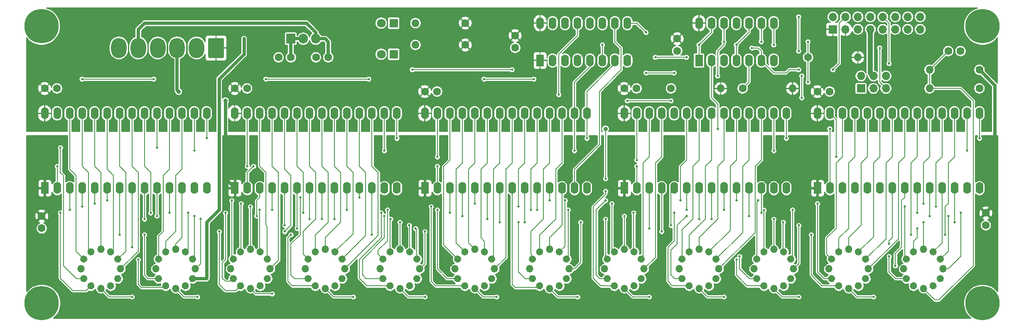
<source format=gbr>
%TF.GenerationSoftware,KiCad,Pcbnew,5.1.6-c6e7f7d~86~ubuntu20.04.1*%
%TF.CreationDate,2020-07-03T06:45:37-04:00*%
%TF.ProjectId,vfd-display,7666642d-6469-4737-906c-61792e6b6963,rev?*%
%TF.SameCoordinates,Original*%
%TF.FileFunction,Copper,L1,Top*%
%TF.FilePolarity,Positive*%
%FSLAX46Y46*%
G04 Gerber Fmt 4.6, Leading zero omitted, Abs format (unit mm)*
G04 Created by KiCad (PCBNEW 5.1.6-c6e7f7d~86~ubuntu20.04.1) date 2020-07-03 06:45:37*
%MOMM*%
%LPD*%
G01*
G04 APERTURE LIST*
%TA.AperFunction,ComponentPad*%
%ADD10C,7.000000*%
%TD*%
%TA.AperFunction,ComponentPad*%
%ADD11C,1.600000*%
%TD*%
%TA.AperFunction,ComponentPad*%
%ADD12R,1.800000X1.800000*%
%TD*%
%TA.AperFunction,ComponentPad*%
%ADD13C,1.800000*%
%TD*%
%TA.AperFunction,ComponentPad*%
%ADD14R,1.700000X1.700000*%
%TD*%
%TA.AperFunction,ComponentPad*%
%ADD15O,1.700000X1.700000*%
%TD*%
%TA.AperFunction,ComponentPad*%
%ADD16O,3.160000X4.100000*%
%TD*%
%TA.AperFunction,ComponentPad*%
%ADD17O,1.600000X1.600000*%
%TD*%
%TA.AperFunction,ComponentPad*%
%ADD18O,1.500000X1.500000*%
%TD*%
%TA.AperFunction,ComponentPad*%
%ADD19O,1.600000X2.400000*%
%TD*%
%TA.AperFunction,ComponentPad*%
%ADD20R,1.600000X2.400000*%
%TD*%
%TA.AperFunction,ComponentPad*%
%ADD21R,1.905000X2.000000*%
%TD*%
%TA.AperFunction,ComponentPad*%
%ADD22O,1.905000X2.000000*%
%TD*%
%TA.AperFunction,ViaPad*%
%ADD23C,0.889000*%
%TD*%
%TA.AperFunction,ViaPad*%
%ADD24C,0.508000*%
%TD*%
%TA.AperFunction,Conductor*%
%ADD25C,1.016000*%
%TD*%
%TA.AperFunction,Conductor*%
%ADD26C,0.635000*%
%TD*%
%TA.AperFunction,Conductor*%
%ADD27C,0.177800*%
%TD*%
%TA.AperFunction,Conductor*%
%ADD28C,0.254000*%
%TD*%
G04 APERTURE END LIST*
D10*
%TO.P,REF\u002A\u002A,1*%
%TO.N,N/C*%
X245745000Y-95885000D03*
%TD*%
%TO.P,REF\u002A\u002A,1*%
%TO.N,N/C*%
X245745000Y-39370000D03*
%TD*%
%TO.P,REF\u002A\u002A,1*%
%TO.N,N/C*%
X53975000Y-95885000D03*
%TD*%
%TO.P,REF\u002A\u002A,1*%
%TO.N,N/C*%
X53975000Y-39370000D03*
%TD*%
D11*
%TO.P,C1,2*%
%TO.N,GND*%
X95845000Y-52070000D03*
%TO.P,C1,1*%
%TO.N,+5V*%
X93345000Y-52070000D03*
%TD*%
%TO.P,C2,1*%
%TO.N,+5V*%
X54610000Y-52070000D03*
%TO.P,C2,2*%
%TO.N,GND*%
X57110000Y-52070000D03*
%TD*%
%TO.P,C3,2*%
%TO.N,GND*%
X53975000Y-80605000D03*
%TO.P,C3,1*%
%TO.N,VPP*%
X53975000Y-78105000D03*
%TD*%
%TO.P,C4,1*%
%TO.N,+2V5*%
X112395000Y-45720000D03*
%TO.P,C4,2*%
%TO.N,GND*%
X109895000Y-45720000D03*
%TD*%
%TO.P,C5,2*%
%TO.N,GND*%
X134580000Y-52705000D03*
%TO.P,C5,1*%
%TO.N,+5V*%
X132080000Y-52705000D03*
%TD*%
%TO.P,C6,1*%
%TO.N,VPP*%
X246380000Y-77470000D03*
%TO.P,C6,2*%
%TO.N,GND*%
X246380000Y-79970000D03*
%TD*%
%TO.P,C7,1*%
%TO.N,+5V*%
X172720000Y-52070000D03*
%TO.P,C7,2*%
%TO.N,GND*%
X175220000Y-52070000D03*
%TD*%
%TO.P,C8,2*%
%TO.N,GND*%
X241260000Y-44450000D03*
%TO.P,C8,1*%
%TO.N,/GRID*%
X238760000Y-44450000D03*
%TD*%
%TO.P,C9,1*%
%TO.N,+5V*%
X183515000Y-41910000D03*
%TO.P,C9,2*%
%TO.N,GND*%
X183515000Y-44410000D03*
%TD*%
%TO.P,C10,2*%
%TO.N,GND*%
X102275000Y-45720000D03*
%TO.P,C10,1*%
%TO.N,+1V2*%
X104775000Y-45720000D03*
%TD*%
%TO.P,C11,2*%
%TO.N,GND*%
X214590000Y-52705000D03*
%TO.P,C11,1*%
%TO.N,+5V*%
X212090000Y-52705000D03*
%TD*%
%TO.P,C12,1*%
%TO.N,+5V*%
X150495000Y-41275000D03*
%TO.P,C12,2*%
%TO.N,GND*%
X150495000Y-43775000D03*
%TD*%
D12*
%TO.P,D1,1*%
%TO.N,Net-(D1-Pad1)*%
X125730000Y-38735000D03*
D13*
%TO.P,D1,2*%
%TO.N,Net-(D1-Pad2)*%
X123190000Y-38735000D03*
%TD*%
%TO.P,D2,2*%
%TO.N,Net-(D2-Pad2)*%
X123190000Y-45085000D03*
D12*
%TO.P,D2,1*%
%TO.N,Net-(D2-Pad1)*%
X125730000Y-45085000D03*
%TD*%
D14*
%TO.P,J1,1*%
%TO.N,Net-(J1-Pad1)*%
X220980000Y-52070000D03*
D15*
%TO.P,J1,2*%
%TO.N,GND*%
X220980000Y-49530000D03*
%TO.P,J1,3*%
%TO.N,Net-(J1-Pad3)*%
X223520000Y-52070000D03*
%TO.P,J1,4*%
%TO.N,GND*%
X223520000Y-49530000D03*
%TO.P,J1,5*%
%TO.N,Net-(J1-Pad5)*%
X226060000Y-52070000D03*
%TO.P,J1,6*%
%TO.N,GND*%
X226060000Y-49530000D03*
%TD*%
%TO.P,J2,1*%
%TO.N,+5V*%
%TA.AperFunction,ComponentPad*%
G36*
G01*
X91115000Y-42015000D02*
X91115000Y-45615000D01*
G75*
G02*
X90865000Y-45865000I-250000J0D01*
G01*
X88205000Y-45865000D01*
G75*
G02*
X87955000Y-45615000I0J250000D01*
G01*
X87955000Y-42015000D01*
G75*
G02*
X88205000Y-41765000I250000J0D01*
G01*
X90865000Y-41765000D01*
G75*
G02*
X91115000Y-42015000I0J-250000D01*
G01*
G37*
%TD.AperFunction*%
D16*
%TO.P,J2,2*%
%TO.N,GND*%
X85575000Y-43815000D03*
%TO.P,J2,3*%
%TO.N,VPP*%
X81615000Y-43815000D03*
%TO.P,J2,4*%
%TO.N,GND*%
X77655000Y-43815000D03*
%TO.P,J2,5*%
%TO.N,+2V5*%
X73695000Y-43815000D03*
%TO.P,J2,6*%
%TO.N,GND*%
X69735000Y-43815000D03*
%TD*%
D14*
%TO.P,J3,1*%
%TO.N,+5V*%
X215265000Y-40005000D03*
D15*
%TO.P,J3,2*%
%TO.N,/D0*%
X215265000Y-37465000D03*
%TO.P,J3,3*%
%TO.N,+5V*%
X217805000Y-40005000D03*
%TO.P,J3,4*%
%TO.N,/D1*%
X217805000Y-37465000D03*
%TO.P,J3,5*%
%TO.N,GND*%
X220345000Y-40005000D03*
%TO.P,J3,6*%
%TO.N,/D2*%
X220345000Y-37465000D03*
%TO.P,J3,7*%
%TO.N,GND*%
X222885000Y-40005000D03*
%TO.P,J3,8*%
%TO.N,/D3*%
X222885000Y-37465000D03*
%TO.P,J3,9*%
%TO.N,GND*%
X225425000Y-40005000D03*
%TO.P,J3,10*%
%TO.N,/D4*%
X225425000Y-37465000D03*
%TO.P,J3,11*%
%TO.N,/nLED2*%
X227965000Y-40005000D03*
%TO.P,J3,12*%
%TO.N,/D5*%
X227965000Y-37465000D03*
%TO.P,J3,13*%
%TO.N,/nLED1*%
X230505000Y-40005000D03*
%TO.P,J3,14*%
%TO.N,/D6*%
X230505000Y-37465000D03*
%TO.P,J3,15*%
%TO.N,/A0*%
X233045000Y-40005000D03*
%TO.P,J3,16*%
%TO.N,/D7*%
X233045000Y-37465000D03*
%TD*%
D11*
%TO.P,R1,1*%
%TO.N,VPP*%
X245110000Y-48260000D03*
D17*
%TO.P,R1,2*%
%TO.N,/GRID*%
X234950000Y-48260000D03*
%TD*%
%TO.P,R2,2*%
%TO.N,/GRID*%
X234950000Y-52070000D03*
D11*
%TO.P,R2,1*%
%TO.N,GND*%
X245110000Y-52070000D03*
%TD*%
%TO.P,R3,1*%
%TO.N,Net-(J1-Pad1)*%
X196850000Y-52070000D03*
D17*
%TO.P,R3,2*%
%TO.N,+5V*%
X207010000Y-52070000D03*
%TD*%
D11*
%TO.P,R4,1*%
%TO.N,+5V*%
X140335000Y-38735000D03*
D17*
%TO.P,R4,2*%
%TO.N,Net-(D1-Pad1)*%
X130175000Y-38735000D03*
%TD*%
%TO.P,R5,2*%
%TO.N,+5V*%
X220345000Y-45720000D03*
D11*
%TO.P,R5,1*%
%TO.N,Net-(J1-Pad3)*%
X210185000Y-45720000D03*
%TD*%
%TO.P,R6,1*%
%TO.N,Net-(J1-Pad5)*%
X182245000Y-52070000D03*
D17*
%TO.P,R6,2*%
%TO.N,+5V*%
X192405000Y-52070000D03*
%TD*%
%TO.P,R7,2*%
%TO.N,Net-(D2-Pad1)*%
X130175000Y-43180000D03*
D11*
%TO.P,R7,1*%
%TO.N,+5V*%
X140335000Y-43180000D03*
%TD*%
D18*
%TO.P,U1,12*%
%TO.N,N/C*%
X138240000Y-88900000D03*
%TO.P,U1,11*%
%TO.N,Net-(U1-Pad11)*%
%TA.AperFunction,ComponentPad*%
G36*
G01*
X139425418Y-90525000D02*
X139425418Y-90525000D01*
G75*
G02*
X139150899Y-91549519I-649519J-375000D01*
G01*
X139150899Y-91549519D01*
G75*
G02*
X138126380Y-91275000I-375000J649519D01*
G01*
X138126380Y-91275000D01*
G75*
G02*
X138400899Y-90250481I649519J375000D01*
G01*
X138400899Y-90250481D01*
G75*
G02*
X139425418Y-90525000I375000J-649519D01*
G01*
G37*
%TD.AperFunction*%
%TO.P,U1,10*%
%TO.N,Net-(U1-Pad10)*%
%TA.AperFunction,ComponentPad*%
G36*
G01*
X140615000Y-91714582D02*
X140615000Y-91714582D01*
G75*
G02*
X140889519Y-92739101I-375000J-649519D01*
G01*
X140889519Y-92739101D01*
G75*
G02*
X139865000Y-93013620I-649519J375000D01*
G01*
X139865000Y-93013620D01*
G75*
G02*
X139590481Y-91989101I375000J649519D01*
G01*
X139590481Y-91989101D01*
G75*
G02*
X140615000Y-91714582I649519J-375000D01*
G01*
G37*
%TD.AperFunction*%
%TO.P,U1,9*%
%TO.N,/GRID*%
X142240000Y-92900000D03*
%TO.P,U1,8*%
%TO.N,GND*%
%TA.AperFunction,ComponentPad*%
G36*
G01*
X143864999Y-91714582D02*
X143864999Y-91714582D01*
G75*
G02*
X144889518Y-91989101I375000J-649519D01*
G01*
X144889518Y-91989101D01*
G75*
G02*
X144614999Y-93013620I-649519J-375000D01*
G01*
X144614999Y-93013620D01*
G75*
G02*
X143590480Y-92739101I-375000J649519D01*
G01*
X143590480Y-92739101D01*
G75*
G02*
X143864999Y-91714582I649519J375000D01*
G01*
G37*
%TD.AperFunction*%
%TO.P,U1,7*%
%TO.N,+1V2*%
%TA.AperFunction,ComponentPad*%
G36*
G01*
X145054582Y-90524999D02*
X145054582Y-90524999D01*
G75*
G02*
X146079101Y-90250480I649519J-375000D01*
G01*
X146079101Y-90250480D01*
G75*
G02*
X146353620Y-91274999I-375000J-649519D01*
G01*
X146353620Y-91274999D01*
G75*
G02*
X145329101Y-91549518I-649519J375000D01*
G01*
X145329101Y-91549518D01*
G75*
G02*
X145054582Y-90524999I375000J649519D01*
G01*
G37*
%TD.AperFunction*%
%TO.P,U1,6*%
%TO.N,Net-(U1-Pad6)*%
X146240000Y-88900000D03*
%TO.P,U1,5*%
%TO.N,Net-(U1-Pad5)*%
%TA.AperFunction,ComponentPad*%
G36*
G01*
X145054582Y-87275000D02*
X145054582Y-87275000D01*
G75*
G02*
X145329101Y-86250481I649519J375000D01*
G01*
X145329101Y-86250481D01*
G75*
G02*
X146353620Y-86525000I375000J-649519D01*
G01*
X146353620Y-86525000D01*
G75*
G02*
X146079101Y-87549519I-649519J-375000D01*
G01*
X146079101Y-87549519D01*
G75*
G02*
X145054582Y-87275000I-375000J649519D01*
G01*
G37*
%TD.AperFunction*%
%TO.P,U1,4*%
%TO.N,Net-(U1-Pad4)*%
%TA.AperFunction,ComponentPad*%
G36*
G01*
X143864999Y-86085418D02*
X143864999Y-86085418D01*
G75*
G02*
X143590480Y-85060899I375000J649519D01*
G01*
X143590480Y-85060899D01*
G75*
G02*
X144614999Y-84786380I649519J-375000D01*
G01*
X144614999Y-84786380D01*
G75*
G02*
X144889518Y-85810899I-375000J-649519D01*
G01*
X144889518Y-85810899D01*
G75*
G02*
X143864999Y-86085418I-649519J375000D01*
G01*
G37*
%TD.AperFunction*%
%TO.P,U1,3*%
%TO.N,Net-(U1-Pad3)*%
X142240000Y-84900000D03*
%TO.P,U1,2*%
%TO.N,Net-(U1-Pad2)*%
%TA.AperFunction,ComponentPad*%
G36*
G01*
X140615001Y-86085418D02*
X140615001Y-86085418D01*
G75*
G02*
X139590482Y-85810899I-375000J649519D01*
G01*
X139590482Y-85810899D01*
G75*
G02*
X139865001Y-84786380I649519J375000D01*
G01*
X139865001Y-84786380D01*
G75*
G02*
X140889520Y-85060899I375000J-649519D01*
G01*
X140889520Y-85060899D01*
G75*
G02*
X140615001Y-86085418I-649519J-375000D01*
G01*
G37*
%TD.AperFunction*%
%TO.P,U1,1*%
%TO.N,Net-(U1-Pad1)*%
%TA.AperFunction,ComponentPad*%
G36*
G01*
X139425418Y-87275000D02*
X139425418Y-87275000D01*
G75*
G02*
X138400899Y-87549519I-649519J375000D01*
G01*
X138400899Y-87549519D01*
G75*
G02*
X138126380Y-86525000I375000J649519D01*
G01*
X138126380Y-86525000D01*
G75*
G02*
X139150899Y-86250481I649519J-375000D01*
G01*
X139150899Y-86250481D01*
G75*
G02*
X139425418Y-87275000I-375000J-649519D01*
G01*
G37*
%TD.AperFunction*%
%TD*%
%TO.P,U2,12*%
%TO.N,N/C*%
X62040000Y-88900000D03*
%TO.P,U2,11*%
%TO.N,Net-(U2-Pad11)*%
%TA.AperFunction,ComponentPad*%
G36*
G01*
X63225418Y-90525000D02*
X63225418Y-90525000D01*
G75*
G02*
X62950899Y-91549519I-649519J-375000D01*
G01*
X62950899Y-91549519D01*
G75*
G02*
X61926380Y-91275000I-375000J649519D01*
G01*
X61926380Y-91275000D01*
G75*
G02*
X62200899Y-90250481I649519J375000D01*
G01*
X62200899Y-90250481D01*
G75*
G02*
X63225418Y-90525000I375000J-649519D01*
G01*
G37*
%TD.AperFunction*%
%TO.P,U2,10*%
%TO.N,Net-(U2-Pad10)*%
%TA.AperFunction,ComponentPad*%
G36*
G01*
X64415000Y-91714582D02*
X64415000Y-91714582D01*
G75*
G02*
X64689519Y-92739101I-375000J-649519D01*
G01*
X64689519Y-92739101D01*
G75*
G02*
X63665000Y-93013620I-649519J375000D01*
G01*
X63665000Y-93013620D01*
G75*
G02*
X63390481Y-91989101I375000J649519D01*
G01*
X63390481Y-91989101D01*
G75*
G02*
X64415000Y-91714582I649519J-375000D01*
G01*
G37*
%TD.AperFunction*%
%TO.P,U2,9*%
%TO.N,/GRID*%
X66040000Y-92900000D03*
%TO.P,U2,8*%
%TO.N,GND*%
%TA.AperFunction,ComponentPad*%
G36*
G01*
X67664999Y-91714582D02*
X67664999Y-91714582D01*
G75*
G02*
X68689518Y-91989101I375000J-649519D01*
G01*
X68689518Y-91989101D01*
G75*
G02*
X68414999Y-93013620I-649519J-375000D01*
G01*
X68414999Y-93013620D01*
G75*
G02*
X67390480Y-92739101I-375000J649519D01*
G01*
X67390480Y-92739101D01*
G75*
G02*
X67664999Y-91714582I649519J375000D01*
G01*
G37*
%TD.AperFunction*%
%TO.P,U2,7*%
%TO.N,+1V2*%
%TA.AperFunction,ComponentPad*%
G36*
G01*
X68854582Y-90524999D02*
X68854582Y-90524999D01*
G75*
G02*
X69879101Y-90250480I649519J-375000D01*
G01*
X69879101Y-90250480D01*
G75*
G02*
X70153620Y-91274999I-375000J-649519D01*
G01*
X70153620Y-91274999D01*
G75*
G02*
X69129101Y-91549518I-649519J375000D01*
G01*
X69129101Y-91549518D01*
G75*
G02*
X68854582Y-90524999I375000J649519D01*
G01*
G37*
%TD.AperFunction*%
%TO.P,U2,6*%
%TO.N,Net-(U2-Pad6)*%
X70040000Y-88900000D03*
%TO.P,U2,5*%
%TO.N,Net-(U2-Pad5)*%
%TA.AperFunction,ComponentPad*%
G36*
G01*
X68854582Y-87275000D02*
X68854582Y-87275000D01*
G75*
G02*
X69129101Y-86250481I649519J375000D01*
G01*
X69129101Y-86250481D01*
G75*
G02*
X70153620Y-86525000I375000J-649519D01*
G01*
X70153620Y-86525000D01*
G75*
G02*
X69879101Y-87549519I-649519J-375000D01*
G01*
X69879101Y-87549519D01*
G75*
G02*
X68854582Y-87275000I-375000J649519D01*
G01*
G37*
%TD.AperFunction*%
%TO.P,U2,4*%
%TO.N,Net-(U2-Pad4)*%
%TA.AperFunction,ComponentPad*%
G36*
G01*
X67664999Y-86085418D02*
X67664999Y-86085418D01*
G75*
G02*
X67390480Y-85060899I375000J649519D01*
G01*
X67390480Y-85060899D01*
G75*
G02*
X68414999Y-84786380I649519J-375000D01*
G01*
X68414999Y-84786380D01*
G75*
G02*
X68689518Y-85810899I-375000J-649519D01*
G01*
X68689518Y-85810899D01*
G75*
G02*
X67664999Y-86085418I-649519J375000D01*
G01*
G37*
%TD.AperFunction*%
%TO.P,U2,3*%
%TO.N,Net-(U2-Pad3)*%
X66040000Y-84900000D03*
%TO.P,U2,2*%
%TO.N,Net-(U2-Pad2)*%
%TA.AperFunction,ComponentPad*%
G36*
G01*
X64415001Y-86085418D02*
X64415001Y-86085418D01*
G75*
G02*
X63390482Y-85810899I-375000J649519D01*
G01*
X63390482Y-85810899D01*
G75*
G02*
X63665001Y-84786380I649519J375000D01*
G01*
X63665001Y-84786380D01*
G75*
G02*
X64689520Y-85060899I375000J-649519D01*
G01*
X64689520Y-85060899D01*
G75*
G02*
X64415001Y-86085418I-649519J-375000D01*
G01*
G37*
%TD.AperFunction*%
%TO.P,U2,1*%
%TO.N,Net-(U2-Pad1)*%
%TA.AperFunction,ComponentPad*%
G36*
G01*
X63225418Y-87275000D02*
X63225418Y-87275000D01*
G75*
G02*
X62200899Y-87549519I-649519J375000D01*
G01*
X62200899Y-87549519D01*
G75*
G02*
X61926380Y-86525000I375000J649519D01*
G01*
X61926380Y-86525000D01*
G75*
G02*
X62950899Y-86250481I649519J-375000D01*
G01*
X62950899Y-86250481D01*
G75*
G02*
X63225418Y-87275000I-375000J-649519D01*
G01*
G37*
%TD.AperFunction*%
%TD*%
D19*
%TO.P,U3,28*%
%TO.N,+5V*%
X132080000Y-57150000D03*
%TO.P,U3,14*%
%TO.N,GND*%
X165100000Y-72390000D03*
%TO.P,U3,27*%
%TO.N,Net-(U12-Pad2)*%
X134620000Y-57150000D03*
%TO.P,U3,13*%
%TO.N,/BL*%
X162560000Y-72390000D03*
%TO.P,U3,26*%
%TO.N,Net-(U1-Pad1)*%
X137160000Y-57150000D03*
%TO.P,U3,12*%
%TO.N,Net-(U3-Pad12)*%
X160020000Y-72390000D03*
%TO.P,U3,25*%
%TO.N,Net-(U1-Pad2)*%
X139700000Y-57150000D03*
%TO.P,U3,11*%
%TO.N,Net-(U3-Pad11)*%
X157480000Y-72390000D03*
%TO.P,U3,24*%
%TO.N,Net-(U1-Pad3)*%
X142240000Y-57150000D03*
%TO.P,U3,10*%
%TO.N,Net-(U3-Pad10)*%
X154940000Y-72390000D03*
%TO.P,U3,23*%
%TO.N,Net-(U1-Pad4)*%
X144780000Y-57150000D03*
%TO.P,U3,9*%
%TO.N,Net-(U3-Pad9)*%
X152400000Y-72390000D03*
%TO.P,U3,22*%
%TO.N,Net-(U1-Pad5)*%
X147320000Y-57150000D03*
%TO.P,U3,8*%
%TO.N,Net-(U3-Pad8)*%
X149860000Y-72390000D03*
%TO.P,U3,21*%
%TO.N,Net-(U1-Pad6)*%
X149860000Y-57150000D03*
%TO.P,U3,7*%
%TO.N,Net-(U3-Pad7)*%
X147320000Y-72390000D03*
%TO.P,U3,20*%
%TO.N,Net-(U1-Pad10)*%
X152400000Y-57150000D03*
%TO.P,U3,6*%
%TO.N,Net-(U3-Pad6)*%
X144780000Y-72390000D03*
%TO.P,U3,19*%
%TO.N,Net-(U1-Pad11)*%
X154940000Y-57150000D03*
%TO.P,U3,5*%
%TO.N,Net-(U3-Pad5)*%
X142240000Y-72390000D03*
%TO.P,U3,18*%
%TO.N,Net-(U3-Pad18)*%
X157480000Y-57150000D03*
%TO.P,U3,4*%
%TO.N,Net-(U3-Pad4)*%
X139700000Y-72390000D03*
%TO.P,U3,17*%
%TO.N,Net-(U3-Pad17)*%
X160020000Y-57150000D03*
%TO.P,U3,3*%
%TO.N,Net-(U3-Pad3)*%
X137160000Y-72390000D03*
%TO.P,U3,16*%
%TO.N,/STB*%
X162560000Y-57150000D03*
%TO.P,U3,2*%
%TO.N,Net-(U11-Pad27)*%
X134620000Y-72390000D03*
%TO.P,U3,15*%
%TO.N,/CLK*%
X165100000Y-57150000D03*
D20*
%TO.P,U3,1*%
%TO.N,VPP*%
X132080000Y-72390000D03*
%TD*%
D19*
%TO.P,U4,28*%
%TO.N,+5V*%
X54610000Y-57150000D03*
%TO.P,U4,14*%
%TO.N,GND*%
X87630000Y-72390000D03*
%TO.P,U4,27*%
%TO.N,/DIN*%
X57150000Y-57150000D03*
%TO.P,U4,13*%
%TO.N,/BL*%
X85090000Y-72390000D03*
%TO.P,U4,26*%
%TO.N,Net-(U2-Pad1)*%
X59690000Y-57150000D03*
%TO.P,U4,12*%
%TO.N,Net-(U4-Pad12)*%
X82550000Y-72390000D03*
%TO.P,U4,25*%
%TO.N,Net-(U2-Pad2)*%
X62230000Y-57150000D03*
%TO.P,U4,11*%
%TO.N,Net-(U4-Pad11)*%
X80010000Y-72390000D03*
%TO.P,U4,24*%
%TO.N,Net-(U2-Pad3)*%
X64770000Y-57150000D03*
%TO.P,U4,10*%
%TO.N,Net-(U4-Pad10)*%
X77470000Y-72390000D03*
%TO.P,U4,23*%
%TO.N,Net-(U2-Pad4)*%
X67310000Y-57150000D03*
%TO.P,U4,9*%
%TO.N,Net-(U4-Pad9)*%
X74930000Y-72390000D03*
%TO.P,U4,22*%
%TO.N,Net-(U2-Pad5)*%
X69850000Y-57150000D03*
%TO.P,U4,8*%
%TO.N,Net-(U4-Pad8)*%
X72390000Y-72390000D03*
%TO.P,U4,21*%
%TO.N,Net-(U2-Pad6)*%
X72390000Y-57150000D03*
%TO.P,U4,7*%
%TO.N,Net-(U4-Pad7)*%
X69850000Y-72390000D03*
%TO.P,U4,20*%
%TO.N,Net-(U2-Pad10)*%
X74930000Y-57150000D03*
%TO.P,U4,6*%
%TO.N,Net-(U4-Pad6)*%
X67310000Y-72390000D03*
%TO.P,U4,19*%
%TO.N,Net-(U2-Pad11)*%
X77470000Y-57150000D03*
%TO.P,U4,5*%
%TO.N,Net-(U4-Pad5)*%
X64770000Y-72390000D03*
%TO.P,U4,18*%
%TO.N,Net-(U4-Pad18)*%
X80010000Y-57150000D03*
%TO.P,U4,4*%
%TO.N,Net-(U4-Pad4)*%
X62230000Y-72390000D03*
%TO.P,U4,17*%
%TO.N,Net-(U4-Pad17)*%
X82550000Y-57150000D03*
%TO.P,U4,3*%
%TO.N,Net-(U4-Pad3)*%
X59690000Y-72390000D03*
%TO.P,U4,16*%
%TO.N,/STB*%
X85090000Y-57150000D03*
%TO.P,U4,2*%
%TO.N,Net-(U12-Pad27)*%
X57150000Y-72390000D03*
%TO.P,U4,15*%
%TO.N,/CLK*%
X87630000Y-57150000D03*
D20*
%TO.P,U4,1*%
%TO.N,VPP*%
X54610000Y-72390000D03*
%TD*%
%TO.P,U5,1*%
%TO.N,Net-(U3-Pad18)*%
%TA.AperFunction,ComponentPad*%
G36*
G01*
X154665418Y-87275000D02*
X154665418Y-87275000D01*
G75*
G02*
X153640899Y-87549519I-649519J375000D01*
G01*
X153640899Y-87549519D01*
G75*
G02*
X153366380Y-86525000I375000J649519D01*
G01*
X153366380Y-86525000D01*
G75*
G02*
X154390899Y-86250481I649519J-375000D01*
G01*
X154390899Y-86250481D01*
G75*
G02*
X154665418Y-87275000I-375000J-649519D01*
G01*
G37*
%TD.AperFunction*%
%TO.P,U5,2*%
%TO.N,Net-(U3-Pad17)*%
%TA.AperFunction,ComponentPad*%
G36*
G01*
X155855001Y-86085418D02*
X155855001Y-86085418D01*
G75*
G02*
X154830482Y-85810899I-375000J649519D01*
G01*
X154830482Y-85810899D01*
G75*
G02*
X155105001Y-84786380I649519J375000D01*
G01*
X155105001Y-84786380D01*
G75*
G02*
X156129520Y-85060899I375000J-649519D01*
G01*
X156129520Y-85060899D01*
G75*
G02*
X155855001Y-86085418I-649519J-375000D01*
G01*
G37*
%TD.AperFunction*%
D18*
%TO.P,U5,3*%
%TO.N,Net-(U3-Pad12)*%
X157480000Y-84900000D03*
%TO.P,U5,4*%
%TO.N,Net-(U3-Pad11)*%
%TA.AperFunction,ComponentPad*%
G36*
G01*
X159104999Y-86085418D02*
X159104999Y-86085418D01*
G75*
G02*
X158830480Y-85060899I375000J649519D01*
G01*
X158830480Y-85060899D01*
G75*
G02*
X159854999Y-84786380I649519J-375000D01*
G01*
X159854999Y-84786380D01*
G75*
G02*
X160129518Y-85810899I-375000J-649519D01*
G01*
X160129518Y-85810899D01*
G75*
G02*
X159104999Y-86085418I-649519J375000D01*
G01*
G37*
%TD.AperFunction*%
%TO.P,U5,5*%
%TO.N,Net-(U3-Pad10)*%
%TA.AperFunction,ComponentPad*%
G36*
G01*
X160294582Y-87275000D02*
X160294582Y-87275000D01*
G75*
G02*
X160569101Y-86250481I649519J375000D01*
G01*
X160569101Y-86250481D01*
G75*
G02*
X161593620Y-86525000I375000J-649519D01*
G01*
X161593620Y-86525000D01*
G75*
G02*
X161319101Y-87549519I-649519J-375000D01*
G01*
X161319101Y-87549519D01*
G75*
G02*
X160294582Y-87275000I-375000J649519D01*
G01*
G37*
%TD.AperFunction*%
%TO.P,U5,6*%
%TO.N,Net-(U3-Pad9)*%
X161480000Y-88900000D03*
%TO.P,U5,7*%
%TO.N,+1V2*%
%TA.AperFunction,ComponentPad*%
G36*
G01*
X160294582Y-90524999D02*
X160294582Y-90524999D01*
G75*
G02*
X161319101Y-90250480I649519J-375000D01*
G01*
X161319101Y-90250480D01*
G75*
G02*
X161593620Y-91274999I-375000J-649519D01*
G01*
X161593620Y-91274999D01*
G75*
G02*
X160569101Y-91549518I-649519J375000D01*
G01*
X160569101Y-91549518D01*
G75*
G02*
X160294582Y-90524999I375000J649519D01*
G01*
G37*
%TD.AperFunction*%
%TO.P,U5,8*%
%TO.N,GND*%
%TA.AperFunction,ComponentPad*%
G36*
G01*
X159104999Y-91714582D02*
X159104999Y-91714582D01*
G75*
G02*
X160129518Y-91989101I375000J-649519D01*
G01*
X160129518Y-91989101D01*
G75*
G02*
X159854999Y-93013620I-649519J-375000D01*
G01*
X159854999Y-93013620D01*
G75*
G02*
X158830480Y-92739101I-375000J649519D01*
G01*
X158830480Y-92739101D01*
G75*
G02*
X159104999Y-91714582I649519J375000D01*
G01*
G37*
%TD.AperFunction*%
%TO.P,U5,9*%
%TO.N,/GRID*%
X157480000Y-92900000D03*
%TO.P,U5,10*%
%TO.N,Net-(U3-Pad8)*%
%TA.AperFunction,ComponentPad*%
G36*
G01*
X155855000Y-91714582D02*
X155855000Y-91714582D01*
G75*
G02*
X156129519Y-92739101I-375000J-649519D01*
G01*
X156129519Y-92739101D01*
G75*
G02*
X155105000Y-93013620I-649519J375000D01*
G01*
X155105000Y-93013620D01*
G75*
G02*
X154830481Y-91989101I375000J649519D01*
G01*
X154830481Y-91989101D01*
G75*
G02*
X155855000Y-91714582I649519J-375000D01*
G01*
G37*
%TD.AperFunction*%
%TO.P,U5,11*%
%TO.N,Net-(U3-Pad7)*%
%TA.AperFunction,ComponentPad*%
G36*
G01*
X154665418Y-90525000D02*
X154665418Y-90525000D01*
G75*
G02*
X154390899Y-91549519I-649519J-375000D01*
G01*
X154390899Y-91549519D01*
G75*
G02*
X153366380Y-91275000I-375000J649519D01*
G01*
X153366380Y-91275000D01*
G75*
G02*
X153640899Y-90250481I649519J375000D01*
G01*
X153640899Y-90250481D01*
G75*
G02*
X154665418Y-90525000I375000J-649519D01*
G01*
G37*
%TD.AperFunction*%
%TO.P,U5,12*%
%TO.N,N/C*%
X153480000Y-88900000D03*
%TD*%
%TO.P,U6,12*%
%TO.N,N/C*%
X77280000Y-88900000D03*
%TO.P,U6,11*%
%TO.N,Net-(U4-Pad7)*%
%TA.AperFunction,ComponentPad*%
G36*
G01*
X78465418Y-90525000D02*
X78465418Y-90525000D01*
G75*
G02*
X78190899Y-91549519I-649519J-375000D01*
G01*
X78190899Y-91549519D01*
G75*
G02*
X77166380Y-91275000I-375000J649519D01*
G01*
X77166380Y-91275000D01*
G75*
G02*
X77440899Y-90250481I649519J375000D01*
G01*
X77440899Y-90250481D01*
G75*
G02*
X78465418Y-90525000I375000J-649519D01*
G01*
G37*
%TD.AperFunction*%
%TO.P,U6,10*%
%TO.N,Net-(U4-Pad8)*%
%TA.AperFunction,ComponentPad*%
G36*
G01*
X79655000Y-91714582D02*
X79655000Y-91714582D01*
G75*
G02*
X79929519Y-92739101I-375000J-649519D01*
G01*
X79929519Y-92739101D01*
G75*
G02*
X78905000Y-93013620I-649519J375000D01*
G01*
X78905000Y-93013620D01*
G75*
G02*
X78630481Y-91989101I375000J649519D01*
G01*
X78630481Y-91989101D01*
G75*
G02*
X79655000Y-91714582I649519J-375000D01*
G01*
G37*
%TD.AperFunction*%
%TO.P,U6,9*%
%TO.N,/GRID*%
X81280000Y-92900000D03*
%TO.P,U6,8*%
%TO.N,GND*%
%TA.AperFunction,ComponentPad*%
G36*
G01*
X82904999Y-91714582D02*
X82904999Y-91714582D01*
G75*
G02*
X83929518Y-91989101I375000J-649519D01*
G01*
X83929518Y-91989101D01*
G75*
G02*
X83654999Y-93013620I-649519J-375000D01*
G01*
X83654999Y-93013620D01*
G75*
G02*
X82630480Y-92739101I-375000J649519D01*
G01*
X82630480Y-92739101D01*
G75*
G02*
X82904999Y-91714582I649519J375000D01*
G01*
G37*
%TD.AperFunction*%
%TO.P,U6,7*%
%TO.N,+1V2*%
%TA.AperFunction,ComponentPad*%
G36*
G01*
X84094582Y-90524999D02*
X84094582Y-90524999D01*
G75*
G02*
X85119101Y-90250480I649519J-375000D01*
G01*
X85119101Y-90250480D01*
G75*
G02*
X85393620Y-91274999I-375000J-649519D01*
G01*
X85393620Y-91274999D01*
G75*
G02*
X84369101Y-91549518I-649519J375000D01*
G01*
X84369101Y-91549518D01*
G75*
G02*
X84094582Y-90524999I375000J649519D01*
G01*
G37*
%TD.AperFunction*%
%TO.P,U6,6*%
%TO.N,Net-(U4-Pad9)*%
X85280000Y-88900000D03*
%TO.P,U6,5*%
%TO.N,Net-(U4-Pad10)*%
%TA.AperFunction,ComponentPad*%
G36*
G01*
X84094582Y-87275000D02*
X84094582Y-87275000D01*
G75*
G02*
X84369101Y-86250481I649519J375000D01*
G01*
X84369101Y-86250481D01*
G75*
G02*
X85393620Y-86525000I375000J-649519D01*
G01*
X85393620Y-86525000D01*
G75*
G02*
X85119101Y-87549519I-649519J-375000D01*
G01*
X85119101Y-87549519D01*
G75*
G02*
X84094582Y-87275000I-375000J649519D01*
G01*
G37*
%TD.AperFunction*%
%TO.P,U6,4*%
%TO.N,Net-(U4-Pad11)*%
%TA.AperFunction,ComponentPad*%
G36*
G01*
X82904999Y-86085418D02*
X82904999Y-86085418D01*
G75*
G02*
X82630480Y-85060899I375000J649519D01*
G01*
X82630480Y-85060899D01*
G75*
G02*
X83654999Y-84786380I649519J-375000D01*
G01*
X83654999Y-84786380D01*
G75*
G02*
X83929518Y-85810899I-375000J-649519D01*
G01*
X83929518Y-85810899D01*
G75*
G02*
X82904999Y-86085418I-649519J375000D01*
G01*
G37*
%TD.AperFunction*%
%TO.P,U6,3*%
%TO.N,Net-(U4-Pad12)*%
X81280000Y-84900000D03*
%TO.P,U6,2*%
%TO.N,Net-(U4-Pad17)*%
%TA.AperFunction,ComponentPad*%
G36*
G01*
X79655001Y-86085418D02*
X79655001Y-86085418D01*
G75*
G02*
X78630482Y-85810899I-375000J649519D01*
G01*
X78630482Y-85810899D01*
G75*
G02*
X78905001Y-84786380I649519J375000D01*
G01*
X78905001Y-84786380D01*
G75*
G02*
X79929520Y-85060899I375000J-649519D01*
G01*
X79929520Y-85060899D01*
G75*
G02*
X79655001Y-86085418I-649519J-375000D01*
G01*
G37*
%TD.AperFunction*%
%TO.P,U6,1*%
%TO.N,Net-(U4-Pad18)*%
%TA.AperFunction,ComponentPad*%
G36*
G01*
X78465418Y-87275000D02*
X78465418Y-87275000D01*
G75*
G02*
X77440899Y-87549519I-649519J375000D01*
G01*
X77440899Y-87549519D01*
G75*
G02*
X77166380Y-86525000I375000J649519D01*
G01*
X77166380Y-86525000D01*
G75*
G02*
X78190899Y-86250481I649519J-375000D01*
G01*
X78190899Y-86250481D01*
G75*
G02*
X78465418Y-87275000I-375000J-649519D01*
G01*
G37*
%TD.AperFunction*%
%TD*%
%TO.P,U7,1*%
%TO.N,Net-(U3-Pad6)*%
%TA.AperFunction,ComponentPad*%
G36*
G01*
X169905418Y-87275000D02*
X169905418Y-87275000D01*
G75*
G02*
X168880899Y-87549519I-649519J375000D01*
G01*
X168880899Y-87549519D01*
G75*
G02*
X168606380Y-86525000I375000J649519D01*
G01*
X168606380Y-86525000D01*
G75*
G02*
X169630899Y-86250481I649519J-375000D01*
G01*
X169630899Y-86250481D01*
G75*
G02*
X169905418Y-87275000I-375000J-649519D01*
G01*
G37*
%TD.AperFunction*%
%TO.P,U7,2*%
%TO.N,Net-(U3-Pad5)*%
%TA.AperFunction,ComponentPad*%
G36*
G01*
X171095001Y-86085418D02*
X171095001Y-86085418D01*
G75*
G02*
X170070482Y-85810899I-375000J649519D01*
G01*
X170070482Y-85810899D01*
G75*
G02*
X170345001Y-84786380I649519J375000D01*
G01*
X170345001Y-84786380D01*
G75*
G02*
X171369520Y-85060899I375000J-649519D01*
G01*
X171369520Y-85060899D01*
G75*
G02*
X171095001Y-86085418I-649519J-375000D01*
G01*
G37*
%TD.AperFunction*%
%TO.P,U7,3*%
%TO.N,Net-(U3-Pad4)*%
X172720000Y-84900000D03*
%TO.P,U7,4*%
%TO.N,Net-(U3-Pad3)*%
%TA.AperFunction,ComponentPad*%
G36*
G01*
X174344999Y-86085418D02*
X174344999Y-86085418D01*
G75*
G02*
X174070480Y-85060899I375000J649519D01*
G01*
X174070480Y-85060899D01*
G75*
G02*
X175094999Y-84786380I649519J-375000D01*
G01*
X175094999Y-84786380D01*
G75*
G02*
X175369518Y-85810899I-375000J-649519D01*
G01*
X175369518Y-85810899D01*
G75*
G02*
X174344999Y-86085418I-649519J375000D01*
G01*
G37*
%TD.AperFunction*%
%TO.P,U7,5*%
%TO.N,Net-(U11-Pad26)*%
%TA.AperFunction,ComponentPad*%
G36*
G01*
X175534582Y-87275000D02*
X175534582Y-87275000D01*
G75*
G02*
X175809101Y-86250481I649519J375000D01*
G01*
X175809101Y-86250481D01*
G75*
G02*
X176833620Y-86525000I375000J-649519D01*
G01*
X176833620Y-86525000D01*
G75*
G02*
X176559101Y-87549519I-649519J-375000D01*
G01*
X176559101Y-87549519D01*
G75*
G02*
X175534582Y-87275000I-375000J649519D01*
G01*
G37*
%TD.AperFunction*%
%TO.P,U7,6*%
%TO.N,Net-(U11-Pad25)*%
X176720000Y-88900000D03*
%TO.P,U7,7*%
%TO.N,+1V2*%
%TA.AperFunction,ComponentPad*%
G36*
G01*
X175534582Y-90524999D02*
X175534582Y-90524999D01*
G75*
G02*
X176559101Y-90250480I649519J-375000D01*
G01*
X176559101Y-90250480D01*
G75*
G02*
X176833620Y-91274999I-375000J-649519D01*
G01*
X176833620Y-91274999D01*
G75*
G02*
X175809101Y-91549518I-649519J375000D01*
G01*
X175809101Y-91549518D01*
G75*
G02*
X175534582Y-90524999I375000J649519D01*
G01*
G37*
%TD.AperFunction*%
%TO.P,U7,8*%
%TO.N,GND*%
%TA.AperFunction,ComponentPad*%
G36*
G01*
X174344999Y-91714582D02*
X174344999Y-91714582D01*
G75*
G02*
X175369518Y-91989101I375000J-649519D01*
G01*
X175369518Y-91989101D01*
G75*
G02*
X175094999Y-93013620I-649519J-375000D01*
G01*
X175094999Y-93013620D01*
G75*
G02*
X174070480Y-92739101I-375000J649519D01*
G01*
X174070480Y-92739101D01*
G75*
G02*
X174344999Y-91714582I649519J375000D01*
G01*
G37*
%TD.AperFunction*%
%TO.P,U7,9*%
%TO.N,/GRID*%
X172720000Y-92900000D03*
%TO.P,U7,10*%
%TO.N,Net-(U11-Pad24)*%
%TA.AperFunction,ComponentPad*%
G36*
G01*
X171095000Y-91714582D02*
X171095000Y-91714582D01*
G75*
G02*
X171369519Y-92739101I-375000J-649519D01*
G01*
X171369519Y-92739101D01*
G75*
G02*
X170345000Y-93013620I-649519J375000D01*
G01*
X170345000Y-93013620D01*
G75*
G02*
X170070481Y-91989101I375000J649519D01*
G01*
X170070481Y-91989101D01*
G75*
G02*
X171095000Y-91714582I649519J-375000D01*
G01*
G37*
%TD.AperFunction*%
%TO.P,U7,11*%
%TO.N,Net-(U11-Pad23)*%
%TA.AperFunction,ComponentPad*%
G36*
G01*
X169905418Y-90525000D02*
X169905418Y-90525000D01*
G75*
G02*
X169630899Y-91549519I-649519J-375000D01*
G01*
X169630899Y-91549519D01*
G75*
G02*
X168606380Y-91275000I-375000J649519D01*
G01*
X168606380Y-91275000D01*
G75*
G02*
X168880899Y-90250481I649519J375000D01*
G01*
X168880899Y-90250481D01*
G75*
G02*
X169905418Y-90525000I375000J-649519D01*
G01*
G37*
%TD.AperFunction*%
%TO.P,U7,12*%
%TO.N,N/C*%
X168720000Y-88900000D03*
%TD*%
%TO.P,U8,1*%
%TO.N,Net-(U4-Pad6)*%
%TA.AperFunction,ComponentPad*%
G36*
G01*
X93705418Y-87275000D02*
X93705418Y-87275000D01*
G75*
G02*
X92680899Y-87549519I-649519J375000D01*
G01*
X92680899Y-87549519D01*
G75*
G02*
X92406380Y-86525000I375000J649519D01*
G01*
X92406380Y-86525000D01*
G75*
G02*
X93430899Y-86250481I649519J-375000D01*
G01*
X93430899Y-86250481D01*
G75*
G02*
X93705418Y-87275000I-375000J-649519D01*
G01*
G37*
%TD.AperFunction*%
%TO.P,U8,2*%
%TO.N,Net-(U4-Pad5)*%
%TA.AperFunction,ComponentPad*%
G36*
G01*
X94895001Y-86085418D02*
X94895001Y-86085418D01*
G75*
G02*
X93870482Y-85810899I-375000J649519D01*
G01*
X93870482Y-85810899D01*
G75*
G02*
X94145001Y-84786380I649519J375000D01*
G01*
X94145001Y-84786380D01*
G75*
G02*
X95169520Y-85060899I375000J-649519D01*
G01*
X95169520Y-85060899D01*
G75*
G02*
X94895001Y-86085418I-649519J-375000D01*
G01*
G37*
%TD.AperFunction*%
%TO.P,U8,3*%
%TO.N,Net-(U4-Pad4)*%
X96520000Y-84900000D03*
%TO.P,U8,4*%
%TO.N,Net-(U4-Pad3)*%
%TA.AperFunction,ComponentPad*%
G36*
G01*
X98144999Y-86085418D02*
X98144999Y-86085418D01*
G75*
G02*
X97870480Y-85060899I375000J649519D01*
G01*
X97870480Y-85060899D01*
G75*
G02*
X98894999Y-84786380I649519J-375000D01*
G01*
X98894999Y-84786380D01*
G75*
G02*
X99169518Y-85810899I-375000J-649519D01*
G01*
X99169518Y-85810899D01*
G75*
G02*
X98144999Y-86085418I-649519J375000D01*
G01*
G37*
%TD.AperFunction*%
%TO.P,U8,5*%
%TO.N,Net-(U12-Pad26)*%
%TA.AperFunction,ComponentPad*%
G36*
G01*
X99334582Y-87275000D02*
X99334582Y-87275000D01*
G75*
G02*
X99609101Y-86250481I649519J375000D01*
G01*
X99609101Y-86250481D01*
G75*
G02*
X100633620Y-86525000I375000J-649519D01*
G01*
X100633620Y-86525000D01*
G75*
G02*
X100359101Y-87549519I-649519J-375000D01*
G01*
X100359101Y-87549519D01*
G75*
G02*
X99334582Y-87275000I-375000J649519D01*
G01*
G37*
%TD.AperFunction*%
%TO.P,U8,6*%
%TO.N,Net-(U12-Pad25)*%
X100520000Y-88900000D03*
%TO.P,U8,7*%
%TO.N,+1V2*%
%TA.AperFunction,ComponentPad*%
G36*
G01*
X99334582Y-90524999D02*
X99334582Y-90524999D01*
G75*
G02*
X100359101Y-90250480I649519J-375000D01*
G01*
X100359101Y-90250480D01*
G75*
G02*
X100633620Y-91274999I-375000J-649519D01*
G01*
X100633620Y-91274999D01*
G75*
G02*
X99609101Y-91549518I-649519J375000D01*
G01*
X99609101Y-91549518D01*
G75*
G02*
X99334582Y-90524999I375000J649519D01*
G01*
G37*
%TD.AperFunction*%
%TO.P,U8,8*%
%TO.N,GND*%
%TA.AperFunction,ComponentPad*%
G36*
G01*
X98144999Y-91714582D02*
X98144999Y-91714582D01*
G75*
G02*
X99169518Y-91989101I375000J-649519D01*
G01*
X99169518Y-91989101D01*
G75*
G02*
X98894999Y-93013620I-649519J-375000D01*
G01*
X98894999Y-93013620D01*
G75*
G02*
X97870480Y-92739101I-375000J649519D01*
G01*
X97870480Y-92739101D01*
G75*
G02*
X98144999Y-91714582I649519J375000D01*
G01*
G37*
%TD.AperFunction*%
%TO.P,U8,9*%
%TO.N,/GRID*%
X96520000Y-92900000D03*
%TO.P,U8,10*%
%TO.N,Net-(U12-Pad24)*%
%TA.AperFunction,ComponentPad*%
G36*
G01*
X94895000Y-91714582D02*
X94895000Y-91714582D01*
G75*
G02*
X95169519Y-92739101I-375000J-649519D01*
G01*
X95169519Y-92739101D01*
G75*
G02*
X94145000Y-93013620I-649519J375000D01*
G01*
X94145000Y-93013620D01*
G75*
G02*
X93870481Y-91989101I375000J649519D01*
G01*
X93870481Y-91989101D01*
G75*
G02*
X94895000Y-91714582I649519J-375000D01*
G01*
G37*
%TD.AperFunction*%
%TO.P,U8,11*%
%TO.N,Net-(U12-Pad23)*%
%TA.AperFunction,ComponentPad*%
G36*
G01*
X93705418Y-90525000D02*
X93705418Y-90525000D01*
G75*
G02*
X93430899Y-91549519I-649519J-375000D01*
G01*
X93430899Y-91549519D01*
G75*
G02*
X92406380Y-91275000I-375000J649519D01*
G01*
X92406380Y-91275000D01*
G75*
G02*
X92680899Y-90250481I649519J375000D01*
G01*
X92680899Y-90250481D01*
G75*
G02*
X93705418Y-90525000I375000J-649519D01*
G01*
G37*
%TD.AperFunction*%
%TO.P,U8,12*%
%TO.N,N/C*%
X92520000Y-88900000D03*
%TD*%
%TO.P,U9,12*%
%TO.N,N/C*%
X183960000Y-88900000D03*
%TO.P,U9,11*%
%TO.N,Net-(U11-Pad11)*%
%TA.AperFunction,ComponentPad*%
G36*
G01*
X185145418Y-90525000D02*
X185145418Y-90525000D01*
G75*
G02*
X184870899Y-91549519I-649519J-375000D01*
G01*
X184870899Y-91549519D01*
G75*
G02*
X183846380Y-91275000I-375000J649519D01*
G01*
X183846380Y-91275000D01*
G75*
G02*
X184120899Y-90250481I649519J375000D01*
G01*
X184120899Y-90250481D01*
G75*
G02*
X185145418Y-90525000I375000J-649519D01*
G01*
G37*
%TD.AperFunction*%
%TO.P,U9,10*%
%TO.N,Net-(U11-Pad12)*%
%TA.AperFunction,ComponentPad*%
G36*
G01*
X186335000Y-91714582D02*
X186335000Y-91714582D01*
G75*
G02*
X186609519Y-92739101I-375000J-649519D01*
G01*
X186609519Y-92739101D01*
G75*
G02*
X185585000Y-93013620I-649519J375000D01*
G01*
X185585000Y-93013620D01*
G75*
G02*
X185310481Y-91989101I375000J649519D01*
G01*
X185310481Y-91989101D01*
G75*
G02*
X186335000Y-91714582I649519J-375000D01*
G01*
G37*
%TD.AperFunction*%
%TO.P,U9,9*%
%TO.N,/GRID*%
X187960000Y-92900000D03*
%TO.P,U9,8*%
%TO.N,GND*%
%TA.AperFunction,ComponentPad*%
G36*
G01*
X189584999Y-91714582D02*
X189584999Y-91714582D01*
G75*
G02*
X190609518Y-91989101I375000J-649519D01*
G01*
X190609518Y-91989101D01*
G75*
G02*
X190334999Y-93013620I-649519J-375000D01*
G01*
X190334999Y-93013620D01*
G75*
G02*
X189310480Y-92739101I-375000J649519D01*
G01*
X189310480Y-92739101D01*
G75*
G02*
X189584999Y-91714582I649519J375000D01*
G01*
G37*
%TD.AperFunction*%
%TO.P,U9,7*%
%TO.N,+1V2*%
%TA.AperFunction,ComponentPad*%
G36*
G01*
X190774582Y-90524999D02*
X190774582Y-90524999D01*
G75*
G02*
X191799101Y-90250480I649519J-375000D01*
G01*
X191799101Y-90250480D01*
G75*
G02*
X192073620Y-91274999I-375000J-649519D01*
G01*
X192073620Y-91274999D01*
G75*
G02*
X191049101Y-91549518I-649519J375000D01*
G01*
X191049101Y-91549518D01*
G75*
G02*
X190774582Y-90524999I375000J649519D01*
G01*
G37*
%TD.AperFunction*%
%TO.P,U9,6*%
%TO.N,Net-(U11-Pad17)*%
X191960000Y-88900000D03*
%TO.P,U9,5*%
%TO.N,Net-(U11-Pad18)*%
%TA.AperFunction,ComponentPad*%
G36*
G01*
X190774582Y-87275000D02*
X190774582Y-87275000D01*
G75*
G02*
X191049101Y-86250481I649519J375000D01*
G01*
X191049101Y-86250481D01*
G75*
G02*
X192073620Y-86525000I375000J-649519D01*
G01*
X192073620Y-86525000D01*
G75*
G02*
X191799101Y-87549519I-649519J-375000D01*
G01*
X191799101Y-87549519D01*
G75*
G02*
X190774582Y-87275000I-375000J649519D01*
G01*
G37*
%TD.AperFunction*%
%TO.P,U9,4*%
%TO.N,Net-(U11-Pad19)*%
%TA.AperFunction,ComponentPad*%
G36*
G01*
X189584999Y-86085418D02*
X189584999Y-86085418D01*
G75*
G02*
X189310480Y-85060899I375000J649519D01*
G01*
X189310480Y-85060899D01*
G75*
G02*
X190334999Y-84786380I649519J-375000D01*
G01*
X190334999Y-84786380D01*
G75*
G02*
X190609518Y-85810899I-375000J-649519D01*
G01*
X190609518Y-85810899D01*
G75*
G02*
X189584999Y-86085418I-649519J375000D01*
G01*
G37*
%TD.AperFunction*%
%TO.P,U9,3*%
%TO.N,Net-(U11-Pad20)*%
X187960000Y-84900000D03*
%TO.P,U9,2*%
%TO.N,Net-(U11-Pad21)*%
%TA.AperFunction,ComponentPad*%
G36*
G01*
X186335001Y-86085418D02*
X186335001Y-86085418D01*
G75*
G02*
X185310482Y-85810899I-375000J649519D01*
G01*
X185310482Y-85810899D01*
G75*
G02*
X185585001Y-84786380I649519J375000D01*
G01*
X185585001Y-84786380D01*
G75*
G02*
X186609520Y-85060899I375000J-649519D01*
G01*
X186609520Y-85060899D01*
G75*
G02*
X186335001Y-86085418I-649519J-375000D01*
G01*
G37*
%TD.AperFunction*%
%TO.P,U9,1*%
%TO.N,Net-(U11-Pad22)*%
%TA.AperFunction,ComponentPad*%
G36*
G01*
X185145418Y-87275000D02*
X185145418Y-87275000D01*
G75*
G02*
X184120899Y-87549519I-649519J375000D01*
G01*
X184120899Y-87549519D01*
G75*
G02*
X183846380Y-86525000I375000J649519D01*
G01*
X183846380Y-86525000D01*
G75*
G02*
X184870899Y-86250481I649519J-375000D01*
G01*
X184870899Y-86250481D01*
G75*
G02*
X185145418Y-87275000I-375000J-649519D01*
G01*
G37*
%TD.AperFunction*%
%TD*%
%TO.P,U10,1*%
%TO.N,Net-(U10-Pad1)*%
%TA.AperFunction,ComponentPad*%
G36*
G01*
X108945418Y-87275000D02*
X108945418Y-87275000D01*
G75*
G02*
X107920899Y-87549519I-649519J375000D01*
G01*
X107920899Y-87549519D01*
G75*
G02*
X107646380Y-86525000I375000J649519D01*
G01*
X107646380Y-86525000D01*
G75*
G02*
X108670899Y-86250481I649519J-375000D01*
G01*
X108670899Y-86250481D01*
G75*
G02*
X108945418Y-87275000I-375000J-649519D01*
G01*
G37*
%TD.AperFunction*%
%TO.P,U10,2*%
%TO.N,Net-(U10-Pad2)*%
%TA.AperFunction,ComponentPad*%
G36*
G01*
X110135001Y-86085418D02*
X110135001Y-86085418D01*
G75*
G02*
X109110482Y-85810899I-375000J649519D01*
G01*
X109110482Y-85810899D01*
G75*
G02*
X109385001Y-84786380I649519J375000D01*
G01*
X109385001Y-84786380D01*
G75*
G02*
X110409520Y-85060899I375000J-649519D01*
G01*
X110409520Y-85060899D01*
G75*
G02*
X110135001Y-86085418I-649519J-375000D01*
G01*
G37*
%TD.AperFunction*%
%TO.P,U10,3*%
%TO.N,Net-(U10-Pad3)*%
X111760000Y-84900000D03*
%TO.P,U10,4*%
%TO.N,Net-(U10-Pad4)*%
%TA.AperFunction,ComponentPad*%
G36*
G01*
X113384999Y-86085418D02*
X113384999Y-86085418D01*
G75*
G02*
X113110480Y-85060899I375000J649519D01*
G01*
X113110480Y-85060899D01*
G75*
G02*
X114134999Y-84786380I649519J-375000D01*
G01*
X114134999Y-84786380D01*
G75*
G02*
X114409518Y-85810899I-375000J-649519D01*
G01*
X114409518Y-85810899D01*
G75*
G02*
X113384999Y-86085418I-649519J375000D01*
G01*
G37*
%TD.AperFunction*%
%TO.P,U10,5*%
%TO.N,Net-(U10-Pad5)*%
%TA.AperFunction,ComponentPad*%
G36*
G01*
X114574582Y-87275000D02*
X114574582Y-87275000D01*
G75*
G02*
X114849101Y-86250481I649519J375000D01*
G01*
X114849101Y-86250481D01*
G75*
G02*
X115873620Y-86525000I375000J-649519D01*
G01*
X115873620Y-86525000D01*
G75*
G02*
X115599101Y-87549519I-649519J-375000D01*
G01*
X115599101Y-87549519D01*
G75*
G02*
X114574582Y-87275000I-375000J649519D01*
G01*
G37*
%TD.AperFunction*%
%TO.P,U10,6*%
%TO.N,Net-(U10-Pad6)*%
X115760000Y-88900000D03*
%TO.P,U10,7*%
%TO.N,+1V2*%
%TA.AperFunction,ComponentPad*%
G36*
G01*
X114574582Y-90524999D02*
X114574582Y-90524999D01*
G75*
G02*
X115599101Y-90250480I649519J-375000D01*
G01*
X115599101Y-90250480D01*
G75*
G02*
X115873620Y-91274999I-375000J-649519D01*
G01*
X115873620Y-91274999D01*
G75*
G02*
X114849101Y-91549518I-649519J375000D01*
G01*
X114849101Y-91549518D01*
G75*
G02*
X114574582Y-90524999I375000J649519D01*
G01*
G37*
%TD.AperFunction*%
%TO.P,U10,8*%
%TO.N,GND*%
%TA.AperFunction,ComponentPad*%
G36*
G01*
X113384999Y-91714582D02*
X113384999Y-91714582D01*
G75*
G02*
X114409518Y-91989101I375000J-649519D01*
G01*
X114409518Y-91989101D01*
G75*
G02*
X114134999Y-93013620I-649519J-375000D01*
G01*
X114134999Y-93013620D01*
G75*
G02*
X113110480Y-92739101I-375000J649519D01*
G01*
X113110480Y-92739101D01*
G75*
G02*
X113384999Y-91714582I649519J375000D01*
G01*
G37*
%TD.AperFunction*%
%TO.P,U10,9*%
%TO.N,/GRID*%
X111760000Y-92900000D03*
%TO.P,U10,10*%
%TO.N,Net-(U10-Pad10)*%
%TA.AperFunction,ComponentPad*%
G36*
G01*
X110135000Y-91714582D02*
X110135000Y-91714582D01*
G75*
G02*
X110409519Y-92739101I-375000J-649519D01*
G01*
X110409519Y-92739101D01*
G75*
G02*
X109385000Y-93013620I-649519J375000D01*
G01*
X109385000Y-93013620D01*
G75*
G02*
X109110481Y-91989101I375000J649519D01*
G01*
X109110481Y-91989101D01*
G75*
G02*
X110135000Y-91714582I649519J-375000D01*
G01*
G37*
%TD.AperFunction*%
%TO.P,U10,11*%
%TO.N,Net-(U10-Pad11)*%
%TA.AperFunction,ComponentPad*%
G36*
G01*
X108945418Y-90525000D02*
X108945418Y-90525000D01*
G75*
G02*
X108670899Y-91549519I-649519J-375000D01*
G01*
X108670899Y-91549519D01*
G75*
G02*
X107646380Y-91275000I-375000J649519D01*
G01*
X107646380Y-91275000D01*
G75*
G02*
X107920899Y-90250481I649519J375000D01*
G01*
X107920899Y-90250481D01*
G75*
G02*
X108945418Y-90525000I375000J-649519D01*
G01*
G37*
%TD.AperFunction*%
%TO.P,U10,12*%
%TO.N,N/C*%
X107760000Y-88900000D03*
%TD*%
D20*
%TO.P,U11,1*%
%TO.N,VPP*%
X172720000Y-72390000D03*
D19*
%TO.P,U11,15*%
%TO.N,/CLK*%
X205740000Y-57150000D03*
%TO.P,U11,2*%
%TO.N,Net-(U11-Pad2)*%
X175260000Y-72390000D03*
%TO.P,U11,16*%
%TO.N,/STB*%
X203200000Y-57150000D03*
%TO.P,U11,3*%
%TO.N,Net-(U11-Pad3)*%
X177800000Y-72390000D03*
%TO.P,U11,17*%
%TO.N,Net-(U11-Pad17)*%
X200660000Y-57150000D03*
%TO.P,U11,4*%
%TO.N,Net-(U11-Pad4)*%
X180340000Y-72390000D03*
%TO.P,U11,18*%
%TO.N,Net-(U11-Pad18)*%
X198120000Y-57150000D03*
%TO.P,U11,5*%
%TO.N,Net-(U11-Pad5)*%
X182880000Y-72390000D03*
%TO.P,U11,19*%
%TO.N,Net-(U11-Pad19)*%
X195580000Y-57150000D03*
%TO.P,U11,6*%
%TO.N,Net-(U11-Pad6)*%
X185420000Y-72390000D03*
%TO.P,U11,20*%
%TO.N,Net-(U11-Pad20)*%
X193040000Y-57150000D03*
%TO.P,U11,7*%
%TO.N,Net-(U11-Pad7)*%
X187960000Y-72390000D03*
%TO.P,U11,21*%
%TO.N,Net-(U11-Pad21)*%
X190500000Y-57150000D03*
%TO.P,U11,8*%
%TO.N,Net-(U11-Pad8)*%
X190500000Y-72390000D03*
%TO.P,U11,22*%
%TO.N,Net-(U11-Pad22)*%
X187960000Y-57150000D03*
%TO.P,U11,9*%
%TO.N,Net-(U11-Pad9)*%
X193040000Y-72390000D03*
%TO.P,U11,23*%
%TO.N,Net-(U11-Pad23)*%
X185420000Y-57150000D03*
%TO.P,U11,10*%
%TO.N,Net-(U11-Pad10)*%
X195580000Y-72390000D03*
%TO.P,U11,24*%
%TO.N,Net-(U11-Pad24)*%
X182880000Y-57150000D03*
%TO.P,U11,11*%
%TO.N,Net-(U11-Pad11)*%
X198120000Y-72390000D03*
%TO.P,U11,25*%
%TO.N,Net-(U11-Pad25)*%
X180340000Y-57150000D03*
%TO.P,U11,12*%
%TO.N,Net-(U11-Pad12)*%
X200660000Y-72390000D03*
%TO.P,U11,26*%
%TO.N,Net-(U11-Pad26)*%
X177800000Y-57150000D03*
%TO.P,U11,13*%
%TO.N,/BL*%
X203200000Y-72390000D03*
%TO.P,U11,27*%
%TO.N,Net-(U11-Pad27)*%
X175260000Y-57150000D03*
%TO.P,U11,14*%
%TO.N,GND*%
X205740000Y-72390000D03*
%TO.P,U11,28*%
%TO.N,+5V*%
X172720000Y-57150000D03*
%TD*%
D20*
%TO.P,U12,1*%
%TO.N,VPP*%
X93345000Y-72390000D03*
D19*
%TO.P,U12,15*%
%TO.N,/CLK*%
X126365000Y-57150000D03*
%TO.P,U12,2*%
%TO.N,Net-(U12-Pad2)*%
X95885000Y-72390000D03*
%TO.P,U12,16*%
%TO.N,/STB*%
X123825000Y-57150000D03*
%TO.P,U12,3*%
%TO.N,Net-(U12-Pad3)*%
X98425000Y-72390000D03*
%TO.P,U12,17*%
%TO.N,Net-(U10-Pad6)*%
X121285000Y-57150000D03*
%TO.P,U12,4*%
%TO.N,Net-(U12-Pad4)*%
X100965000Y-72390000D03*
%TO.P,U12,18*%
%TO.N,Net-(U10-Pad5)*%
X118745000Y-57150000D03*
%TO.P,U12,5*%
%TO.N,Net-(U12-Pad5)*%
X103505000Y-72390000D03*
%TO.P,U12,19*%
%TO.N,Net-(U10-Pad4)*%
X116205000Y-57150000D03*
%TO.P,U12,6*%
%TO.N,Net-(U12-Pad6)*%
X106045000Y-72390000D03*
%TO.P,U12,20*%
%TO.N,Net-(U10-Pad3)*%
X113665000Y-57150000D03*
%TO.P,U12,7*%
%TO.N,Net-(U12-Pad7)*%
X108585000Y-72390000D03*
%TO.P,U12,21*%
%TO.N,Net-(U10-Pad2)*%
X111125000Y-57150000D03*
%TO.P,U12,8*%
%TO.N,Net-(U12-Pad8)*%
X111125000Y-72390000D03*
%TO.P,U12,22*%
%TO.N,Net-(U10-Pad1)*%
X108585000Y-57150000D03*
%TO.P,U12,9*%
%TO.N,Net-(U12-Pad9)*%
X113665000Y-72390000D03*
%TO.P,U12,23*%
%TO.N,Net-(U12-Pad23)*%
X106045000Y-57150000D03*
%TO.P,U12,10*%
%TO.N,Net-(U12-Pad10)*%
X116205000Y-72390000D03*
%TO.P,U12,24*%
%TO.N,Net-(U12-Pad24)*%
X103505000Y-57150000D03*
%TO.P,U12,11*%
%TO.N,Net-(U10-Pad11)*%
X118745000Y-72390000D03*
%TO.P,U12,25*%
%TO.N,Net-(U12-Pad25)*%
X100965000Y-57150000D03*
%TO.P,U12,12*%
%TO.N,Net-(U10-Pad10)*%
X121285000Y-72390000D03*
%TO.P,U12,26*%
%TO.N,Net-(U12-Pad26)*%
X98425000Y-57150000D03*
%TO.P,U12,13*%
%TO.N,/BL*%
X123825000Y-72390000D03*
%TO.P,U12,27*%
%TO.N,Net-(U12-Pad27)*%
X95885000Y-57150000D03*
%TO.P,U12,14*%
%TO.N,GND*%
X126365000Y-72390000D03*
%TO.P,U12,28*%
%TO.N,+5V*%
X93345000Y-57150000D03*
%TD*%
%TO.P,U13,1*%
%TO.N,Net-(U11-Pad10)*%
%TA.AperFunction,ComponentPad*%
G36*
G01*
X200385418Y-87275000D02*
X200385418Y-87275000D01*
G75*
G02*
X199360899Y-87549519I-649519J375000D01*
G01*
X199360899Y-87549519D01*
G75*
G02*
X199086380Y-86525000I375000J649519D01*
G01*
X199086380Y-86525000D01*
G75*
G02*
X200110899Y-86250481I649519J-375000D01*
G01*
X200110899Y-86250481D01*
G75*
G02*
X200385418Y-87275000I-375000J-649519D01*
G01*
G37*
%TD.AperFunction*%
%TO.P,U13,2*%
%TO.N,Net-(U11-Pad9)*%
%TA.AperFunction,ComponentPad*%
G36*
G01*
X201575001Y-86085418D02*
X201575001Y-86085418D01*
G75*
G02*
X200550482Y-85810899I-375000J649519D01*
G01*
X200550482Y-85810899D01*
G75*
G02*
X200825001Y-84786380I649519J375000D01*
G01*
X200825001Y-84786380D01*
G75*
G02*
X201849520Y-85060899I375000J-649519D01*
G01*
X201849520Y-85060899D01*
G75*
G02*
X201575001Y-86085418I-649519J-375000D01*
G01*
G37*
%TD.AperFunction*%
D18*
%TO.P,U13,3*%
%TO.N,Net-(U11-Pad8)*%
X203200000Y-84900000D03*
%TO.P,U13,4*%
%TO.N,Net-(U11-Pad7)*%
%TA.AperFunction,ComponentPad*%
G36*
G01*
X204824999Y-86085418D02*
X204824999Y-86085418D01*
G75*
G02*
X204550480Y-85060899I375000J649519D01*
G01*
X204550480Y-85060899D01*
G75*
G02*
X205574999Y-84786380I649519J-375000D01*
G01*
X205574999Y-84786380D01*
G75*
G02*
X205849518Y-85810899I-375000J-649519D01*
G01*
X205849518Y-85810899D01*
G75*
G02*
X204824999Y-86085418I-649519J375000D01*
G01*
G37*
%TD.AperFunction*%
%TO.P,U13,5*%
%TO.N,Net-(U11-Pad6)*%
%TA.AperFunction,ComponentPad*%
G36*
G01*
X206014582Y-87275000D02*
X206014582Y-87275000D01*
G75*
G02*
X206289101Y-86250481I649519J375000D01*
G01*
X206289101Y-86250481D01*
G75*
G02*
X207313620Y-86525000I375000J-649519D01*
G01*
X207313620Y-86525000D01*
G75*
G02*
X207039101Y-87549519I-649519J-375000D01*
G01*
X207039101Y-87549519D01*
G75*
G02*
X206014582Y-87275000I-375000J649519D01*
G01*
G37*
%TD.AperFunction*%
%TO.P,U13,6*%
%TO.N,Net-(U11-Pad5)*%
X207200000Y-88900000D03*
%TO.P,U13,7*%
%TO.N,+1V2*%
%TA.AperFunction,ComponentPad*%
G36*
G01*
X206014582Y-90524999D02*
X206014582Y-90524999D01*
G75*
G02*
X207039101Y-90250480I649519J-375000D01*
G01*
X207039101Y-90250480D01*
G75*
G02*
X207313620Y-91274999I-375000J-649519D01*
G01*
X207313620Y-91274999D01*
G75*
G02*
X206289101Y-91549518I-649519J375000D01*
G01*
X206289101Y-91549518D01*
G75*
G02*
X206014582Y-90524999I375000J649519D01*
G01*
G37*
%TD.AperFunction*%
%TO.P,U13,8*%
%TO.N,GND*%
%TA.AperFunction,ComponentPad*%
G36*
G01*
X204824999Y-91714582D02*
X204824999Y-91714582D01*
G75*
G02*
X205849518Y-91989101I375000J-649519D01*
G01*
X205849518Y-91989101D01*
G75*
G02*
X205574999Y-93013620I-649519J-375000D01*
G01*
X205574999Y-93013620D01*
G75*
G02*
X204550480Y-92739101I-375000J649519D01*
G01*
X204550480Y-92739101D01*
G75*
G02*
X204824999Y-91714582I649519J375000D01*
G01*
G37*
%TD.AperFunction*%
%TO.P,U13,9*%
%TO.N,/GRID*%
X203200000Y-92900000D03*
%TO.P,U13,10*%
%TO.N,Net-(U11-Pad4)*%
%TA.AperFunction,ComponentPad*%
G36*
G01*
X201575000Y-91714582D02*
X201575000Y-91714582D01*
G75*
G02*
X201849519Y-92739101I-375000J-649519D01*
G01*
X201849519Y-92739101D01*
G75*
G02*
X200825000Y-93013620I-649519J375000D01*
G01*
X200825000Y-93013620D01*
G75*
G02*
X200550481Y-91989101I375000J649519D01*
G01*
X200550481Y-91989101D01*
G75*
G02*
X201575000Y-91714582I649519J-375000D01*
G01*
G37*
%TD.AperFunction*%
%TO.P,U13,11*%
%TO.N,Net-(U11-Pad3)*%
%TA.AperFunction,ComponentPad*%
G36*
G01*
X200385418Y-90525000D02*
X200385418Y-90525000D01*
G75*
G02*
X200110899Y-91549519I-649519J-375000D01*
G01*
X200110899Y-91549519D01*
G75*
G02*
X199086380Y-91275000I-375000J649519D01*
G01*
X199086380Y-91275000D01*
G75*
G02*
X199360899Y-90250481I649519J375000D01*
G01*
X199360899Y-90250481D01*
G75*
G02*
X200385418Y-90525000I375000J-649519D01*
G01*
G37*
%TD.AperFunction*%
%TO.P,U13,12*%
%TO.N,N/C*%
X199200000Y-88900000D03*
%TD*%
%TO.P,U14,12*%
%TO.N,N/C*%
X123000000Y-88900000D03*
%TO.P,U14,11*%
%TO.N,Net-(U12-Pad3)*%
%TA.AperFunction,ComponentPad*%
G36*
G01*
X124185418Y-90525000D02*
X124185418Y-90525000D01*
G75*
G02*
X123910899Y-91549519I-649519J-375000D01*
G01*
X123910899Y-91549519D01*
G75*
G02*
X122886380Y-91275000I-375000J649519D01*
G01*
X122886380Y-91275000D01*
G75*
G02*
X123160899Y-90250481I649519J375000D01*
G01*
X123160899Y-90250481D01*
G75*
G02*
X124185418Y-90525000I375000J-649519D01*
G01*
G37*
%TD.AperFunction*%
%TO.P,U14,10*%
%TO.N,Net-(U12-Pad4)*%
%TA.AperFunction,ComponentPad*%
G36*
G01*
X125375000Y-91714582D02*
X125375000Y-91714582D01*
G75*
G02*
X125649519Y-92739101I-375000J-649519D01*
G01*
X125649519Y-92739101D01*
G75*
G02*
X124625000Y-93013620I-649519J375000D01*
G01*
X124625000Y-93013620D01*
G75*
G02*
X124350481Y-91989101I375000J649519D01*
G01*
X124350481Y-91989101D01*
G75*
G02*
X125375000Y-91714582I649519J-375000D01*
G01*
G37*
%TD.AperFunction*%
%TO.P,U14,9*%
%TO.N,/GRID*%
X127000000Y-92900000D03*
%TO.P,U14,8*%
%TO.N,GND*%
%TA.AperFunction,ComponentPad*%
G36*
G01*
X128624999Y-91714582D02*
X128624999Y-91714582D01*
G75*
G02*
X129649518Y-91989101I375000J-649519D01*
G01*
X129649518Y-91989101D01*
G75*
G02*
X129374999Y-93013620I-649519J-375000D01*
G01*
X129374999Y-93013620D01*
G75*
G02*
X128350480Y-92739101I-375000J649519D01*
G01*
X128350480Y-92739101D01*
G75*
G02*
X128624999Y-91714582I649519J375000D01*
G01*
G37*
%TD.AperFunction*%
%TO.P,U14,7*%
%TO.N,+1V2*%
%TA.AperFunction,ComponentPad*%
G36*
G01*
X129814582Y-90524999D02*
X129814582Y-90524999D01*
G75*
G02*
X130839101Y-90250480I649519J-375000D01*
G01*
X130839101Y-90250480D01*
G75*
G02*
X131113620Y-91274999I-375000J-649519D01*
G01*
X131113620Y-91274999D01*
G75*
G02*
X130089101Y-91549518I-649519J375000D01*
G01*
X130089101Y-91549518D01*
G75*
G02*
X129814582Y-90524999I375000J649519D01*
G01*
G37*
%TD.AperFunction*%
%TO.P,U14,6*%
%TO.N,Net-(U12-Pad5)*%
X131000000Y-88900000D03*
%TO.P,U14,5*%
%TO.N,Net-(U12-Pad6)*%
%TA.AperFunction,ComponentPad*%
G36*
G01*
X129814582Y-87275000D02*
X129814582Y-87275000D01*
G75*
G02*
X130089101Y-86250481I649519J375000D01*
G01*
X130089101Y-86250481D01*
G75*
G02*
X131113620Y-86525000I375000J-649519D01*
G01*
X131113620Y-86525000D01*
G75*
G02*
X130839101Y-87549519I-649519J-375000D01*
G01*
X130839101Y-87549519D01*
G75*
G02*
X129814582Y-87275000I-375000J649519D01*
G01*
G37*
%TD.AperFunction*%
%TO.P,U14,4*%
%TO.N,Net-(U12-Pad7)*%
%TA.AperFunction,ComponentPad*%
G36*
G01*
X128624999Y-86085418D02*
X128624999Y-86085418D01*
G75*
G02*
X128350480Y-85060899I375000J649519D01*
G01*
X128350480Y-85060899D01*
G75*
G02*
X129374999Y-84786380I649519J-375000D01*
G01*
X129374999Y-84786380D01*
G75*
G02*
X129649518Y-85810899I-375000J-649519D01*
G01*
X129649518Y-85810899D01*
G75*
G02*
X128624999Y-86085418I-649519J375000D01*
G01*
G37*
%TD.AperFunction*%
%TO.P,U14,3*%
%TO.N,Net-(U12-Pad8)*%
X127000000Y-84900000D03*
%TO.P,U14,2*%
%TO.N,Net-(U12-Pad9)*%
%TA.AperFunction,ComponentPad*%
G36*
G01*
X125375001Y-86085418D02*
X125375001Y-86085418D01*
G75*
G02*
X124350482Y-85810899I-375000J649519D01*
G01*
X124350482Y-85810899D01*
G75*
G02*
X124625001Y-84786380I649519J375000D01*
G01*
X124625001Y-84786380D01*
G75*
G02*
X125649520Y-85060899I375000J-649519D01*
G01*
X125649520Y-85060899D01*
G75*
G02*
X125375001Y-86085418I-649519J-375000D01*
G01*
G37*
%TD.AperFunction*%
%TO.P,U14,1*%
%TO.N,Net-(U12-Pad10)*%
%TA.AperFunction,ComponentPad*%
G36*
G01*
X124185418Y-87275000D02*
X124185418Y-87275000D01*
G75*
G02*
X123160899Y-87549519I-649519J375000D01*
G01*
X123160899Y-87549519D01*
G75*
G02*
X122886380Y-86525000I375000J649519D01*
G01*
X122886380Y-86525000D01*
G75*
G02*
X123910899Y-86250481I649519J-375000D01*
G01*
X123910899Y-86250481D01*
G75*
G02*
X124185418Y-87275000I-375000J-649519D01*
G01*
G37*
%TD.AperFunction*%
%TD*%
%TO.P,U15,12*%
%TO.N,N/C*%
X214440000Y-88900000D03*
%TO.P,U15,11*%
%TO.N,Net-(U15-Pad11)*%
%TA.AperFunction,ComponentPad*%
G36*
G01*
X215625418Y-90525000D02*
X215625418Y-90525000D01*
G75*
G02*
X215350899Y-91549519I-649519J-375000D01*
G01*
X215350899Y-91549519D01*
G75*
G02*
X214326380Y-91275000I-375000J649519D01*
G01*
X214326380Y-91275000D01*
G75*
G02*
X214600899Y-90250481I649519J375000D01*
G01*
X214600899Y-90250481D01*
G75*
G02*
X215625418Y-90525000I375000J-649519D01*
G01*
G37*
%TD.AperFunction*%
%TO.P,U15,10*%
%TO.N,Net-(U15-Pad10)*%
%TA.AperFunction,ComponentPad*%
G36*
G01*
X216815000Y-91714582D02*
X216815000Y-91714582D01*
G75*
G02*
X217089519Y-92739101I-375000J-649519D01*
G01*
X217089519Y-92739101D01*
G75*
G02*
X216065000Y-93013620I-649519J375000D01*
G01*
X216065000Y-93013620D01*
G75*
G02*
X215790481Y-91989101I375000J649519D01*
G01*
X215790481Y-91989101D01*
G75*
G02*
X216815000Y-91714582I649519J-375000D01*
G01*
G37*
%TD.AperFunction*%
%TO.P,U15,9*%
%TO.N,/GRID*%
X218440000Y-92900000D03*
%TO.P,U15,8*%
%TO.N,GND*%
%TA.AperFunction,ComponentPad*%
G36*
G01*
X220064999Y-91714582D02*
X220064999Y-91714582D01*
G75*
G02*
X221089518Y-91989101I375000J-649519D01*
G01*
X221089518Y-91989101D01*
G75*
G02*
X220814999Y-93013620I-649519J-375000D01*
G01*
X220814999Y-93013620D01*
G75*
G02*
X219790480Y-92739101I-375000J649519D01*
G01*
X219790480Y-92739101D01*
G75*
G02*
X220064999Y-91714582I649519J375000D01*
G01*
G37*
%TD.AperFunction*%
%TO.P,U15,7*%
%TO.N,+1V2*%
%TA.AperFunction,ComponentPad*%
G36*
G01*
X221254582Y-90524999D02*
X221254582Y-90524999D01*
G75*
G02*
X222279101Y-90250480I649519J-375000D01*
G01*
X222279101Y-90250480D01*
G75*
G02*
X222553620Y-91274999I-375000J-649519D01*
G01*
X222553620Y-91274999D01*
G75*
G02*
X221529101Y-91549518I-649519J375000D01*
G01*
X221529101Y-91549518D01*
G75*
G02*
X221254582Y-90524999I375000J649519D01*
G01*
G37*
%TD.AperFunction*%
%TO.P,U15,6*%
%TO.N,Net-(U15-Pad6)*%
X222440000Y-88900000D03*
%TO.P,U15,5*%
%TO.N,Net-(U15-Pad5)*%
%TA.AperFunction,ComponentPad*%
G36*
G01*
X221254582Y-87275000D02*
X221254582Y-87275000D01*
G75*
G02*
X221529101Y-86250481I649519J375000D01*
G01*
X221529101Y-86250481D01*
G75*
G02*
X222553620Y-86525000I375000J-649519D01*
G01*
X222553620Y-86525000D01*
G75*
G02*
X222279101Y-87549519I-649519J-375000D01*
G01*
X222279101Y-87549519D01*
G75*
G02*
X221254582Y-87275000I-375000J649519D01*
G01*
G37*
%TD.AperFunction*%
%TO.P,U15,4*%
%TO.N,Net-(U15-Pad4)*%
%TA.AperFunction,ComponentPad*%
G36*
G01*
X220064999Y-86085418D02*
X220064999Y-86085418D01*
G75*
G02*
X219790480Y-85060899I375000J649519D01*
G01*
X219790480Y-85060899D01*
G75*
G02*
X220814999Y-84786380I649519J-375000D01*
G01*
X220814999Y-84786380D01*
G75*
G02*
X221089518Y-85810899I-375000J-649519D01*
G01*
X221089518Y-85810899D01*
G75*
G02*
X220064999Y-86085418I-649519J375000D01*
G01*
G37*
%TD.AperFunction*%
%TO.P,U15,3*%
%TO.N,Net-(U15-Pad3)*%
X218440000Y-84900000D03*
%TO.P,U15,2*%
%TO.N,Net-(U15-Pad2)*%
%TA.AperFunction,ComponentPad*%
G36*
G01*
X216815001Y-86085418D02*
X216815001Y-86085418D01*
G75*
G02*
X215790482Y-85810899I-375000J649519D01*
G01*
X215790482Y-85810899D01*
G75*
G02*
X216065001Y-84786380I649519J375000D01*
G01*
X216065001Y-84786380D01*
G75*
G02*
X217089520Y-85060899I375000J-649519D01*
G01*
X217089520Y-85060899D01*
G75*
G02*
X216815001Y-86085418I-649519J-375000D01*
G01*
G37*
%TD.AperFunction*%
%TO.P,U15,1*%
%TO.N,Net-(U15-Pad1)*%
%TA.AperFunction,ComponentPad*%
G36*
G01*
X215625418Y-87275000D02*
X215625418Y-87275000D01*
G75*
G02*
X214600899Y-87549519I-649519J375000D01*
G01*
X214600899Y-87549519D01*
G75*
G02*
X214326380Y-86525000I375000J649519D01*
G01*
X214326380Y-86525000D01*
G75*
G02*
X215350899Y-86250481I649519J-375000D01*
G01*
X215350899Y-86250481D01*
G75*
G02*
X215625418Y-87275000I-375000J-649519D01*
G01*
G37*
%TD.AperFunction*%
%TD*%
D20*
%TO.P,U17,1*%
%TO.N,VPP*%
X212090000Y-72390000D03*
D19*
%TO.P,U17,15*%
%TO.N,/CLK*%
X245110000Y-57150000D03*
%TO.P,U17,2*%
%TO.N,/DOUT*%
X214630000Y-72390000D03*
%TO.P,U17,16*%
%TO.N,/STB*%
X242570000Y-57150000D03*
%TO.P,U17,3*%
%TO.N,Net-(U17-Pad3)*%
X217170000Y-72390000D03*
%TO.P,U17,17*%
%TO.N,Net-(U17-Pad17)*%
X240030000Y-57150000D03*
%TO.P,U17,4*%
%TO.N,Net-(U17-Pad4)*%
X219710000Y-72390000D03*
%TO.P,U17,18*%
%TO.N,Net-(U17-Pad18)*%
X237490000Y-57150000D03*
%TO.P,U17,5*%
%TO.N,Net-(U17-Pad5)*%
X222250000Y-72390000D03*
%TO.P,U17,19*%
%TO.N,Net-(U15-Pad11)*%
X234950000Y-57150000D03*
%TO.P,U17,6*%
%TO.N,Net-(U17-Pad6)*%
X224790000Y-72390000D03*
%TO.P,U17,20*%
%TO.N,Net-(U15-Pad10)*%
X232410000Y-57150000D03*
%TO.P,U17,7*%
%TO.N,Net-(U17-Pad7)*%
X227330000Y-72390000D03*
%TO.P,U17,21*%
%TO.N,Net-(U15-Pad6)*%
X229870000Y-57150000D03*
%TO.P,U17,8*%
%TO.N,Net-(U17-Pad8)*%
X229870000Y-72390000D03*
%TO.P,U17,22*%
%TO.N,Net-(U15-Pad5)*%
X227330000Y-57150000D03*
%TO.P,U17,9*%
%TO.N,Net-(U17-Pad9)*%
X232410000Y-72390000D03*
%TO.P,U17,23*%
%TO.N,Net-(U15-Pad4)*%
X224790000Y-57150000D03*
%TO.P,U17,10*%
%TO.N,Net-(U17-Pad10)*%
X234950000Y-72390000D03*
%TO.P,U17,24*%
%TO.N,Net-(U15-Pad3)*%
X222250000Y-57150000D03*
%TO.P,U17,11*%
%TO.N,Net-(U17-Pad11)*%
X237490000Y-72390000D03*
%TO.P,U17,25*%
%TO.N,Net-(U15-Pad2)*%
X219710000Y-57150000D03*
%TO.P,U17,12*%
%TO.N,Net-(U17-Pad12)*%
X240030000Y-72390000D03*
%TO.P,U17,26*%
%TO.N,Net-(U15-Pad1)*%
X217170000Y-57150000D03*
%TO.P,U17,13*%
%TO.N,/BL*%
X242570000Y-72390000D03*
%TO.P,U17,27*%
%TO.N,Net-(U11-Pad2)*%
X214630000Y-57150000D03*
%TO.P,U17,14*%
%TO.N,GND*%
X245110000Y-72390000D03*
%TO.P,U17,28*%
%TO.N,+5V*%
X212090000Y-57150000D03*
%TD*%
%TO.P,U18,1*%
%TO.N,Net-(U17-Pad18)*%
%TA.AperFunction,ComponentPad*%
G36*
G01*
X230865418Y-87275000D02*
X230865418Y-87275000D01*
G75*
G02*
X229840899Y-87549519I-649519J375000D01*
G01*
X229840899Y-87549519D01*
G75*
G02*
X229566380Y-86525000I375000J649519D01*
G01*
X229566380Y-86525000D01*
G75*
G02*
X230590899Y-86250481I649519J-375000D01*
G01*
X230590899Y-86250481D01*
G75*
G02*
X230865418Y-87275000I-375000J-649519D01*
G01*
G37*
%TD.AperFunction*%
%TO.P,U18,2*%
%TO.N,Net-(U17-Pad17)*%
%TA.AperFunction,ComponentPad*%
G36*
G01*
X232055001Y-86085418D02*
X232055001Y-86085418D01*
G75*
G02*
X231030482Y-85810899I-375000J649519D01*
G01*
X231030482Y-85810899D01*
G75*
G02*
X231305001Y-84786380I649519J375000D01*
G01*
X231305001Y-84786380D01*
G75*
G02*
X232329520Y-85060899I375000J-649519D01*
G01*
X232329520Y-85060899D01*
G75*
G02*
X232055001Y-86085418I-649519J-375000D01*
G01*
G37*
%TD.AperFunction*%
D18*
%TO.P,U18,3*%
%TO.N,Net-(U17-Pad12)*%
X233680000Y-84900000D03*
%TO.P,U18,4*%
%TO.N,Net-(U17-Pad11)*%
%TA.AperFunction,ComponentPad*%
G36*
G01*
X235304999Y-86085418D02*
X235304999Y-86085418D01*
G75*
G02*
X235030480Y-85060899I375000J649519D01*
G01*
X235030480Y-85060899D01*
G75*
G02*
X236054999Y-84786380I649519J-375000D01*
G01*
X236054999Y-84786380D01*
G75*
G02*
X236329518Y-85810899I-375000J-649519D01*
G01*
X236329518Y-85810899D01*
G75*
G02*
X235304999Y-86085418I-649519J375000D01*
G01*
G37*
%TD.AperFunction*%
%TO.P,U18,5*%
%TO.N,Net-(U17-Pad10)*%
%TA.AperFunction,ComponentPad*%
G36*
G01*
X236494582Y-87275000D02*
X236494582Y-87275000D01*
G75*
G02*
X236769101Y-86250481I649519J375000D01*
G01*
X236769101Y-86250481D01*
G75*
G02*
X237793620Y-86525000I375000J-649519D01*
G01*
X237793620Y-86525000D01*
G75*
G02*
X237519101Y-87549519I-649519J-375000D01*
G01*
X237519101Y-87549519D01*
G75*
G02*
X236494582Y-87275000I-375000J649519D01*
G01*
G37*
%TD.AperFunction*%
%TO.P,U18,6*%
%TO.N,Net-(U17-Pad9)*%
X237680000Y-88900000D03*
%TO.P,U18,7*%
%TO.N,+1V2*%
%TA.AperFunction,ComponentPad*%
G36*
G01*
X236494582Y-90524999D02*
X236494582Y-90524999D01*
G75*
G02*
X237519101Y-90250480I649519J-375000D01*
G01*
X237519101Y-90250480D01*
G75*
G02*
X237793620Y-91274999I-375000J-649519D01*
G01*
X237793620Y-91274999D01*
G75*
G02*
X236769101Y-91549518I-649519J375000D01*
G01*
X236769101Y-91549518D01*
G75*
G02*
X236494582Y-90524999I375000J649519D01*
G01*
G37*
%TD.AperFunction*%
%TO.P,U18,8*%
%TO.N,GND*%
%TA.AperFunction,ComponentPad*%
G36*
G01*
X235304999Y-91714582D02*
X235304999Y-91714582D01*
G75*
G02*
X236329518Y-91989101I375000J-649519D01*
G01*
X236329518Y-91989101D01*
G75*
G02*
X236054999Y-93013620I-649519J-375000D01*
G01*
X236054999Y-93013620D01*
G75*
G02*
X235030480Y-92739101I-375000J649519D01*
G01*
X235030480Y-92739101D01*
G75*
G02*
X235304999Y-91714582I649519J375000D01*
G01*
G37*
%TD.AperFunction*%
%TO.P,U18,9*%
%TO.N,/GRID*%
X233680000Y-92900000D03*
%TO.P,U18,10*%
%TO.N,Net-(U17-Pad8)*%
%TA.AperFunction,ComponentPad*%
G36*
G01*
X232055000Y-91714582D02*
X232055000Y-91714582D01*
G75*
G02*
X232329519Y-92739101I-375000J-649519D01*
G01*
X232329519Y-92739101D01*
G75*
G02*
X231305000Y-93013620I-649519J375000D01*
G01*
X231305000Y-93013620D01*
G75*
G02*
X231030481Y-91989101I375000J649519D01*
G01*
X231030481Y-91989101D01*
G75*
G02*
X232055000Y-91714582I649519J-375000D01*
G01*
G37*
%TD.AperFunction*%
%TO.P,U18,11*%
%TO.N,Net-(U17-Pad7)*%
%TA.AperFunction,ComponentPad*%
G36*
G01*
X230865418Y-90525000D02*
X230865418Y-90525000D01*
G75*
G02*
X230590899Y-91549519I-649519J-375000D01*
G01*
X230590899Y-91549519D01*
G75*
G02*
X229566380Y-91275000I-375000J649519D01*
G01*
X229566380Y-91275000D01*
G75*
G02*
X229840899Y-90250481I649519J375000D01*
G01*
X229840899Y-90250481D01*
G75*
G02*
X230865418Y-90525000I375000J-649519D01*
G01*
G37*
%TD.AperFunction*%
%TO.P,U18,12*%
%TO.N,N/C*%
X229680000Y-88900000D03*
%TD*%
D20*
%TO.P,U19,1*%
%TO.N,/nLED2*%
X187960000Y-46355000D03*
D19*
%TO.P,U19,8*%
%TO.N,/D2*%
X203200000Y-38735000D03*
%TO.P,U19,2*%
%TO.N,/DOUT*%
X190500000Y-46355000D03*
%TO.P,U19,9*%
%TO.N,Net-(J1-Pad3)*%
X200660000Y-38735000D03*
%TO.P,U19,3*%
%TO.N,/D0*%
X193040000Y-46355000D03*
%TO.P,U19,10*%
%TO.N,/nLED2*%
X198120000Y-38735000D03*
%TO.P,U19,4*%
X195580000Y-46355000D03*
%TO.P,U19,11*%
%TO.N,/D3*%
X195580000Y-38735000D03*
%TO.P,U19,5*%
%TO.N,Net-(J1-Pad1)*%
X198120000Y-46355000D03*
%TO.P,U19,12*%
%TO.N,Net-(J1-Pad5)*%
X193040000Y-38735000D03*
%TO.P,U19,6*%
%TO.N,/D1*%
X200660000Y-46355000D03*
%TO.P,U19,13*%
%TO.N,/nLED2*%
X190500000Y-38735000D03*
%TO.P,U19,7*%
%TO.N,GND*%
X203200000Y-46355000D03*
%TO.P,U19,14*%
%TO.N,+5V*%
X187960000Y-38735000D03*
%TD*%
D20*
%TO.P,U20,1*%
%TO.N,+5V*%
X155575000Y-46355000D03*
D19*
%TO.P,U20,9*%
%TO.N,/nLED1*%
X173355000Y-38735000D03*
%TO.P,U20,2*%
%TO.N,/DIN*%
X158115000Y-46355000D03*
%TO.P,U20,10*%
%TO.N,/BL*%
X170815000Y-38735000D03*
%TO.P,U20,3*%
%TO.N,/D0*%
X160655000Y-46355000D03*
%TO.P,U20,11*%
%TO.N,/D3*%
X168275000Y-38735000D03*
%TO.P,U20,4*%
%TO.N,/D1*%
X163195000Y-46355000D03*
%TO.P,U20,12*%
%TO.N,Net-(D2-Pad2)*%
X165735000Y-38735000D03*
%TO.P,U20,5*%
%TO.N,/STB*%
X165735000Y-46355000D03*
%TO.P,U20,13*%
%TO.N,/D4*%
X163195000Y-38735000D03*
%TO.P,U20,6*%
%TO.N,/D2*%
X168275000Y-46355000D03*
%TO.P,U20,14*%
%TO.N,/D5*%
X160655000Y-38735000D03*
%TO.P,U20,7*%
%TO.N,/CLK*%
X170815000Y-46355000D03*
%TO.P,U20,15*%
%TO.N,Net-(D1-Pad2)*%
X158115000Y-38735000D03*
%TO.P,U20,8*%
%TO.N,GND*%
X173355000Y-46355000D03*
%TO.P,U20,16*%
%TO.N,+5V*%
X155575000Y-38735000D03*
%TD*%
D21*
%TO.P,U16,1*%
%TO.N,+1V2*%
X104775000Y-41910000D03*
D22*
%TO.P,U16,2*%
X107315000Y-41910000D03*
%TO.P,U16,3*%
%TO.N,+2V5*%
X109855000Y-41910000D03*
%TD*%
D23*
%TO.N,VPP*%
X81915000Y-52705000D03*
X91440000Y-54610000D03*
D24*
%TO.N,/GRID*%
X85725000Y-94615000D03*
X72390000Y-94615000D03*
X100965000Y-93980000D03*
X117475000Y-94615000D03*
X132080000Y-94615000D03*
X146685000Y-94615000D03*
X163195000Y-94615000D03*
X177800000Y-94615000D03*
X193040000Y-94615000D03*
X208280000Y-94615000D03*
X223520000Y-94615000D03*
%TO.N,+1V2*%
X95250000Y-41910000D03*
%TO.N,Net-(D2-Pad2)*%
X129540000Y-48260000D03*
X149860000Y-48260000D03*
%TO.N,Net-(J1-Pad3)*%
X200660000Y-42545000D03*
X210185000Y-42545000D03*
X210185000Y-50800000D03*
%TO.N,Net-(J1-Pad5)*%
X193040000Y-42545000D03*
X224790000Y-43815000D03*
X191770000Y-49530000D03*
%TO.N,/D0*%
X208280000Y-37465000D03*
X208280000Y-44450000D03*
X177165000Y-48895000D03*
X182880000Y-48895000D03*
%TO.N,/D1*%
X198755000Y-43815000D03*
X185420000Y-45720000D03*
X179070000Y-45720000D03*
X215265000Y-48260000D03*
X208280000Y-48260000D03*
%TO.N,/D2*%
X168275000Y-43180000D03*
X203200000Y-43180000D03*
%TO.N,/D4*%
X226695000Y-46990000D03*
X159385000Y-53340000D03*
X182245000Y-54610000D03*
X173355000Y-54610000D03*
X208915000Y-49530000D03*
X208915000Y-53975000D03*
%TO.N,/nLED2*%
X187960000Y-43180000D03*
X195580000Y-43180000D03*
%TO.N,/nLED1*%
X177165000Y-40640000D03*
%TO.N,Net-(U1-Pad11)*%
X134620000Y-76835000D03*
X153670000Y-76835000D03*
%TO.N,Net-(U1-Pad10)*%
X151130000Y-76200000D03*
X133350000Y-76200000D03*
%TO.N,Net-(U2-Pad11)*%
X77470000Y-64135000D03*
X57785000Y-64135000D03*
%TO.N,Net-(U2-Pad10)*%
X76200000Y-77470000D03*
X57785000Y-77470000D03*
%TO.N,Net-(U12-Pad2)*%
X97155000Y-67945000D03*
X134620000Y-66040000D03*
%TO.N,Net-(U3-Pad11)*%
X157480000Y-74930000D03*
X160655000Y-74930000D03*
%TO.N,Net-(U3-Pad10)*%
X154940000Y-76835000D03*
X161290000Y-76835000D03*
%TO.N,Net-(U3-Pad9)*%
X152400000Y-79375000D03*
X163830000Y-79375000D03*
%TO.N,Net-(U3-Pad7)*%
X147320000Y-79375000D03*
X151130000Y-79375000D03*
%TO.N,Net-(U3-Pad6)*%
X144780000Y-78740000D03*
X168910000Y-78740000D03*
%TO.N,Net-(U3-Pad5)*%
X142240000Y-75565000D03*
X170180000Y-75565000D03*
%TO.N,Net-(U3-Pad4)*%
X139700000Y-78105000D03*
X172720000Y-78105000D03*
%TO.N,Net-(U3-Pad3)*%
X137160000Y-77470000D03*
X174625000Y-77470000D03*
%TO.N,/STB*%
X242570000Y-64770000D03*
X203200000Y-64770000D03*
X162560000Y-64770000D03*
X123825000Y-64770000D03*
X85090000Y-64770000D03*
%TO.N,Net-(U11-Pad27)*%
X134620000Y-67945000D03*
X175260000Y-66675000D03*
%TO.N,/CLK*%
X245110000Y-62230000D03*
X205740000Y-62230000D03*
X165100000Y-62230000D03*
X126365000Y-62230000D03*
X87630000Y-62230000D03*
%TO.N,/DIN*%
X154305000Y-50165000D03*
X144145000Y-50165000D03*
X120650000Y-50165000D03*
X99695000Y-50165000D03*
X76835000Y-50165000D03*
X62230000Y-50165000D03*
%TO.N,Net-(U4-Pad11)*%
X80010000Y-77470000D03*
X83820000Y-77470000D03*
%TO.N,Net-(U4-Pad10)*%
X77470000Y-78105000D03*
X85090000Y-78105000D03*
%TO.N,Net-(U4-Pad9)*%
X74930000Y-78740000D03*
X86360000Y-78740000D03*
%TO.N,Net-(U4-Pad8)*%
X72390000Y-84455000D03*
X73660000Y-86995000D03*
%TO.N,Net-(U4-Pad7)*%
X69850000Y-81915000D03*
X74930000Y-81915000D03*
%TO.N,Net-(U4-Pad6)*%
X67310000Y-74930000D03*
X92710000Y-74930000D03*
%TO.N,Net-(U4-Pad5)*%
X64770000Y-75565000D03*
X94615000Y-75565000D03*
%TO.N,Net-(U4-Pad4)*%
X62230000Y-76200000D03*
X96520000Y-76200000D03*
%TO.N,Net-(U4-Pad3)*%
X59690000Y-76835000D03*
X98425000Y-76835000D03*
%TO.N,Net-(U12-Pad27)*%
X57150000Y-67945000D03*
X95885000Y-67945000D03*
D23*
%TO.N,Net-(U11-Pad24)*%
X168910000Y-60325000D03*
D24*
X168910000Y-70485000D03*
X168910000Y-73025000D03*
%TO.N,Net-(U11-Pad23)*%
X184150000Y-74930000D03*
X168910000Y-74930000D03*
%TO.N,Net-(U12-Pad24)*%
X103505000Y-81280000D03*
X90170000Y-81280000D03*
%TO.N,Net-(U12-Pad23)*%
X107315000Y-77470000D03*
X91440000Y-77470000D03*
%TO.N,Net-(U11-Pad11)*%
X185420000Y-78105000D03*
X198120000Y-78105000D03*
%TO.N,Net-(U11-Pad12)*%
X182880000Y-77470000D03*
X200660000Y-77470000D03*
%TO.N,Net-(U10-Pad10)*%
X121285000Y-81915000D03*
X104775000Y-81915000D03*
%TO.N,Net-(U10-Pad11)*%
X118745000Y-74295000D03*
X106680000Y-74295000D03*
%TO.N,Net-(U11-Pad2)*%
X175260000Y-67945000D03*
X215900000Y-66040000D03*
%TO.N,Net-(U11-Pad3)*%
X196215000Y-86360000D03*
X177800000Y-80645000D03*
%TO.N,Net-(U11-Pad4)*%
X195580000Y-86995000D03*
X180340000Y-81280000D03*
%TO.N,Net-(U11-Pad5)*%
X182245000Y-80010000D03*
X208280000Y-80010000D03*
%TO.N,Net-(U11-Pad6)*%
X185420000Y-76835000D03*
X207010000Y-76835000D03*
%TO.N,Net-(U11-Pad7)*%
X187960000Y-78740000D03*
X205105000Y-79375000D03*
%TO.N,Net-(U11-Pad8)*%
X190500000Y-78740000D03*
X203200000Y-78740000D03*
%TO.N,Net-(U11-Pad9)*%
X201200001Y-76929999D03*
X193040000Y-76835000D03*
%TO.N,Net-(U11-Pad10)*%
X200025000Y-74930000D03*
X195580000Y-74930000D03*
%TO.N,Net-(U12-Pad3)*%
X97790000Y-78105000D03*
X123825000Y-78105000D03*
%TO.N,Net-(U12-Pad4)*%
X123190000Y-77470000D03*
X100965000Y-76835000D03*
%TO.N,Net-(U12-Pad5)*%
X132080000Y-81280000D03*
X103505000Y-80010000D03*
%TO.N,Net-(U12-Pad6)*%
X130175000Y-80645000D03*
X106045000Y-80645000D03*
%TO.N,Net-(U12-Pad7)*%
X128905000Y-80010000D03*
X108585000Y-78740000D03*
%TO.N,Net-(U12-Pad8)*%
X127000000Y-79375000D03*
X111125000Y-78740000D03*
%TO.N,Net-(U12-Pad9)*%
X125095000Y-78740000D03*
X113665000Y-78740000D03*
%TO.N,Net-(U12-Pad10)*%
X124460000Y-76835000D03*
X116205000Y-76835000D03*
%TO.N,Net-(U15-Pad11)*%
X233680000Y-75565000D03*
X212090000Y-75565000D03*
%TO.N,Net-(U15-Pad10)*%
X231140000Y-81915000D03*
X210820000Y-81915000D03*
%TO.N,/DOUT*%
X191770000Y-60325000D03*
X214630000Y-60325000D03*
%TO.N,Net-(U17-Pad17)*%
X238125000Y-81915000D03*
X232410000Y-80645000D03*
%TO.N,Net-(U17-Pad18)*%
X236220000Y-76200000D03*
X229870000Y-76200000D03*
%TO.N,Net-(U17-Pad7)*%
X226695000Y-86360000D03*
X226695000Y-83820000D03*
%TO.N,Net-(U17-Pad8)*%
X227965000Y-88265000D03*
%TO.N,Net-(U17-Pad9)*%
X241300000Y-77470000D03*
X232410000Y-77470000D03*
%TO.N,Net-(U17-Pad10)*%
X234950000Y-78105000D03*
X238760000Y-78105000D03*
%TO.N,Net-(U17-Pad12)*%
X240030000Y-79375000D03*
X233680000Y-79375000D03*
%TD*%
D25*
%TO.N,GND*%
X222885000Y-48895000D02*
X223520000Y-49530000D01*
X222885000Y-40005000D02*
X222885000Y-48895000D01*
D26*
%TO.N,VPP*%
X81615000Y-43815000D02*
X81615000Y-52405000D01*
X81615000Y-52405000D02*
X81915000Y-52705000D01*
X91440000Y-70485000D02*
X93345000Y-72390000D01*
X91440000Y-54610000D02*
X91440000Y-70485000D01*
X246380000Y-77470000D02*
X248285000Y-75565000D01*
X248285000Y-51435000D02*
X245110000Y-48260000D01*
X248285000Y-75565000D02*
X248285000Y-51435000D01*
%TO.N,+2V5*%
X109855000Y-41910000D02*
X111760000Y-41910000D01*
X112395000Y-42545000D02*
X112395000Y-45720000D01*
X111760000Y-41910000D02*
X112395000Y-42545000D01*
X107950000Y-38735000D02*
X109855000Y-40640000D01*
X109855000Y-40640000D02*
X109855000Y-41910000D01*
X75000000Y-38735000D02*
X107950000Y-38735000D01*
X73695000Y-40040000D02*
X75000000Y-38735000D01*
X73695000Y-43815000D02*
X73695000Y-40040000D01*
D27*
%TO.N,/GRID*%
X238760000Y-44450000D02*
X234950000Y-48260000D01*
X234950000Y-48260000D02*
X234950000Y-52070000D01*
X241300000Y-52070000D02*
X234950000Y-52070000D01*
X243840000Y-54610000D02*
X241300000Y-52070000D01*
X243840000Y-88265000D02*
X243840000Y-54610000D01*
X236855000Y-95250000D02*
X243840000Y-88265000D01*
X236030000Y-95250000D02*
X236855000Y-95250000D01*
X233680000Y-92900000D02*
X236030000Y-95250000D01*
X81280000Y-92900000D02*
X82995000Y-94615000D01*
X82995000Y-94615000D02*
X85725000Y-94615000D01*
X66040000Y-92900000D02*
X67755000Y-94615000D01*
X67755000Y-94615000D02*
X72390000Y-94615000D01*
X96520000Y-92900000D02*
X97600000Y-93980000D01*
X97600000Y-93980000D02*
X100965000Y-93980000D01*
X111760000Y-92900000D02*
X113475000Y-94615000D01*
X113475000Y-94615000D02*
X117475000Y-94615000D01*
X127000000Y-92900000D02*
X128715000Y-94615000D01*
X128715000Y-94615000D02*
X132080000Y-94615000D01*
X142240000Y-92900000D02*
X143955000Y-94615000D01*
X143955000Y-94615000D02*
X146685000Y-94615000D01*
X157480000Y-92900000D02*
X159195000Y-94615000D01*
X159195000Y-94615000D02*
X163195000Y-94615000D01*
X172720000Y-92900000D02*
X174435000Y-94615000D01*
X174435000Y-94615000D02*
X177800000Y-94615000D01*
X187960000Y-92900000D02*
X189675000Y-94615000D01*
X189675000Y-94615000D02*
X193040000Y-94615000D01*
X203200000Y-92900000D02*
X204915000Y-94615000D01*
X204915000Y-94615000D02*
X208280000Y-94615000D01*
X218440000Y-92900000D02*
X220155000Y-94615000D01*
X220155000Y-94615000D02*
X223520000Y-94615000D01*
D26*
%TO.N,+1V2*%
X104775000Y-45720000D02*
X104775000Y-41910000D01*
X107315000Y-41910000D02*
X104775000Y-41910000D01*
X95250000Y-41910000D02*
X95250000Y-45085000D01*
X95250000Y-45085000D02*
X90170000Y-50165000D01*
X90170000Y-50165000D02*
X90170000Y-76835000D01*
X87630000Y-79375000D02*
X87630000Y-90805000D01*
X90170000Y-76835000D02*
X87630000Y-79375000D01*
X87535001Y-90899999D02*
X84744101Y-90899999D01*
X87630000Y-90805000D02*
X87535001Y-90899999D01*
D27*
%TO.N,Net-(D2-Pad2)*%
X129540000Y-48260000D02*
X149860000Y-48260000D01*
%TO.N,Net-(J1-Pad1)*%
X198120000Y-50800000D02*
X196850000Y-52070000D01*
X198120000Y-46355000D02*
X198120000Y-50800000D01*
%TO.N,Net-(J1-Pad3)*%
X200660000Y-38735000D02*
X200660000Y-42545000D01*
X210185000Y-42545000D02*
X210185000Y-45720000D01*
X210185000Y-45720000D02*
X210185000Y-50800000D01*
%TO.N,Net-(J1-Pad5)*%
X193040000Y-38735000D02*
X193040000Y-42545000D01*
X224790000Y-50800000D02*
X226060000Y-52070000D01*
X224790000Y-43815000D02*
X224790000Y-50800000D01*
X193040000Y-42545000D02*
X193040000Y-43180000D01*
X193040000Y-43180000D02*
X191770000Y-44450000D01*
X191770000Y-44450000D02*
X191770000Y-49530000D01*
%TO.N,/D0*%
X208280000Y-37465000D02*
X208280000Y-44450000D01*
X182880000Y-48895000D02*
X177165000Y-48895000D01*
%TO.N,/D1*%
X216535000Y-38735000D02*
X217805000Y-37465000D01*
X198755000Y-43815000D02*
X200025000Y-43815000D01*
X200660000Y-44450000D02*
X200660000Y-46355000D01*
X200025000Y-43815000D02*
X200660000Y-44450000D01*
X185420000Y-45720000D02*
X179070000Y-45720000D01*
X216535000Y-38735000D02*
X216535000Y-46990000D01*
X216535000Y-46990000D02*
X215265000Y-48260000D01*
X208280000Y-48260000D02*
X206375000Y-48260000D01*
X206375000Y-48260000D02*
X205740000Y-48895000D01*
X203200000Y-48895000D02*
X200660000Y-46355000D01*
X205740000Y-48895000D02*
X203200000Y-48895000D01*
%TO.N,/D2*%
X168275000Y-46355000D02*
X168275000Y-43180000D01*
X203200000Y-43180000D02*
X203200000Y-38735000D01*
%TO.N,/D4*%
X225425000Y-37465000D02*
X226695000Y-38735000D01*
X226695000Y-38735000D02*
X226695000Y-46990000D01*
X163195000Y-41275000D02*
X163195000Y-38735000D01*
X159385000Y-45085000D02*
X163195000Y-41275000D01*
X159385000Y-53340000D02*
X159385000Y-45085000D01*
X182245000Y-54610000D02*
X173355000Y-54610000D01*
X208915000Y-49530000D02*
X208915000Y-53975000D01*
%TO.N,/nLED2*%
X198120000Y-38735000D02*
X198120000Y-40640000D01*
X195580000Y-43180000D02*
X195580000Y-46355000D01*
X198120000Y-40640000D02*
X195580000Y-43180000D01*
X190500000Y-38735000D02*
X190500000Y-40640000D01*
X190500000Y-40640000D02*
X187960000Y-43180000D01*
X187960000Y-43180000D02*
X187960000Y-46355000D01*
%TO.N,/nLED1*%
X173355000Y-38735000D02*
X175260000Y-38735000D01*
X175260000Y-38735000D02*
X177165000Y-40640000D01*
%TO.N,Net-(U1-Pad11)*%
X138775899Y-90900000D02*
X136620000Y-90900000D01*
X136620000Y-90900000D02*
X134620000Y-88900000D01*
X134620000Y-88900000D02*
X134620000Y-76835000D01*
X153670000Y-76835000D02*
X153670000Y-68580000D01*
X153670000Y-68580000D02*
X154940000Y-67310000D01*
X154940000Y-67310000D02*
X154940000Y-57150000D01*
%TO.N,Net-(U1-Pad10)*%
X152400000Y-67310000D02*
X152400000Y-57150000D01*
X151130000Y-68580000D02*
X152400000Y-67310000D01*
X151130000Y-76200000D02*
X151130000Y-68580000D01*
X140240000Y-92364101D02*
X134274101Y-92364101D01*
X134274101Y-92364101D02*
X133350000Y-91440000D01*
X133350000Y-91440000D02*
X133350000Y-76200000D01*
%TO.N,Net-(U1-Pad6)*%
X149860000Y-57150000D02*
X149860000Y-67310000D01*
X149860000Y-67310000D02*
X148590000Y-68580000D01*
X148590000Y-86550000D02*
X146240000Y-88900000D01*
X148590000Y-68580000D02*
X148590000Y-86550000D01*
%TO.N,Net-(U1-Pad5)*%
X147320000Y-57150000D02*
X147320000Y-67310000D01*
X147320000Y-67310000D02*
X146050000Y-68580000D01*
X146050000Y-86554101D02*
X145704101Y-86900000D01*
X146050000Y-68580000D02*
X146050000Y-86554101D01*
%TO.N,Net-(U1-Pad4)*%
X144239999Y-83279999D02*
X144239999Y-85435899D01*
X143510000Y-82550000D02*
X144239999Y-83279999D01*
X143510000Y-68580000D02*
X143510000Y-82550000D01*
X144780000Y-67310000D02*
X143510000Y-68580000D01*
X144780000Y-57150000D02*
X144780000Y-67310000D01*
%TO.N,Net-(U1-Pad3)*%
X140970000Y-83630000D02*
X142240000Y-84900000D01*
X140970000Y-68580000D02*
X140970000Y-83630000D01*
X142240000Y-67310000D02*
X140970000Y-68580000D01*
X142240000Y-57150000D02*
X142240000Y-67310000D01*
%TO.N,Net-(U1-Pad2)*%
X138430000Y-83625898D02*
X140240001Y-85435899D01*
X138430000Y-68580000D02*
X138430000Y-83625898D01*
X139700000Y-67310000D02*
X138430000Y-68580000D01*
X139700000Y-57150000D02*
X139700000Y-67310000D01*
%TO.N,Net-(U1-Pad1)*%
X135890000Y-84014101D02*
X138775899Y-86900000D01*
X135890000Y-67945000D02*
X135890000Y-84014101D01*
X137160000Y-66675000D02*
X135890000Y-67945000D01*
X137160000Y-57150000D02*
X137160000Y-66675000D01*
%TO.N,Net-(U2-Pad11)*%
X77470000Y-57150000D02*
X77470000Y-64135000D01*
X57785000Y-64135000D02*
X57785000Y-69215000D01*
X57785000Y-69215000D02*
X58420000Y-69850000D01*
X58420000Y-69850000D02*
X58420000Y-88265000D01*
X61055000Y-90900000D02*
X62575899Y-90900000D01*
X58420000Y-88265000D02*
X61055000Y-90900000D01*
%TO.N,Net-(U2-Pad10)*%
X74930000Y-57150000D02*
X74930000Y-67945000D01*
X74930000Y-67945000D02*
X76200000Y-69215000D01*
X76200000Y-69215000D02*
X76200000Y-77470000D01*
X57785000Y-77470000D02*
X57785000Y-90805000D01*
X57785000Y-90805000D02*
X60325000Y-93345000D01*
X63059101Y-93345000D02*
X64040000Y-92364101D01*
X60325000Y-93345000D02*
X63059101Y-93345000D01*
%TO.N,Net-(U2-Pad6)*%
X72390000Y-57150000D02*
X72390000Y-67945000D01*
X72390000Y-67945000D02*
X73660000Y-69215000D01*
X73660000Y-85280000D02*
X70040000Y-88900000D01*
X73660000Y-69215000D02*
X73660000Y-85280000D01*
%TO.N,Net-(U2-Pad5)*%
X69850000Y-57150000D02*
X69850000Y-67945000D01*
X69850000Y-67945000D02*
X71120000Y-69215000D01*
X71120000Y-85284101D02*
X69504101Y-86900000D01*
X71120000Y-69215000D02*
X71120000Y-85284101D01*
%TO.N,Net-(U2-Pad4)*%
X68580000Y-69850000D02*
X68580000Y-84895898D01*
X67310000Y-68580000D02*
X68580000Y-69850000D01*
X68580000Y-84895898D02*
X68039999Y-85435899D01*
X67310000Y-57150000D02*
X67310000Y-68580000D01*
%TO.N,Net-(U2-Pad3)*%
X64770000Y-57150000D02*
X64770000Y-67945000D01*
X64770000Y-67945000D02*
X66040000Y-69215000D01*
X66040000Y-69215000D02*
X66040000Y-84900000D01*
%TO.N,Net-(U2-Pad2)*%
X62230000Y-57150000D02*
X62230000Y-67945000D01*
X62230000Y-67945000D02*
X63500000Y-69215000D01*
X63500000Y-84895898D02*
X64040001Y-85435899D01*
X63500000Y-69215000D02*
X63500000Y-84895898D01*
%TO.N,Net-(U2-Pad1)*%
X60960000Y-85284101D02*
X62575899Y-86900000D01*
X60960000Y-69850000D02*
X60960000Y-85284101D01*
X59690000Y-68580000D02*
X60960000Y-69850000D01*
X59690000Y-57150000D02*
X59690000Y-68580000D01*
%TO.N,Net-(U12-Pad2)*%
X95885000Y-72390000D02*
X95885000Y-69215000D01*
X95885000Y-69215000D02*
X97155000Y-67945000D01*
X134620000Y-66040000D02*
X134620000Y-57150000D01*
%TO.N,/BL*%
X162560000Y-68580000D02*
X162560000Y-72390000D01*
X172085000Y-48260000D02*
X167640000Y-52705000D01*
X172085000Y-43815000D02*
X172085000Y-48260000D01*
X170815000Y-42545000D02*
X172085000Y-43815000D01*
X167640000Y-63500000D02*
X162560000Y-68580000D01*
X167640000Y-52705000D02*
X167640000Y-63500000D01*
X170815000Y-38735000D02*
X170815000Y-42545000D01*
%TO.N,Net-(U3-Pad12)*%
X160020000Y-72390000D02*
X160020000Y-80010000D01*
X160020000Y-80010000D02*
X157480000Y-82550000D01*
X157480000Y-82550000D02*
X157480000Y-84900000D01*
%TO.N,Net-(U3-Pad11)*%
X157480000Y-72390000D02*
X157480000Y-74930000D01*
X159479999Y-85435899D02*
X160655000Y-84260898D01*
X160655000Y-84260898D02*
X160655000Y-74930000D01*
X160655000Y-74930000D02*
X160680400Y-74904600D01*
%TO.N,Net-(U3-Pad10)*%
X154940000Y-72390000D02*
X154940000Y-76835000D01*
X161290000Y-86554101D02*
X160944101Y-86900000D01*
X161290000Y-76835000D02*
X161290000Y-86554101D01*
%TO.N,Net-(U3-Pad9)*%
X152400000Y-72390000D02*
X152400000Y-79375000D01*
X163830000Y-79375000D02*
X163830000Y-87630000D01*
X162560000Y-88900000D02*
X161480000Y-88900000D01*
X163830000Y-87630000D02*
X162560000Y-88900000D01*
%TO.N,Net-(U3-Pad8)*%
X150495000Y-92710000D02*
X155134101Y-92710000D01*
X149860000Y-92075000D02*
X150495000Y-92710000D01*
X155134101Y-92710000D02*
X155480000Y-92364101D01*
X149860000Y-72390000D02*
X149860000Y-92075000D01*
%TO.N,Net-(U3-Pad7)*%
X147320000Y-72390000D02*
X147320000Y-79375000D01*
X152495000Y-90900000D02*
X154015899Y-90900000D01*
X151130000Y-89535000D02*
X152495000Y-90900000D01*
X151130000Y-79375000D02*
X151130000Y-89535000D01*
%TO.N,Net-(U3-Pad6)*%
X144780000Y-72390000D02*
X144780000Y-78740000D01*
X168910000Y-86554101D02*
X169255899Y-86900000D01*
X168910000Y-78740000D02*
X168910000Y-86554101D01*
%TO.N,Net-(U3-Pad5)*%
X142240000Y-72390000D02*
X142240000Y-75565000D01*
X170180000Y-84895898D02*
X170720001Y-85435899D01*
X170180000Y-75565000D02*
X170180000Y-84895898D01*
%TO.N,Net-(U3-Pad18)*%
X153670000Y-85725000D02*
X154015899Y-86900000D01*
X153670000Y-81280000D02*
X153670000Y-85725000D01*
X156210000Y-78740000D02*
X153670000Y-81280000D01*
X156210000Y-68580000D02*
X156210000Y-78740000D01*
X157480000Y-67310000D02*
X156210000Y-68580000D01*
X157480000Y-57150000D02*
X157480000Y-67310000D01*
%TO.N,Net-(U3-Pad4)*%
X139700000Y-72390000D02*
X139700000Y-78105000D01*
X172720000Y-78105000D02*
X172720000Y-84900000D01*
%TO.N,Net-(U3-Pad17)*%
X160020000Y-57150000D02*
X160020000Y-67310000D01*
X160020000Y-67310000D02*
X158750000Y-68580000D01*
X158750000Y-68580000D02*
X158750000Y-78740000D01*
X155480001Y-82009999D02*
X155480001Y-85435899D01*
X158750000Y-78740000D02*
X155480001Y-82009999D01*
%TO.N,Net-(U3-Pad3)*%
X137160000Y-72390000D02*
X137160000Y-77470000D01*
X174625000Y-85340900D02*
X174719999Y-85435899D01*
X174625000Y-77470000D02*
X174625000Y-85340900D01*
%TO.N,/STB*%
X242570000Y-57150000D02*
X242570000Y-64770000D01*
X203200000Y-64770000D02*
X203200000Y-57150000D01*
X162560000Y-64770000D02*
X162560000Y-57150000D01*
X123825000Y-64770000D02*
X123825000Y-57150000D01*
X85090000Y-64770000D02*
X85090000Y-57150000D01*
X165735000Y-46355000D02*
X165735000Y-47625000D01*
X162560000Y-50800000D02*
X162560000Y-57150000D01*
X165735000Y-47625000D02*
X162560000Y-50800000D01*
%TO.N,Net-(U11-Pad27)*%
X134620000Y-72390000D02*
X134620000Y-67945000D01*
X175260000Y-57150000D02*
X175260000Y-66675000D01*
%TO.N,/CLK*%
X245110000Y-57150000D02*
X245110000Y-62230000D01*
X205740000Y-62230000D02*
X205740000Y-57150000D01*
X165100000Y-62230000D02*
X165100000Y-57150000D01*
X126365000Y-62230000D02*
X126365000Y-57150000D01*
X87630000Y-62230000D02*
X87630000Y-57150000D01*
X170815000Y-46355000D02*
X170815000Y-46990000D01*
X170815000Y-46990000D02*
X165100000Y-52705000D01*
X165100000Y-52705000D02*
X165100000Y-57150000D01*
%TO.N,/DIN*%
X154305000Y-50165000D02*
X144145000Y-50165000D01*
X120650000Y-50165000D02*
X99695000Y-50165000D01*
X76835000Y-50165000D02*
X62230000Y-50165000D01*
%TO.N,Net-(U4-Pad12)*%
X82550000Y-72390000D02*
X82550000Y-82550000D01*
X81280000Y-83820000D02*
X81280000Y-84900000D01*
X82550000Y-82550000D02*
X81280000Y-83820000D01*
%TO.N,Net-(U4-Pad11)*%
X80010000Y-72390000D02*
X80010000Y-77470000D01*
X83820000Y-84895898D02*
X83279999Y-85435899D01*
X83820000Y-77470000D02*
X83820000Y-84895898D01*
%TO.N,Net-(U4-Pad10)*%
X77470000Y-72390000D02*
X77470000Y-78105000D01*
X85090000Y-86554101D02*
X84744101Y-86900000D01*
X85090000Y-78105000D02*
X85090000Y-86554101D01*
%TO.N,Net-(U4-Pad9)*%
X74930000Y-72390000D02*
X74930000Y-78740000D01*
X86360000Y-87820000D02*
X85280000Y-88900000D01*
X86360000Y-78740000D02*
X86360000Y-87820000D01*
%TO.N,Net-(U4-Pad8)*%
X72390000Y-72390000D02*
X72390000Y-84455000D01*
X73660000Y-86995000D02*
X73660000Y-92075000D01*
X73660000Y-92075000D02*
X74295000Y-92710000D01*
X78934101Y-92710000D02*
X79280000Y-92364101D01*
X74295000Y-92710000D02*
X78934101Y-92710000D01*
%TO.N,Net-(U4-Pad7)*%
X69850000Y-72390000D02*
X69850000Y-81915000D01*
X74930000Y-81915000D02*
X74930000Y-90170000D01*
X75660000Y-90900000D02*
X77815899Y-90900000D01*
X74930000Y-90170000D02*
X75660000Y-90900000D01*
%TO.N,Net-(U4-Pad6)*%
X67310000Y-72390000D02*
X67310000Y-74930000D01*
X92710000Y-86554101D02*
X93055899Y-86900000D01*
X92710000Y-74930000D02*
X92710000Y-86554101D01*
%TO.N,Net-(U4-Pad5)*%
X64770000Y-72390000D02*
X64770000Y-75565000D01*
X94615000Y-85340900D02*
X94520001Y-85435899D01*
X94615000Y-75565000D02*
X94615000Y-85340900D01*
%TO.N,Net-(U4-Pad18)*%
X80010000Y-57150000D02*
X80010000Y-68580000D01*
X80010000Y-68580000D02*
X78740000Y-69850000D01*
X78740000Y-69850000D02*
X78740000Y-81280000D01*
X77815899Y-82204101D02*
X77815899Y-86900000D01*
X78740000Y-81280000D02*
X77815899Y-82204101D01*
%TO.N,Net-(U4-Pad4)*%
X62230000Y-72390000D02*
X62230000Y-76200000D01*
X96520000Y-76200000D02*
X96520000Y-84900000D01*
%TO.N,Net-(U4-Pad17)*%
X82550000Y-57150000D02*
X82550000Y-68580000D01*
X82550000Y-68580000D02*
X81280000Y-69850000D01*
X81280000Y-69850000D02*
X81280000Y-81280000D01*
X79280001Y-83279999D02*
X79280001Y-85435899D01*
X81280000Y-81280000D02*
X79280001Y-83279999D01*
%TO.N,Net-(U4-Pad3)*%
X59690000Y-72390000D02*
X59690000Y-76835000D01*
X98425000Y-85340900D02*
X98519999Y-85435899D01*
X98425000Y-76835000D02*
X98425000Y-85340900D01*
%TO.N,Net-(U12-Pad27)*%
X57150000Y-72390000D02*
X57150000Y-67945000D01*
X95885000Y-57150000D02*
X95885000Y-67945000D01*
%TO.N,Net-(U11-Pad26)*%
X177800000Y-57150000D02*
X177800000Y-66040000D01*
X177800000Y-66040000D02*
X176530000Y-67310000D01*
X176530000Y-86554101D02*
X176184101Y-86900000D01*
X176530000Y-67310000D02*
X176530000Y-86554101D01*
%TO.N,Net-(U11-Pad25)*%
X180340000Y-57150000D02*
X180340000Y-66040000D01*
X180340000Y-66040000D02*
X179070000Y-67310000D01*
X179070000Y-86550000D02*
X176720000Y-88900000D01*
X179070000Y-67310000D02*
X179070000Y-86550000D01*
%TO.N,Net-(U11-Pad24)*%
X166370000Y-90805000D02*
X167929101Y-92364101D01*
X166370000Y-76200000D02*
X166370000Y-90805000D01*
X167929101Y-92364101D02*
X170720000Y-92364101D01*
X168910000Y-73660000D02*
X166370000Y-76200000D01*
X168910000Y-60325000D02*
X168910000Y-70485000D01*
X168910000Y-73025000D02*
X168910000Y-73660000D01*
%TO.N,Net-(U11-Pad23)*%
X185420000Y-57150000D02*
X185420000Y-66675000D01*
X185420000Y-66675000D02*
X184150000Y-67945000D01*
X184150000Y-67945000D02*
X184150000Y-74930000D01*
X167735000Y-90900000D02*
X169255899Y-90900000D01*
X167005000Y-90170000D02*
X167735000Y-90900000D01*
X167005000Y-76835000D02*
X167005000Y-90170000D01*
X168910000Y-74930000D02*
X167005000Y-76835000D01*
%TO.N,Net-(U12-Pad26)*%
X98425000Y-57150000D02*
X98425000Y-67945000D01*
X98425000Y-67945000D02*
X99695000Y-69215000D01*
X99695000Y-69215000D02*
X99695000Y-80010000D01*
X99984101Y-80299101D02*
X99984101Y-86900000D01*
X99695000Y-80010000D02*
X99984101Y-80299101D01*
%TO.N,Net-(U12-Pad25)*%
X102235000Y-87185000D02*
X100520000Y-88900000D01*
X102235000Y-69215000D02*
X102235000Y-87185000D01*
X100965000Y-67945000D02*
X102235000Y-69215000D01*
X100965000Y-57150000D02*
X100965000Y-67945000D01*
%TO.N,Net-(U12-Pad24)*%
X103505000Y-57150000D02*
X103505000Y-67945000D01*
X103505000Y-67945000D02*
X103505000Y-68580000D01*
X103505000Y-68580000D02*
X104775000Y-69850000D01*
X104775000Y-69850000D02*
X104775000Y-80010000D01*
X104775000Y-80010000D02*
X103505000Y-81280000D01*
X93539101Y-93345000D02*
X94520000Y-92364101D01*
X91440000Y-93345000D02*
X93539101Y-93345000D01*
X90170000Y-92075000D02*
X91440000Y-93345000D01*
X90170000Y-81280000D02*
X90170000Y-92075000D01*
%TO.N,Net-(U12-Pad23)*%
X106045000Y-57150000D02*
X106045000Y-67945000D01*
X106045000Y-67945000D02*
X107315000Y-69215000D01*
X107315000Y-69215000D02*
X107315000Y-77470000D01*
X91440000Y-91440000D02*
X92515899Y-91440000D01*
X90805000Y-90805000D02*
X91440000Y-91440000D01*
X90805000Y-87630000D02*
X90805000Y-90805000D01*
X91440000Y-86995000D02*
X90805000Y-87630000D01*
X92515899Y-91440000D02*
X93055899Y-90900000D01*
X91440000Y-77470000D02*
X91440000Y-86995000D01*
%TO.N,Net-(U11-Pad11)*%
X184495899Y-90900000D02*
X182975000Y-90900000D01*
X182975000Y-90900000D02*
X182245000Y-90170000D01*
X182245000Y-90170000D02*
X182245000Y-85090000D01*
X182245000Y-85090000D02*
X183515000Y-83820000D01*
X183515000Y-83820000D02*
X183515000Y-80010000D01*
X183515000Y-80010000D02*
X185420000Y-78105000D01*
X198120000Y-78105000D02*
X198120000Y-72390000D01*
%TO.N,Net-(U11-Pad12)*%
X185960000Y-92364101D02*
X182534101Y-92364101D01*
X182534101Y-92364101D02*
X181610000Y-91440000D01*
X181610000Y-91440000D02*
X181610000Y-84455000D01*
X181610000Y-84455000D02*
X182880000Y-83185000D01*
X182880000Y-83185000D02*
X182880000Y-77470000D01*
X200660000Y-77470000D02*
X200660000Y-72390000D01*
%TO.N,Net-(U11-Pad17)*%
X200660000Y-57150000D02*
X200660000Y-66675000D01*
X200660000Y-66675000D02*
X199390000Y-67945000D01*
X199390000Y-81470000D02*
X191960000Y-88900000D01*
X199390000Y-67945000D02*
X199390000Y-81470000D01*
%TO.N,Net-(U11-Pad18)*%
X198120000Y-57150000D02*
X198120000Y-66675000D01*
X198120000Y-66675000D02*
X196850000Y-67945000D01*
X196850000Y-81474101D02*
X191424101Y-86900000D01*
X196850000Y-67945000D02*
X196850000Y-81474101D01*
%TO.N,Net-(U11-Pad19)*%
X195580000Y-57150000D02*
X195580000Y-66675000D01*
X195580000Y-66675000D02*
X194310000Y-67945000D01*
X194310000Y-81085898D02*
X189959999Y-85435899D01*
X194310000Y-67945000D02*
X194310000Y-81085898D01*
%TO.N,Net-(U11-Pad20)*%
X187960000Y-82550000D02*
X187960000Y-84900000D01*
X191770000Y-78740000D02*
X187960000Y-82550000D01*
X191770000Y-67945000D02*
X191770000Y-78740000D01*
X193040000Y-66675000D02*
X191770000Y-67945000D01*
X193040000Y-57150000D02*
X193040000Y-66675000D01*
%TO.N,Net-(U11-Pad21)*%
X190500000Y-57150000D02*
X190500000Y-66675000D01*
X190500000Y-66675000D02*
X189230000Y-67945000D01*
X189230000Y-67945000D02*
X189230000Y-78740000D01*
X185960001Y-82009999D02*
X185960001Y-85435899D01*
X189230000Y-78740000D02*
X185960001Y-82009999D01*
%TO.N,Net-(U11-Pad22)*%
X187960000Y-57150000D02*
X187960000Y-66675000D01*
X187960000Y-66675000D02*
X186690000Y-67945000D01*
X186690000Y-67945000D02*
X186690000Y-78740000D01*
X184495899Y-80934101D02*
X184495899Y-86900000D01*
X186690000Y-78740000D02*
X184495899Y-80934101D01*
%TO.N,Net-(U10-Pad1)*%
X108585000Y-57150000D02*
X108585000Y-67945000D01*
X108585000Y-67945000D02*
X109855000Y-69215000D01*
X109855000Y-69215000D02*
X109855000Y-78740000D01*
X109855000Y-78740000D02*
X107315000Y-81280000D01*
X107315000Y-85919101D02*
X108295899Y-86900000D01*
X107315000Y-81280000D02*
X107315000Y-85919101D01*
%TO.N,Net-(U10-Pad2)*%
X111125000Y-57150000D02*
X111125000Y-67945000D01*
X111125000Y-67945000D02*
X112395000Y-69215000D01*
X112395000Y-69215000D02*
X112395000Y-79375000D01*
X109760001Y-82009999D02*
X109760001Y-85435899D01*
X112395000Y-79375000D02*
X109760001Y-82009999D01*
%TO.N,Net-(U10-Pad3)*%
X113665000Y-57150000D02*
X113665000Y-67945000D01*
X113665000Y-67945000D02*
X114935000Y-69215000D01*
X114935000Y-69215000D02*
X114935000Y-79375000D01*
X111760000Y-82550000D02*
X111760000Y-84900000D01*
X114935000Y-79375000D02*
X111760000Y-82550000D01*
%TO.N,Net-(U10-Pad4)*%
X116205000Y-57150000D02*
X116205000Y-67945000D01*
X116205000Y-67945000D02*
X117475000Y-69215000D01*
X117475000Y-81720898D02*
X113759999Y-85435899D01*
X117475000Y-69215000D02*
X117475000Y-81720898D01*
%TO.N,Net-(U10-Pad5)*%
X118745000Y-57150000D02*
X118745000Y-67945000D01*
X118745000Y-67945000D02*
X120015000Y-69215000D01*
X120015000Y-82109101D02*
X115224101Y-86900000D01*
X120015000Y-69215000D02*
X120015000Y-82109101D01*
%TO.N,Net-(U10-Pad6)*%
X121285000Y-57150000D02*
X121285000Y-67945000D01*
X121285000Y-67945000D02*
X122555000Y-69215000D01*
X122555000Y-82105000D02*
X115760000Y-88900000D01*
X122555000Y-69215000D02*
X122555000Y-82105000D01*
%TO.N,Net-(U10-Pad10)*%
X121285000Y-72390000D02*
X121285000Y-81915000D01*
X105064101Y-92364101D02*
X109760000Y-92364101D01*
X104140000Y-91440000D02*
X105064101Y-92364101D01*
X104140000Y-82550000D02*
X104140000Y-91440000D01*
X104775000Y-81915000D02*
X104140000Y-82550000D01*
%TO.N,Net-(U10-Pad11)*%
X118745000Y-72390000D02*
X118745000Y-74295000D01*
X106680000Y-74295000D02*
X106680000Y-81915000D01*
X106680000Y-81915000D02*
X104775000Y-83820000D01*
X104775000Y-83820000D02*
X104775000Y-90170000D01*
X105505000Y-90900000D02*
X108295899Y-90900000D01*
X104775000Y-90170000D02*
X105505000Y-90900000D01*
%TO.N,Net-(U11-Pad2)*%
X175260000Y-72390000D02*
X175260000Y-67945000D01*
X215900000Y-58420000D02*
X214630000Y-57150000D01*
X215900000Y-66040000D02*
X215900000Y-58420000D01*
%TO.N,Net-(U11-Pad3)*%
X199735899Y-90900000D02*
X198215000Y-90900000D01*
X198215000Y-90900000D02*
X197485000Y-90170000D01*
X197485000Y-90170000D02*
X196215000Y-88900000D01*
X196215000Y-88900000D02*
X196215000Y-86360000D01*
X177800000Y-80645000D02*
X177800000Y-72390000D01*
%TO.N,Net-(U11-Pad4)*%
X180340000Y-78740000D02*
X180340000Y-72390000D01*
X201200000Y-92364101D02*
X197774101Y-92364101D01*
X197774101Y-92364101D02*
X195580000Y-90170000D01*
X195580000Y-90170000D02*
X195580000Y-86995000D01*
X180340000Y-81280000D02*
X180340000Y-78740000D01*
%TO.N,Net-(U11-Pad5)*%
X182880000Y-72390000D02*
X182245000Y-73025000D01*
X182245000Y-73025000D02*
X182245000Y-80010000D01*
X208280000Y-87820000D02*
X207200000Y-88900000D01*
X208280000Y-80010000D02*
X208280000Y-87820000D01*
%TO.N,Net-(U11-Pad6)*%
X185420000Y-72390000D02*
X185420000Y-76835000D01*
X207010000Y-86554101D02*
X206664101Y-86900000D01*
X207010000Y-76835000D02*
X207010000Y-86554101D01*
%TO.N,Net-(U11-Pad7)*%
X187960000Y-72390000D02*
X187960000Y-78740000D01*
X205105000Y-85340900D02*
X205199999Y-85435899D01*
X205105000Y-79375000D02*
X205105000Y-85340900D01*
%TO.N,Net-(U11-Pad8)*%
X190500000Y-72390000D02*
X190500000Y-78740000D01*
X203200000Y-78740000D02*
X203200000Y-84900000D01*
%TO.N,Net-(U11-Pad9)*%
X201200001Y-85435899D02*
X201200001Y-76929999D01*
X201295000Y-76835000D02*
X201200001Y-76929999D01*
X193040000Y-76835000D02*
X193040000Y-72390000D01*
%TO.N,Net-(U11-Pad10)*%
X199735899Y-86900000D02*
X199735899Y-75219101D01*
X199735899Y-75219101D02*
X200025000Y-74930000D01*
X195580000Y-74930000D02*
X195580000Y-72390000D01*
%TO.N,Net-(U12-Pad3)*%
X98425000Y-72390000D02*
X98425000Y-74295000D01*
X98425000Y-74295000D02*
X97790000Y-74930000D01*
X97790000Y-74930000D02*
X97790000Y-78105000D01*
X120110000Y-90900000D02*
X123535899Y-90900000D01*
X119380000Y-90170000D02*
X120110000Y-90900000D01*
X119380000Y-86995000D02*
X119380000Y-90170000D01*
X123825000Y-82550000D02*
X119380000Y-86995000D01*
X123825000Y-78105000D02*
X123825000Y-82550000D01*
%TO.N,Net-(U12-Pad4)*%
X100965000Y-76835000D02*
X100965000Y-72390000D01*
X123190000Y-82550000D02*
X123190000Y-77470000D01*
X118745000Y-86995000D02*
X123190000Y-82550000D01*
X118745000Y-90805000D02*
X118745000Y-86995000D01*
X120304101Y-92364101D02*
X118745000Y-90805000D01*
X125000000Y-92364101D02*
X120304101Y-92364101D01*
%TO.N,Net-(U12-Pad5)*%
X131000000Y-88900000D02*
X132080000Y-87820000D01*
X132080000Y-87820000D02*
X132080000Y-81280000D01*
X103505000Y-80010000D02*
X103505000Y-72390000D01*
%TO.N,Net-(U12-Pad6)*%
X130464101Y-86900000D02*
X130464101Y-80934101D01*
X130464101Y-80934101D02*
X130175000Y-80645000D01*
X106045000Y-80645000D02*
X106045000Y-72390000D01*
%TO.N,Net-(U12-Pad7)*%
X128999999Y-85435899D02*
X128999999Y-80104999D01*
X128999999Y-80104999D02*
X128905000Y-80010000D01*
X108585000Y-78740000D02*
X108585000Y-72390000D01*
%TO.N,Net-(U12-Pad8)*%
X127000000Y-84900000D02*
X127000000Y-79375000D01*
X111125000Y-78740000D02*
X111125000Y-72390000D01*
%TO.N,Net-(U12-Pad9)*%
X125000001Y-85435899D02*
X125000001Y-78834999D01*
X125000001Y-78834999D02*
X125095000Y-78740000D01*
X113665000Y-78740000D02*
X113665000Y-72390000D01*
%TO.N,Net-(U12-Pad10)*%
X123535899Y-86900000D02*
X122555000Y-85919101D01*
X122555000Y-85919101D02*
X122555000Y-85090000D01*
X122555000Y-85090000D02*
X124460000Y-83185000D01*
X124460000Y-83185000D02*
X124460000Y-76835000D01*
X116205000Y-76835000D02*
X116205000Y-72390000D01*
%TO.N,Net-(U15-Pad11)*%
X214975899Y-90900000D02*
X213455000Y-90900000D01*
X213455000Y-90900000D02*
X212090000Y-89535000D01*
X212090000Y-89535000D02*
X212090000Y-81280000D01*
X234950000Y-57150000D02*
X234950000Y-66040000D01*
X234950000Y-66040000D02*
X233680000Y-67310000D01*
X233680000Y-67310000D02*
X233680000Y-75565000D01*
X212090000Y-75565000D02*
X212090000Y-81280000D01*
%TO.N,Net-(U15-Pad10)*%
X232410000Y-57150000D02*
X232410000Y-66040000D01*
X232410000Y-66040000D02*
X231140000Y-67310000D01*
X231140000Y-67310000D02*
X231140000Y-81915000D01*
X213014101Y-92364101D02*
X216440000Y-92364101D01*
X210820000Y-90170000D02*
X213014101Y-92364101D01*
X210820000Y-81915000D02*
X210820000Y-90170000D01*
%TO.N,Net-(U15-Pad6)*%
X229870000Y-57150000D02*
X229870000Y-66040000D01*
X229870000Y-66040000D02*
X228600000Y-67310000D01*
X228600000Y-82740000D02*
X222440000Y-88900000D01*
X228600000Y-67310000D02*
X228600000Y-82740000D01*
%TO.N,Net-(U15-Pad5)*%
X227330000Y-57150000D02*
X227330000Y-66040000D01*
X227330000Y-66040000D02*
X226060000Y-67310000D01*
X226060000Y-82744101D02*
X221904101Y-86900000D01*
X226060000Y-67310000D02*
X226060000Y-82744101D01*
%TO.N,Net-(U15-Pad4)*%
X224790000Y-57150000D02*
X224790000Y-66040000D01*
X224790000Y-66040000D02*
X223520000Y-67310000D01*
X223520000Y-82355898D02*
X220439999Y-85435899D01*
X223520000Y-67310000D02*
X223520000Y-82355898D01*
%TO.N,Net-(U15-Pad3)*%
X222250000Y-57150000D02*
X222250000Y-66040000D01*
X222250000Y-66040000D02*
X220980000Y-67310000D01*
X220980000Y-67310000D02*
X220980000Y-80010000D01*
X220980000Y-80010000D02*
X218440000Y-82550000D01*
X218440000Y-82550000D02*
X218440000Y-84900000D01*
%TO.N,Net-(U15-Pad2)*%
X219710000Y-57150000D02*
X219710000Y-66040000D01*
X219710000Y-66040000D02*
X218440000Y-67310000D01*
X218440000Y-67310000D02*
X218440000Y-80645000D01*
X216440001Y-82644999D02*
X216440001Y-85435899D01*
X218440000Y-80645000D02*
X216440001Y-82644999D01*
%TO.N,Net-(U15-Pad1)*%
X217170000Y-57150000D02*
X217170000Y-66040000D01*
X217170000Y-66040000D02*
X215900000Y-67310000D01*
X215900000Y-67310000D02*
X215900000Y-80645000D01*
X215900000Y-80645000D02*
X213995000Y-82550000D01*
X213995000Y-85919101D02*
X214975899Y-86900000D01*
X213995000Y-82550000D02*
X213995000Y-85919101D01*
%TO.N,/DOUT*%
X190500000Y-46355000D02*
X190500000Y-53975000D01*
X190500000Y-53975000D02*
X191770000Y-55245000D01*
X191770000Y-55245000D02*
X191770000Y-60325000D01*
X214630000Y-60325000D02*
X214630000Y-72390000D01*
%TO.N,Net-(U17-Pad17)*%
X240030000Y-57150000D02*
X240030000Y-66040000D01*
X240030000Y-66040000D02*
X238760000Y-67310000D01*
X238760000Y-67310000D02*
X238760000Y-75565000D01*
X238760000Y-75565000D02*
X238125000Y-76200000D01*
X238125000Y-76200000D02*
X238125000Y-81915000D01*
X232410000Y-80645000D02*
X232410000Y-82550000D01*
X231680001Y-83279999D02*
X231680001Y-85435899D01*
X232410000Y-82550000D02*
X231680001Y-83279999D01*
%TO.N,Net-(U17-Pad18)*%
X237490000Y-57150000D02*
X237490000Y-66040000D01*
X237490000Y-66040000D02*
X236220000Y-67310000D01*
X236220000Y-67310000D02*
X236220000Y-76200000D01*
X229870000Y-86554101D02*
X230215899Y-86900000D01*
X229870000Y-76200000D02*
X229870000Y-86554101D01*
%TO.N,Net-(U17-Pad7)*%
X230215899Y-90900000D02*
X228060000Y-90900000D01*
X228060000Y-90900000D02*
X226695000Y-89535000D01*
X226695000Y-89535000D02*
X226695000Y-86360000D01*
X226695000Y-83820000D02*
X226695000Y-83185000D01*
X226695000Y-83185000D02*
X227330000Y-82550000D01*
X227330000Y-82550000D02*
X227330000Y-72390000D01*
%TO.N,Net-(U17-Pad8)*%
X229870000Y-72390000D02*
X229870000Y-74295000D01*
X229870000Y-74295000D02*
X229235000Y-74930000D01*
X229235000Y-74930000D02*
X229235000Y-84455000D01*
X229235000Y-84455000D02*
X227965000Y-85725000D01*
X227965000Y-85725000D02*
X227965000Y-88265000D01*
%TO.N,Net-(U17-Pad9)*%
X237680000Y-88900000D02*
X238760000Y-88900000D01*
X238760000Y-88900000D02*
X241300000Y-86360000D01*
X241300000Y-86360000D02*
X241300000Y-77470000D01*
X232410000Y-77470000D02*
X232410000Y-72390000D01*
%TO.N,Net-(U17-Pad10)*%
X234950000Y-72390000D02*
X234950000Y-78105000D01*
X238760000Y-85284101D02*
X237144101Y-86900000D01*
X238760000Y-78105000D02*
X238760000Y-85284101D01*
%TO.N,Net-(U17-Pad11)*%
X237490000Y-83625898D02*
X235679999Y-85435899D01*
X237490000Y-72390000D02*
X237490000Y-83625898D01*
%TO.N,Net-(U17-Pad12)*%
X240030000Y-72390000D02*
X240030000Y-79375000D01*
X233680000Y-79375000D02*
X233680000Y-84900000D01*
%TD*%
%TO.N,+5V*%
G36*
X244624067Y-35674781D02*
G01*
X243924704Y-35964466D01*
X243295294Y-36385025D01*
X242760025Y-36920294D01*
X242339466Y-37549704D01*
X242049781Y-38249067D01*
X241902100Y-38991507D01*
X241902100Y-39748493D01*
X242049781Y-40490933D01*
X242339466Y-41190296D01*
X242760025Y-41819706D01*
X243295294Y-42354975D01*
X243924704Y-42775534D01*
X244624067Y-43065219D01*
X245366507Y-43212900D01*
X246123493Y-43212900D01*
X246865933Y-43065219D01*
X247565296Y-42775534D01*
X248194706Y-42354975D01*
X248729975Y-41819706D01*
X248831100Y-41668362D01*
X248831100Y-51059430D01*
X248754233Y-50965767D01*
X248729033Y-50945086D01*
X246236908Y-48452962D01*
X246252900Y-48372566D01*
X246252900Y-48147434D01*
X246208979Y-47926628D01*
X246122825Y-47718634D01*
X245997748Y-47531444D01*
X245838556Y-47372252D01*
X245651366Y-47247175D01*
X245443372Y-47161021D01*
X245222566Y-47117100D01*
X244997434Y-47117100D01*
X244776628Y-47161021D01*
X244568634Y-47247175D01*
X244381444Y-47372252D01*
X244222252Y-47531444D01*
X244097175Y-47718634D01*
X244011021Y-47926628D01*
X243967100Y-48147434D01*
X243967100Y-48372566D01*
X244011021Y-48593372D01*
X244097175Y-48801366D01*
X244222252Y-48988556D01*
X244381444Y-49147748D01*
X244568634Y-49272825D01*
X244776628Y-49358979D01*
X244997434Y-49402900D01*
X245222566Y-49402900D01*
X245302962Y-49386908D01*
X247624601Y-51708548D01*
X247624601Y-60871100D01*
X245541800Y-60871100D01*
X245541800Y-58613342D01*
X245549485Y-58611011D01*
X245748034Y-58504885D01*
X245922063Y-58362063D01*
X246064885Y-58188034D01*
X246171011Y-57989485D01*
X246236363Y-57774047D01*
X246252900Y-57606146D01*
X246252900Y-56693853D01*
X246236363Y-56525952D01*
X246171011Y-56310515D01*
X246064885Y-56111966D01*
X245922063Y-55937937D01*
X245748033Y-55795115D01*
X245549484Y-55688989D01*
X245334047Y-55623637D01*
X245110000Y-55601570D01*
X244885952Y-55623637D01*
X244670515Y-55688989D01*
X244471966Y-55795115D01*
X244297937Y-55937937D01*
X244271800Y-55969785D01*
X244271800Y-54631202D01*
X244273888Y-54609999D01*
X244271800Y-54588796D01*
X244271800Y-54588790D01*
X244265552Y-54525352D01*
X244240861Y-54443958D01*
X244200766Y-54368944D01*
X244146806Y-54303194D01*
X244130332Y-54289674D01*
X241798091Y-51957434D01*
X243967100Y-51957434D01*
X243967100Y-52182566D01*
X244011021Y-52403372D01*
X244097175Y-52611366D01*
X244222252Y-52798556D01*
X244381444Y-52957748D01*
X244568634Y-53082825D01*
X244776628Y-53168979D01*
X244997434Y-53212900D01*
X245222566Y-53212900D01*
X245443372Y-53168979D01*
X245651366Y-53082825D01*
X245838556Y-52957748D01*
X245997748Y-52798556D01*
X246122825Y-52611366D01*
X246208979Y-52403372D01*
X246252900Y-52182566D01*
X246252900Y-51957434D01*
X246208979Y-51736628D01*
X246122825Y-51528634D01*
X245997748Y-51341444D01*
X245838556Y-51182252D01*
X245651366Y-51057175D01*
X245443372Y-50971021D01*
X245222566Y-50927100D01*
X244997434Y-50927100D01*
X244776628Y-50971021D01*
X244568634Y-51057175D01*
X244381444Y-51182252D01*
X244222252Y-51341444D01*
X244097175Y-51528634D01*
X244011021Y-51736628D01*
X243967100Y-51957434D01*
X241798091Y-51957434D01*
X241620335Y-51779679D01*
X241606806Y-51763194D01*
X241541056Y-51709234D01*
X241466042Y-51669139D01*
X241384648Y-51644448D01*
X241321210Y-51638200D01*
X241300000Y-51636111D01*
X241278790Y-51638200D01*
X236008209Y-51638200D01*
X235962825Y-51528634D01*
X235837748Y-51341444D01*
X235678556Y-51182252D01*
X235491366Y-51057175D01*
X235381800Y-51011791D01*
X235381800Y-49318209D01*
X235491366Y-49272825D01*
X235678556Y-49147748D01*
X235837748Y-48988556D01*
X235962825Y-48801366D01*
X236048979Y-48593372D01*
X236092900Y-48372566D01*
X236092900Y-48147434D01*
X236048979Y-47926628D01*
X236003595Y-47817061D01*
X238317062Y-45503595D01*
X238426628Y-45548979D01*
X238647434Y-45592900D01*
X238872566Y-45592900D01*
X239093372Y-45548979D01*
X239301366Y-45462825D01*
X239488556Y-45337748D01*
X239647748Y-45178556D01*
X239772825Y-44991366D01*
X239858979Y-44783372D01*
X239902900Y-44562566D01*
X239902900Y-44337434D01*
X240117100Y-44337434D01*
X240117100Y-44562566D01*
X240161021Y-44783372D01*
X240247175Y-44991366D01*
X240372252Y-45178556D01*
X240531444Y-45337748D01*
X240718634Y-45462825D01*
X240926628Y-45548979D01*
X241147434Y-45592900D01*
X241372566Y-45592900D01*
X241593372Y-45548979D01*
X241801366Y-45462825D01*
X241988556Y-45337748D01*
X242147748Y-45178556D01*
X242272825Y-44991366D01*
X242358979Y-44783372D01*
X242402900Y-44562566D01*
X242402900Y-44337434D01*
X242358979Y-44116628D01*
X242272825Y-43908634D01*
X242147748Y-43721444D01*
X241988556Y-43562252D01*
X241801366Y-43437175D01*
X241593372Y-43351021D01*
X241372566Y-43307100D01*
X241147434Y-43307100D01*
X240926628Y-43351021D01*
X240718634Y-43437175D01*
X240531444Y-43562252D01*
X240372252Y-43721444D01*
X240247175Y-43908634D01*
X240161021Y-44116628D01*
X240117100Y-44337434D01*
X239902900Y-44337434D01*
X239858979Y-44116628D01*
X239772825Y-43908634D01*
X239647748Y-43721444D01*
X239488556Y-43562252D01*
X239301366Y-43437175D01*
X239093372Y-43351021D01*
X238872566Y-43307100D01*
X238647434Y-43307100D01*
X238426628Y-43351021D01*
X238218634Y-43437175D01*
X238031444Y-43562252D01*
X237872252Y-43721444D01*
X237747175Y-43908634D01*
X237661021Y-44116628D01*
X237617100Y-44337434D01*
X237617100Y-44562566D01*
X237661021Y-44783372D01*
X237706405Y-44892938D01*
X235392939Y-47206405D01*
X235283372Y-47161021D01*
X235062566Y-47117100D01*
X234837434Y-47117100D01*
X234616628Y-47161021D01*
X234408634Y-47247175D01*
X234221444Y-47372252D01*
X234062252Y-47531444D01*
X233937175Y-47718634D01*
X233851021Y-47926628D01*
X233807100Y-48147434D01*
X233807100Y-48372566D01*
X233851021Y-48593372D01*
X233937175Y-48801366D01*
X234062252Y-48988556D01*
X234221444Y-49147748D01*
X234408634Y-49272825D01*
X234518200Y-49318209D01*
X234518201Y-51011791D01*
X234408634Y-51057175D01*
X234221444Y-51182252D01*
X234062252Y-51341444D01*
X233937175Y-51528634D01*
X233851021Y-51736628D01*
X233807100Y-51957434D01*
X233807100Y-52182566D01*
X233851021Y-52403372D01*
X233937175Y-52611366D01*
X234062252Y-52798556D01*
X234221444Y-52957748D01*
X234408634Y-53082825D01*
X234616628Y-53168979D01*
X234837434Y-53212900D01*
X235062566Y-53212900D01*
X235283372Y-53168979D01*
X235491366Y-53082825D01*
X235678556Y-52957748D01*
X235837748Y-52798556D01*
X235962825Y-52611366D01*
X236008209Y-52501800D01*
X241121144Y-52501800D01*
X243408201Y-54788859D01*
X243408201Y-55969786D01*
X243382063Y-55937937D01*
X243208033Y-55795115D01*
X243009484Y-55688989D01*
X242794047Y-55623637D01*
X242570000Y-55601570D01*
X242345952Y-55623637D01*
X242130515Y-55688989D01*
X241931966Y-55795115D01*
X241757937Y-55937937D01*
X241615115Y-56111967D01*
X241508989Y-56310516D01*
X241443637Y-56525953D01*
X241427100Y-56693854D01*
X241427100Y-57606147D01*
X241443637Y-57774048D01*
X241508989Y-57989485D01*
X241615116Y-58188034D01*
X241757938Y-58362063D01*
X241931967Y-58504885D01*
X242130516Y-58611011D01*
X242138200Y-58613342D01*
X242138200Y-60871100D01*
X240461800Y-60871100D01*
X240461800Y-58613342D01*
X240469485Y-58611011D01*
X240668034Y-58504885D01*
X240842063Y-58362063D01*
X240984885Y-58188034D01*
X241091011Y-57989485D01*
X241156363Y-57774047D01*
X241172900Y-57606146D01*
X241172900Y-56693853D01*
X241156363Y-56525952D01*
X241091011Y-56310515D01*
X240984885Y-56111966D01*
X240842063Y-55937937D01*
X240668033Y-55795115D01*
X240469484Y-55688989D01*
X240254047Y-55623637D01*
X240030000Y-55601570D01*
X239805952Y-55623637D01*
X239590515Y-55688989D01*
X239391966Y-55795115D01*
X239217937Y-55937937D01*
X239075115Y-56111967D01*
X238968989Y-56310516D01*
X238903637Y-56525953D01*
X238887100Y-56693854D01*
X238887100Y-57606147D01*
X238903637Y-57774048D01*
X238968989Y-57989485D01*
X239075116Y-58188034D01*
X239217938Y-58362063D01*
X239391967Y-58504885D01*
X239590516Y-58611011D01*
X239598200Y-58613342D01*
X239598200Y-60871100D01*
X237921800Y-60871100D01*
X237921800Y-58613342D01*
X237929485Y-58611011D01*
X238128034Y-58504885D01*
X238302063Y-58362063D01*
X238444885Y-58188034D01*
X238551011Y-57989485D01*
X238616363Y-57774047D01*
X238632900Y-57606146D01*
X238632900Y-56693853D01*
X238616363Y-56525952D01*
X238551011Y-56310515D01*
X238444885Y-56111966D01*
X238302063Y-55937937D01*
X238128033Y-55795115D01*
X237929484Y-55688989D01*
X237714047Y-55623637D01*
X237490000Y-55601570D01*
X237265952Y-55623637D01*
X237050515Y-55688989D01*
X236851966Y-55795115D01*
X236677937Y-55937937D01*
X236535115Y-56111967D01*
X236428989Y-56310516D01*
X236363637Y-56525953D01*
X236347100Y-56693854D01*
X236347100Y-57606147D01*
X236363637Y-57774048D01*
X236428989Y-57989485D01*
X236535116Y-58188034D01*
X236677938Y-58362063D01*
X236851967Y-58504885D01*
X237050516Y-58611011D01*
X237058200Y-58613342D01*
X237058200Y-60871100D01*
X235381800Y-60871100D01*
X235381800Y-58613342D01*
X235389485Y-58611011D01*
X235588034Y-58504885D01*
X235762063Y-58362063D01*
X235904885Y-58188034D01*
X236011011Y-57989485D01*
X236076363Y-57774047D01*
X236092900Y-57606146D01*
X236092900Y-56693853D01*
X236076363Y-56525952D01*
X236011011Y-56310515D01*
X235904885Y-56111966D01*
X235762063Y-55937937D01*
X235588033Y-55795115D01*
X235389484Y-55688989D01*
X235174047Y-55623637D01*
X234950000Y-55601570D01*
X234725952Y-55623637D01*
X234510515Y-55688989D01*
X234311966Y-55795115D01*
X234137937Y-55937937D01*
X233995115Y-56111967D01*
X233888989Y-56310516D01*
X233823637Y-56525953D01*
X233807100Y-56693854D01*
X233807100Y-57606147D01*
X233823637Y-57774048D01*
X233888989Y-57989485D01*
X233995116Y-58188034D01*
X234137938Y-58362063D01*
X234311967Y-58504885D01*
X234510516Y-58611011D01*
X234518200Y-58613342D01*
X234518200Y-60871100D01*
X232841800Y-60871100D01*
X232841800Y-58613342D01*
X232849485Y-58611011D01*
X233048034Y-58504885D01*
X233222063Y-58362063D01*
X233364885Y-58188034D01*
X233471011Y-57989485D01*
X233536363Y-57774047D01*
X233552900Y-57606146D01*
X233552900Y-56693853D01*
X233536363Y-56525952D01*
X233471011Y-56310515D01*
X233364885Y-56111966D01*
X233222063Y-55937937D01*
X233048033Y-55795115D01*
X232849484Y-55688989D01*
X232634047Y-55623637D01*
X232410000Y-55601570D01*
X232185952Y-55623637D01*
X231970515Y-55688989D01*
X231771966Y-55795115D01*
X231597937Y-55937937D01*
X231455115Y-56111967D01*
X231348989Y-56310516D01*
X231283637Y-56525953D01*
X231267100Y-56693854D01*
X231267100Y-57606147D01*
X231283637Y-57774048D01*
X231348989Y-57989485D01*
X231455116Y-58188034D01*
X231597938Y-58362063D01*
X231771967Y-58504885D01*
X231970516Y-58611011D01*
X231978200Y-58613342D01*
X231978200Y-60871100D01*
X230301800Y-60871100D01*
X230301800Y-58613342D01*
X230309485Y-58611011D01*
X230508034Y-58504885D01*
X230682063Y-58362063D01*
X230824885Y-58188034D01*
X230931011Y-57989485D01*
X230996363Y-57774047D01*
X231012900Y-57606146D01*
X231012900Y-56693853D01*
X230996363Y-56525952D01*
X230931011Y-56310515D01*
X230824885Y-56111966D01*
X230682063Y-55937937D01*
X230508033Y-55795115D01*
X230309484Y-55688989D01*
X230094047Y-55623637D01*
X229870000Y-55601570D01*
X229645952Y-55623637D01*
X229430515Y-55688989D01*
X229231966Y-55795115D01*
X229057937Y-55937937D01*
X228915115Y-56111967D01*
X228808989Y-56310516D01*
X228743637Y-56525953D01*
X228727100Y-56693854D01*
X228727100Y-57606147D01*
X228743637Y-57774048D01*
X228808989Y-57989485D01*
X228915116Y-58188034D01*
X229057938Y-58362063D01*
X229231967Y-58504885D01*
X229430516Y-58611011D01*
X229438200Y-58613342D01*
X229438200Y-60871100D01*
X227761800Y-60871100D01*
X227761800Y-58613342D01*
X227769485Y-58611011D01*
X227968034Y-58504885D01*
X228142063Y-58362063D01*
X228284885Y-58188034D01*
X228391011Y-57989485D01*
X228456363Y-57774047D01*
X228472900Y-57606146D01*
X228472900Y-56693853D01*
X228456363Y-56525952D01*
X228391011Y-56310515D01*
X228284885Y-56111966D01*
X228142063Y-55937937D01*
X227968033Y-55795115D01*
X227769484Y-55688989D01*
X227554047Y-55623637D01*
X227330000Y-55601570D01*
X227105952Y-55623637D01*
X226890515Y-55688989D01*
X226691966Y-55795115D01*
X226517937Y-55937937D01*
X226375115Y-56111967D01*
X226268989Y-56310516D01*
X226203637Y-56525953D01*
X226187100Y-56693854D01*
X226187100Y-57606147D01*
X226203637Y-57774048D01*
X226268989Y-57989485D01*
X226375116Y-58188034D01*
X226517938Y-58362063D01*
X226691967Y-58504885D01*
X226890516Y-58611011D01*
X226898200Y-58613342D01*
X226898200Y-60871100D01*
X225221800Y-60871100D01*
X225221800Y-58613342D01*
X225229485Y-58611011D01*
X225428034Y-58504885D01*
X225602063Y-58362063D01*
X225744885Y-58188034D01*
X225851011Y-57989485D01*
X225916363Y-57774047D01*
X225932900Y-57606146D01*
X225932900Y-56693853D01*
X225916363Y-56525952D01*
X225851011Y-56310515D01*
X225744885Y-56111966D01*
X225602063Y-55937937D01*
X225428033Y-55795115D01*
X225229484Y-55688989D01*
X225014047Y-55623637D01*
X224790000Y-55601570D01*
X224565952Y-55623637D01*
X224350515Y-55688989D01*
X224151966Y-55795115D01*
X223977937Y-55937937D01*
X223835115Y-56111967D01*
X223728989Y-56310516D01*
X223663637Y-56525953D01*
X223647100Y-56693854D01*
X223647100Y-57606147D01*
X223663637Y-57774048D01*
X223728989Y-57989485D01*
X223835116Y-58188034D01*
X223977938Y-58362063D01*
X224151967Y-58504885D01*
X224350516Y-58611011D01*
X224358200Y-58613342D01*
X224358200Y-60871100D01*
X222681800Y-60871100D01*
X222681800Y-58613342D01*
X222689485Y-58611011D01*
X222888034Y-58504885D01*
X223062063Y-58362063D01*
X223204885Y-58188034D01*
X223311011Y-57989485D01*
X223376363Y-57774047D01*
X223392900Y-57606146D01*
X223392900Y-56693853D01*
X223376363Y-56525952D01*
X223311011Y-56310515D01*
X223204885Y-56111966D01*
X223062063Y-55937937D01*
X222888033Y-55795115D01*
X222689484Y-55688989D01*
X222474047Y-55623637D01*
X222250000Y-55601570D01*
X222025952Y-55623637D01*
X221810515Y-55688989D01*
X221611966Y-55795115D01*
X221437937Y-55937937D01*
X221295115Y-56111967D01*
X221188989Y-56310516D01*
X221123637Y-56525953D01*
X221107100Y-56693854D01*
X221107100Y-57606147D01*
X221123637Y-57774048D01*
X221188989Y-57989485D01*
X221295116Y-58188034D01*
X221437938Y-58362063D01*
X221611967Y-58504885D01*
X221810516Y-58611011D01*
X221818200Y-58613342D01*
X221818200Y-60871100D01*
X220141800Y-60871100D01*
X220141800Y-58613342D01*
X220149485Y-58611011D01*
X220348034Y-58504885D01*
X220522063Y-58362063D01*
X220664885Y-58188034D01*
X220771011Y-57989485D01*
X220836363Y-57774047D01*
X220852900Y-57606146D01*
X220852900Y-56693853D01*
X220836363Y-56525952D01*
X220771011Y-56310515D01*
X220664885Y-56111966D01*
X220522063Y-55937937D01*
X220348033Y-55795115D01*
X220149484Y-55688989D01*
X219934047Y-55623637D01*
X219710000Y-55601570D01*
X219485952Y-55623637D01*
X219270515Y-55688989D01*
X219071966Y-55795115D01*
X218897937Y-55937937D01*
X218755115Y-56111967D01*
X218648989Y-56310516D01*
X218583637Y-56525953D01*
X218567100Y-56693854D01*
X218567100Y-57606147D01*
X218583637Y-57774048D01*
X218648989Y-57989485D01*
X218755116Y-58188034D01*
X218897938Y-58362063D01*
X219071967Y-58504885D01*
X219270516Y-58611011D01*
X219278200Y-58613342D01*
X219278200Y-60871100D01*
X217601800Y-60871100D01*
X217601800Y-58613342D01*
X217609485Y-58611011D01*
X217808034Y-58504885D01*
X217982063Y-58362063D01*
X218124885Y-58188034D01*
X218231011Y-57989485D01*
X218296363Y-57774047D01*
X218312900Y-57606146D01*
X218312900Y-56693853D01*
X218296363Y-56525952D01*
X218231011Y-56310515D01*
X218124885Y-56111966D01*
X217982063Y-55937937D01*
X217808033Y-55795115D01*
X217609484Y-55688989D01*
X217394047Y-55623637D01*
X217170000Y-55601570D01*
X216945952Y-55623637D01*
X216730515Y-55688989D01*
X216531966Y-55795115D01*
X216357937Y-55937937D01*
X216215115Y-56111967D01*
X216108989Y-56310516D01*
X216043637Y-56525953D01*
X216027100Y-56693854D01*
X216027100Y-57606147D01*
X216043637Y-57774048D01*
X216108989Y-57989485D01*
X216142113Y-58051455D01*
X215766077Y-57675420D01*
X215772900Y-57606146D01*
X215772900Y-56693853D01*
X215756363Y-56525952D01*
X215691011Y-56310515D01*
X215584885Y-56111966D01*
X215442063Y-55937937D01*
X215268033Y-55795115D01*
X215069484Y-55688989D01*
X214854047Y-55623637D01*
X214630000Y-55601570D01*
X214405952Y-55623637D01*
X214190515Y-55688989D01*
X213991966Y-55795115D01*
X213817937Y-55937937D01*
X213675115Y-56111967D01*
X213568989Y-56310516D01*
X213503637Y-56525953D01*
X213487100Y-56693854D01*
X213487100Y-57606147D01*
X213503637Y-57774048D01*
X213568989Y-57989485D01*
X213675116Y-58188034D01*
X213817938Y-58362063D01*
X213991967Y-58504885D01*
X214190516Y-58611011D01*
X214405953Y-58676363D01*
X214630000Y-58698430D01*
X214854048Y-58676363D01*
X215069485Y-58611011D01*
X215268034Y-58504885D01*
X215326360Y-58457018D01*
X215468201Y-58598859D01*
X215468201Y-60871100D01*
X215061800Y-60871100D01*
X215061800Y-60737343D01*
X215093642Y-60705501D01*
X215158966Y-60607738D01*
X215203961Y-60499109D01*
X215226900Y-60383790D01*
X215226900Y-60266210D01*
X215203961Y-60150891D01*
X215158966Y-60042262D01*
X215093642Y-59944499D01*
X215010501Y-59861358D01*
X214912738Y-59796034D01*
X214804109Y-59751039D01*
X214688790Y-59728100D01*
X214571210Y-59728100D01*
X214455891Y-59751039D01*
X214347262Y-59796034D01*
X214249499Y-59861358D01*
X214166358Y-59944499D01*
X214101034Y-60042262D01*
X214056039Y-60150891D01*
X214033100Y-60266210D01*
X214033100Y-60383790D01*
X214056039Y-60499109D01*
X214101034Y-60607738D01*
X214166358Y-60705501D01*
X214198200Y-60737343D01*
X214198200Y-60871100D01*
X206171800Y-60871100D01*
X206171800Y-58613342D01*
X206179485Y-58611011D01*
X206378034Y-58504885D01*
X206552063Y-58362063D01*
X206694885Y-58188034D01*
X206801011Y-57989485D01*
X206866363Y-57774047D01*
X206882900Y-57606146D01*
X206882900Y-57188100D01*
X210693100Y-57188100D01*
X210693100Y-57588100D01*
X210727374Y-57859890D01*
X210814013Y-58119771D01*
X210949688Y-58357756D01*
X211129184Y-58564699D01*
X211345604Y-58732648D01*
X211590631Y-58855148D01*
X211833927Y-58923228D01*
X212051900Y-58797093D01*
X212051900Y-57188100D01*
X212128100Y-57188100D01*
X212128100Y-58797093D01*
X212346073Y-58923228D01*
X212589369Y-58855148D01*
X212834396Y-58732648D01*
X213050816Y-58564699D01*
X213230312Y-58357756D01*
X213365987Y-58119771D01*
X213452626Y-57859890D01*
X213486900Y-57588100D01*
X213486900Y-57188100D01*
X212128100Y-57188100D01*
X212051900Y-57188100D01*
X210693100Y-57188100D01*
X206882900Y-57188100D01*
X206882900Y-56711900D01*
X210693100Y-56711900D01*
X210693100Y-57111900D01*
X212051900Y-57111900D01*
X212051900Y-55502907D01*
X212128100Y-55502907D01*
X212128100Y-57111900D01*
X213486900Y-57111900D01*
X213486900Y-56711900D01*
X213452626Y-56440110D01*
X213365987Y-56180229D01*
X213230312Y-55942244D01*
X213050816Y-55735301D01*
X212834396Y-55567352D01*
X212589369Y-55444852D01*
X212346073Y-55376772D01*
X212128100Y-55502907D01*
X212051900Y-55502907D01*
X211833927Y-55376772D01*
X211590631Y-55444852D01*
X211345604Y-55567352D01*
X211129184Y-55735301D01*
X210949688Y-55942244D01*
X210814013Y-56180229D01*
X210727374Y-56440110D01*
X210693100Y-56711900D01*
X206882900Y-56711900D01*
X206882900Y-56693853D01*
X206866363Y-56525952D01*
X206801011Y-56310515D01*
X206694885Y-56111966D01*
X206552063Y-55937937D01*
X206378033Y-55795115D01*
X206179484Y-55688989D01*
X205964047Y-55623637D01*
X205740000Y-55601570D01*
X205515952Y-55623637D01*
X205300515Y-55688989D01*
X205101966Y-55795115D01*
X204927937Y-55937937D01*
X204785115Y-56111967D01*
X204678989Y-56310516D01*
X204613637Y-56525953D01*
X204597100Y-56693854D01*
X204597100Y-57606147D01*
X204613637Y-57774048D01*
X204678989Y-57989485D01*
X204785116Y-58188034D01*
X204927938Y-58362063D01*
X205101967Y-58504885D01*
X205300516Y-58611011D01*
X205308201Y-58613342D01*
X205308200Y-60871100D01*
X203631800Y-60871100D01*
X203631800Y-58613342D01*
X203639485Y-58611011D01*
X203838034Y-58504885D01*
X204012063Y-58362063D01*
X204154885Y-58188034D01*
X204261011Y-57989485D01*
X204326363Y-57774047D01*
X204342900Y-57606146D01*
X204342900Y-56693853D01*
X204326363Y-56525952D01*
X204261011Y-56310515D01*
X204154885Y-56111966D01*
X204012063Y-55937937D01*
X203838033Y-55795115D01*
X203639484Y-55688989D01*
X203424047Y-55623637D01*
X203200000Y-55601570D01*
X202975952Y-55623637D01*
X202760515Y-55688989D01*
X202561966Y-55795115D01*
X202387937Y-55937937D01*
X202245115Y-56111967D01*
X202138989Y-56310516D01*
X202073637Y-56525953D01*
X202057100Y-56693854D01*
X202057100Y-57606147D01*
X202073637Y-57774048D01*
X202138989Y-57989485D01*
X202245116Y-58188034D01*
X202387938Y-58362063D01*
X202561967Y-58504885D01*
X202760516Y-58611011D01*
X202768201Y-58613342D01*
X202768201Y-60871100D01*
X201091800Y-60871100D01*
X201091800Y-58613342D01*
X201099485Y-58611011D01*
X201298034Y-58504885D01*
X201472063Y-58362063D01*
X201614885Y-58188034D01*
X201721011Y-57989485D01*
X201786363Y-57774047D01*
X201802900Y-57606146D01*
X201802900Y-56693853D01*
X201786363Y-56525952D01*
X201721011Y-56310515D01*
X201614885Y-56111966D01*
X201472063Y-55937937D01*
X201298033Y-55795115D01*
X201099484Y-55688989D01*
X200884047Y-55623637D01*
X200660000Y-55601570D01*
X200435952Y-55623637D01*
X200220515Y-55688989D01*
X200021966Y-55795115D01*
X199847937Y-55937937D01*
X199705115Y-56111967D01*
X199598989Y-56310516D01*
X199533637Y-56525953D01*
X199517100Y-56693854D01*
X199517100Y-57606147D01*
X199533637Y-57774048D01*
X199598989Y-57989485D01*
X199705116Y-58188034D01*
X199847938Y-58362063D01*
X200021967Y-58504885D01*
X200220516Y-58611011D01*
X200228200Y-58613342D01*
X200228200Y-60871100D01*
X198551800Y-60871100D01*
X198551800Y-58613342D01*
X198559485Y-58611011D01*
X198758034Y-58504885D01*
X198932063Y-58362063D01*
X199074885Y-58188034D01*
X199181011Y-57989485D01*
X199246363Y-57774047D01*
X199262900Y-57606146D01*
X199262900Y-56693853D01*
X199246363Y-56525952D01*
X199181011Y-56310515D01*
X199074885Y-56111966D01*
X198932063Y-55937937D01*
X198758033Y-55795115D01*
X198559484Y-55688989D01*
X198344047Y-55623637D01*
X198120000Y-55601570D01*
X197895952Y-55623637D01*
X197680515Y-55688989D01*
X197481966Y-55795115D01*
X197307937Y-55937937D01*
X197165115Y-56111967D01*
X197058989Y-56310516D01*
X196993637Y-56525953D01*
X196977100Y-56693854D01*
X196977100Y-57606147D01*
X196993637Y-57774048D01*
X197058989Y-57989485D01*
X197165116Y-58188034D01*
X197307938Y-58362063D01*
X197481967Y-58504885D01*
X197680516Y-58611011D01*
X197688200Y-58613342D01*
X197688200Y-60871100D01*
X196011800Y-60871100D01*
X196011800Y-58613342D01*
X196019485Y-58611011D01*
X196218034Y-58504885D01*
X196392063Y-58362063D01*
X196534885Y-58188034D01*
X196641011Y-57989485D01*
X196706363Y-57774047D01*
X196722900Y-57606146D01*
X196722900Y-56693853D01*
X196706363Y-56525952D01*
X196641011Y-56310515D01*
X196534885Y-56111966D01*
X196392063Y-55937937D01*
X196218033Y-55795115D01*
X196019484Y-55688989D01*
X195804047Y-55623637D01*
X195580000Y-55601570D01*
X195355952Y-55623637D01*
X195140515Y-55688989D01*
X194941966Y-55795115D01*
X194767937Y-55937937D01*
X194625115Y-56111967D01*
X194518989Y-56310516D01*
X194453637Y-56525953D01*
X194437100Y-56693854D01*
X194437100Y-57606147D01*
X194453637Y-57774048D01*
X194518989Y-57989485D01*
X194625116Y-58188034D01*
X194767938Y-58362063D01*
X194941967Y-58504885D01*
X195140516Y-58611011D01*
X195148200Y-58613342D01*
X195148200Y-60871100D01*
X193471800Y-60871100D01*
X193471800Y-58613342D01*
X193479485Y-58611011D01*
X193678034Y-58504885D01*
X193852063Y-58362063D01*
X193994885Y-58188034D01*
X194101011Y-57989485D01*
X194166363Y-57774047D01*
X194182900Y-57606146D01*
X194182900Y-56693853D01*
X194166363Y-56525952D01*
X194101011Y-56310515D01*
X193994885Y-56111966D01*
X193852063Y-55937937D01*
X193678033Y-55795115D01*
X193479484Y-55688989D01*
X193264047Y-55623637D01*
X193040000Y-55601570D01*
X192815952Y-55623637D01*
X192600515Y-55688989D01*
X192401966Y-55795115D01*
X192227937Y-55937937D01*
X192201800Y-55969785D01*
X192201800Y-55266209D01*
X192203889Y-55244999D01*
X192195552Y-55160352D01*
X192170861Y-55078958D01*
X192130766Y-55003944D01*
X192076806Y-54938194D01*
X192060333Y-54924675D01*
X190931800Y-53796144D01*
X190931800Y-52326073D01*
X191031772Y-52326073D01*
X191038307Y-52358932D01*
X191120935Y-52620009D01*
X191252909Y-52859949D01*
X191429157Y-53069532D01*
X191642907Y-53240704D01*
X191885943Y-53366886D01*
X192148927Y-53443230D01*
X192366900Y-53317157D01*
X192366900Y-52108100D01*
X192443100Y-52108100D01*
X192443100Y-53317157D01*
X192661073Y-53443230D01*
X192924057Y-53366886D01*
X193167093Y-53240704D01*
X193380843Y-53069532D01*
X193557091Y-52859949D01*
X193689065Y-52620009D01*
X193771693Y-52358932D01*
X193778228Y-52326073D01*
X193652093Y-52108100D01*
X192443100Y-52108100D01*
X192366900Y-52108100D01*
X191157907Y-52108100D01*
X191031772Y-52326073D01*
X190931800Y-52326073D01*
X190931800Y-51813927D01*
X191031772Y-51813927D01*
X191157907Y-52031900D01*
X192366900Y-52031900D01*
X192366900Y-50822843D01*
X192443100Y-50822843D01*
X192443100Y-52031900D01*
X193652093Y-52031900D01*
X193695184Y-51957434D01*
X195707100Y-51957434D01*
X195707100Y-52182566D01*
X195751021Y-52403372D01*
X195837175Y-52611366D01*
X195962252Y-52798556D01*
X196121444Y-52957748D01*
X196308634Y-53082825D01*
X196516628Y-53168979D01*
X196737434Y-53212900D01*
X196962566Y-53212900D01*
X197183372Y-53168979D01*
X197391366Y-53082825D01*
X197578556Y-52957748D01*
X197737748Y-52798556D01*
X197862825Y-52611366D01*
X197948979Y-52403372D01*
X197964354Y-52326073D01*
X205636772Y-52326073D01*
X205643307Y-52358932D01*
X205725935Y-52620009D01*
X205857909Y-52859949D01*
X206034157Y-53069532D01*
X206247907Y-53240704D01*
X206490943Y-53366886D01*
X206753927Y-53443230D01*
X206971900Y-53317157D01*
X206971900Y-52108100D01*
X207048100Y-52108100D01*
X207048100Y-53317157D01*
X207266073Y-53443230D01*
X207529057Y-53366886D01*
X207772093Y-53240704D01*
X207985843Y-53069532D01*
X208162091Y-52859949D01*
X208294065Y-52620009D01*
X208376693Y-52358932D01*
X208383228Y-52326073D01*
X208257093Y-52108100D01*
X207048100Y-52108100D01*
X206971900Y-52108100D01*
X205762907Y-52108100D01*
X205636772Y-52326073D01*
X197964354Y-52326073D01*
X197992900Y-52182566D01*
X197992900Y-51957434D01*
X197964355Y-51813927D01*
X205636772Y-51813927D01*
X205762907Y-52031900D01*
X206971900Y-52031900D01*
X206971900Y-50822843D01*
X207048100Y-50822843D01*
X207048100Y-52031900D01*
X208257093Y-52031900D01*
X208383228Y-51813927D01*
X208376693Y-51781068D01*
X208294065Y-51519991D01*
X208162091Y-51280051D01*
X207985843Y-51070468D01*
X207772093Y-50899296D01*
X207529057Y-50773114D01*
X207266073Y-50696770D01*
X207048100Y-50822843D01*
X206971900Y-50822843D01*
X206753927Y-50696770D01*
X206490943Y-50773114D01*
X206247907Y-50899296D01*
X206034157Y-51070468D01*
X205857909Y-51280051D01*
X205725935Y-51519991D01*
X205643307Y-51781068D01*
X205636772Y-51813927D01*
X197964355Y-51813927D01*
X197948979Y-51736628D01*
X197903595Y-51627062D01*
X198410332Y-51120326D01*
X198426806Y-51106806D01*
X198480766Y-51041056D01*
X198520861Y-50966042D01*
X198545552Y-50884648D01*
X198551800Y-50821210D01*
X198553889Y-50800001D01*
X198551800Y-50778790D01*
X198551800Y-49471210D01*
X208318100Y-49471210D01*
X208318100Y-49588790D01*
X208341039Y-49704109D01*
X208386034Y-49812738D01*
X208451358Y-49910501D01*
X208483200Y-49942343D01*
X208483201Y-53562656D01*
X208451358Y-53594499D01*
X208386034Y-53692262D01*
X208341039Y-53800891D01*
X208318100Y-53916210D01*
X208318100Y-54033790D01*
X208341039Y-54149109D01*
X208386034Y-54257738D01*
X208451358Y-54355501D01*
X208534499Y-54438642D01*
X208632262Y-54503966D01*
X208740891Y-54548961D01*
X208856210Y-54571900D01*
X208973790Y-54571900D01*
X209089109Y-54548961D01*
X209197738Y-54503966D01*
X209295501Y-54438642D01*
X209378642Y-54355501D01*
X209443966Y-54257738D01*
X209488961Y-54149109D01*
X209511900Y-54033790D01*
X209511900Y-53916210D01*
X209488961Y-53800891D01*
X209443966Y-53692262D01*
X209394713Y-53618550D01*
X211230331Y-53618550D01*
X211296077Y-53862561D01*
X211537161Y-53995205D01*
X211799491Y-54078268D01*
X212072984Y-54108556D01*
X212347132Y-54084907D01*
X212611397Y-54008228D01*
X212855626Y-53881467D01*
X212883923Y-53862561D01*
X212949669Y-53618550D01*
X212090000Y-52758882D01*
X211230331Y-53618550D01*
X209394713Y-53618550D01*
X209378642Y-53594499D01*
X209346800Y-53562657D01*
X209346800Y-52687984D01*
X210686444Y-52687984D01*
X210710093Y-52962132D01*
X210786772Y-53226397D01*
X210913533Y-53470626D01*
X210932439Y-53498923D01*
X211176450Y-53564669D01*
X212036118Y-52705000D01*
X212143882Y-52705000D01*
X213003550Y-53564669D01*
X213247561Y-53498923D01*
X213380205Y-53257839D01*
X213463268Y-52995509D01*
X213470144Y-52933418D01*
X213491021Y-53038372D01*
X213577175Y-53246366D01*
X213702252Y-53433556D01*
X213861444Y-53592748D01*
X214048634Y-53717825D01*
X214256628Y-53803979D01*
X214477434Y-53847900D01*
X214702566Y-53847900D01*
X214923372Y-53803979D01*
X215131366Y-53717825D01*
X215318556Y-53592748D01*
X215477748Y-53433556D01*
X215602825Y-53246366D01*
X215688979Y-53038372D01*
X215732900Y-52817566D01*
X215732900Y-52592434D01*
X215688979Y-52371628D01*
X215602825Y-52163634D01*
X215477748Y-51976444D01*
X215318556Y-51817252D01*
X215131366Y-51692175D01*
X214923372Y-51606021D01*
X214702566Y-51562100D01*
X214477434Y-51562100D01*
X214256628Y-51606021D01*
X214048634Y-51692175D01*
X213861444Y-51817252D01*
X213702252Y-51976444D01*
X213577175Y-52163634D01*
X213491021Y-52371628D01*
X213471707Y-52468729D01*
X213469907Y-52447868D01*
X213393228Y-52183603D01*
X213266467Y-51939374D01*
X213247561Y-51911077D01*
X213003550Y-51845331D01*
X212143882Y-52705000D01*
X212036118Y-52705000D01*
X211176450Y-51845331D01*
X210932439Y-51911077D01*
X210799795Y-52152161D01*
X210716732Y-52414491D01*
X210686444Y-52687984D01*
X209346800Y-52687984D01*
X209346800Y-51791450D01*
X211230331Y-51791450D01*
X212090000Y-52651118D01*
X212949669Y-51791450D01*
X212883923Y-51547439D01*
X212642839Y-51414795D01*
X212380509Y-51331732D01*
X212107016Y-51301444D01*
X211832868Y-51325093D01*
X211568603Y-51401772D01*
X211324374Y-51528533D01*
X211296077Y-51547439D01*
X211230331Y-51791450D01*
X209346800Y-51791450D01*
X209346800Y-49942343D01*
X209378642Y-49910501D01*
X209443966Y-49812738D01*
X209488961Y-49704109D01*
X209511900Y-49588790D01*
X209511900Y-49471210D01*
X209488961Y-49355891D01*
X209443966Y-49247262D01*
X209378642Y-49149499D01*
X209295501Y-49066358D01*
X209197738Y-49001034D01*
X209089109Y-48956039D01*
X208973790Y-48933100D01*
X208856210Y-48933100D01*
X208740891Y-48956039D01*
X208632262Y-49001034D01*
X208534499Y-49066358D01*
X208451358Y-49149499D01*
X208386034Y-49247262D01*
X208341039Y-49355891D01*
X208318100Y-49471210D01*
X198551800Y-49471210D01*
X198551800Y-47818342D01*
X198559485Y-47816011D01*
X198758034Y-47709885D01*
X198932063Y-47567063D01*
X199074885Y-47393034D01*
X199181011Y-47194485D01*
X199246363Y-46979047D01*
X199262900Y-46811146D01*
X199262900Y-45898853D01*
X199246363Y-45730952D01*
X199181011Y-45515515D01*
X199074885Y-45316966D01*
X198932063Y-45142937D01*
X198758033Y-45000115D01*
X198559484Y-44893989D01*
X198344047Y-44828637D01*
X198120000Y-44806570D01*
X197895952Y-44828637D01*
X197680515Y-44893989D01*
X197481966Y-45000115D01*
X197307937Y-45142937D01*
X197165115Y-45316967D01*
X197058989Y-45515516D01*
X196993637Y-45730953D01*
X196977100Y-45898854D01*
X196977100Y-46811147D01*
X196993637Y-46979048D01*
X197058989Y-47194485D01*
X197165116Y-47393034D01*
X197307938Y-47567063D01*
X197481967Y-47709885D01*
X197680516Y-47816011D01*
X197688200Y-47818342D01*
X197688201Y-50621141D01*
X197292938Y-51016405D01*
X197183372Y-50971021D01*
X196962566Y-50927100D01*
X196737434Y-50927100D01*
X196516628Y-50971021D01*
X196308634Y-51057175D01*
X196121444Y-51182252D01*
X195962252Y-51341444D01*
X195837175Y-51528634D01*
X195751021Y-51736628D01*
X195707100Y-51957434D01*
X193695184Y-51957434D01*
X193778228Y-51813927D01*
X193771693Y-51781068D01*
X193689065Y-51519991D01*
X193557091Y-51280051D01*
X193380843Y-51070468D01*
X193167093Y-50899296D01*
X192924057Y-50773114D01*
X192661073Y-50696770D01*
X192443100Y-50822843D01*
X192366900Y-50822843D01*
X192148927Y-50696770D01*
X191885943Y-50773114D01*
X191642907Y-50899296D01*
X191429157Y-51070468D01*
X191252909Y-51280051D01*
X191120935Y-51519991D01*
X191038307Y-51781068D01*
X191031772Y-51813927D01*
X190931800Y-51813927D01*
X190931800Y-47818342D01*
X190939485Y-47816011D01*
X191138034Y-47709885D01*
X191312063Y-47567063D01*
X191338201Y-47535214D01*
X191338201Y-49117656D01*
X191306358Y-49149499D01*
X191241034Y-49247262D01*
X191196039Y-49355891D01*
X191173100Y-49471210D01*
X191173100Y-49588790D01*
X191196039Y-49704109D01*
X191241034Y-49812738D01*
X191306358Y-49910501D01*
X191389499Y-49993642D01*
X191487262Y-50058966D01*
X191595891Y-50103961D01*
X191711210Y-50126900D01*
X191828790Y-50126900D01*
X191944109Y-50103961D01*
X192052738Y-50058966D01*
X192150501Y-49993642D01*
X192233642Y-49910501D01*
X192298966Y-49812738D01*
X192343961Y-49704109D01*
X192366900Y-49588790D01*
X192366900Y-49471210D01*
X192343961Y-49355891D01*
X192298966Y-49247262D01*
X192233642Y-49149499D01*
X192201800Y-49117657D01*
X192201800Y-47535214D01*
X192227938Y-47567063D01*
X192401967Y-47709885D01*
X192600516Y-47816011D01*
X192815953Y-47881363D01*
X193040000Y-47903430D01*
X193264048Y-47881363D01*
X193479485Y-47816011D01*
X193678034Y-47709885D01*
X193852063Y-47567063D01*
X193994885Y-47393034D01*
X194101011Y-47194485D01*
X194166363Y-46979047D01*
X194182900Y-46811146D01*
X194182900Y-45898854D01*
X194437100Y-45898854D01*
X194437100Y-46811147D01*
X194453637Y-46979048D01*
X194518989Y-47194485D01*
X194625116Y-47393034D01*
X194767938Y-47567063D01*
X194941967Y-47709885D01*
X195140516Y-47816011D01*
X195355953Y-47881363D01*
X195580000Y-47903430D01*
X195804048Y-47881363D01*
X196019485Y-47816011D01*
X196218034Y-47709885D01*
X196392063Y-47567063D01*
X196534885Y-47393034D01*
X196641011Y-47194485D01*
X196706363Y-46979047D01*
X196722900Y-46811146D01*
X196722900Y-45898853D01*
X196706363Y-45730952D01*
X196641011Y-45515515D01*
X196534885Y-45316966D01*
X196392063Y-45142937D01*
X196218033Y-45000115D01*
X196019484Y-44893989D01*
X196011800Y-44891658D01*
X196011800Y-43756210D01*
X198158100Y-43756210D01*
X198158100Y-43873790D01*
X198181039Y-43989109D01*
X198226034Y-44097738D01*
X198291358Y-44195501D01*
X198374499Y-44278642D01*
X198472262Y-44343966D01*
X198580891Y-44388961D01*
X198696210Y-44411900D01*
X198813790Y-44411900D01*
X198929109Y-44388961D01*
X199037738Y-44343966D01*
X199135501Y-44278642D01*
X199167343Y-44246800D01*
X199846144Y-44246800D01*
X200228200Y-44628857D01*
X200228200Y-44891658D01*
X200220515Y-44893989D01*
X200021966Y-45000115D01*
X199847937Y-45142937D01*
X199705115Y-45316967D01*
X199598989Y-45515516D01*
X199533637Y-45730953D01*
X199517100Y-45898854D01*
X199517100Y-46811147D01*
X199533637Y-46979048D01*
X199598989Y-47194485D01*
X199705116Y-47393034D01*
X199847938Y-47567063D01*
X200021967Y-47709885D01*
X200220516Y-47816011D01*
X200435953Y-47881363D01*
X200660000Y-47903430D01*
X200884048Y-47881363D01*
X201099485Y-47816011D01*
X201298034Y-47709885D01*
X201356361Y-47662017D01*
X202879674Y-49185332D01*
X202893194Y-49201806D01*
X202958944Y-49255766D01*
X203033958Y-49295861D01*
X203090660Y-49313062D01*
X203115351Y-49320552D01*
X203123946Y-49321398D01*
X203178790Y-49326800D01*
X203178796Y-49326800D01*
X203199999Y-49328888D01*
X203221202Y-49326800D01*
X205718790Y-49326800D01*
X205740000Y-49328889D01*
X205761210Y-49326800D01*
X205824648Y-49320552D01*
X205906042Y-49295861D01*
X205981056Y-49255766D01*
X206046806Y-49201806D01*
X206060335Y-49185321D01*
X206553857Y-48691800D01*
X207867657Y-48691800D01*
X207899499Y-48723642D01*
X207997262Y-48788966D01*
X208105891Y-48833961D01*
X208221210Y-48856900D01*
X208338790Y-48856900D01*
X208454109Y-48833961D01*
X208562738Y-48788966D01*
X208660501Y-48723642D01*
X208743642Y-48640501D01*
X208808966Y-48542738D01*
X208853961Y-48434109D01*
X208876900Y-48318790D01*
X208876900Y-48201210D01*
X208853961Y-48085891D01*
X208808966Y-47977262D01*
X208743642Y-47879499D01*
X208660501Y-47796358D01*
X208562738Y-47731034D01*
X208454109Y-47686039D01*
X208338790Y-47663100D01*
X208221210Y-47663100D01*
X208105891Y-47686039D01*
X207997262Y-47731034D01*
X207899499Y-47796358D01*
X207867657Y-47828200D01*
X206396210Y-47828200D01*
X206375000Y-47826111D01*
X206353790Y-47828200D01*
X206290352Y-47834448D01*
X206208958Y-47859139D01*
X206133944Y-47899234D01*
X206068194Y-47953194D01*
X206054669Y-47969674D01*
X205561144Y-48463200D01*
X203378858Y-48463200D01*
X202698544Y-47782886D01*
X202760516Y-47816011D01*
X202975953Y-47881363D01*
X203200000Y-47903430D01*
X203424048Y-47881363D01*
X203639485Y-47816011D01*
X203838034Y-47709885D01*
X204012063Y-47567063D01*
X204154885Y-47393034D01*
X204261011Y-47194485D01*
X204326363Y-46979047D01*
X204342900Y-46811146D01*
X204342900Y-45898853D01*
X204326363Y-45730952D01*
X204288895Y-45607434D01*
X209042100Y-45607434D01*
X209042100Y-45832566D01*
X209086021Y-46053372D01*
X209172175Y-46261366D01*
X209297252Y-46448556D01*
X209456444Y-46607748D01*
X209643634Y-46732825D01*
X209753200Y-46778209D01*
X209753201Y-50387656D01*
X209721358Y-50419499D01*
X209656034Y-50517262D01*
X209611039Y-50625891D01*
X209588100Y-50741210D01*
X209588100Y-50858790D01*
X209611039Y-50974109D01*
X209656034Y-51082738D01*
X209721358Y-51180501D01*
X209804499Y-51263642D01*
X209902262Y-51328966D01*
X210010891Y-51373961D01*
X210126210Y-51396900D01*
X210243790Y-51396900D01*
X210359109Y-51373961D01*
X210467738Y-51328966D01*
X210565501Y-51263642D01*
X210609143Y-51220000D01*
X219785441Y-51220000D01*
X219785441Y-52920000D01*
X219792062Y-52987220D01*
X219811669Y-53051857D01*
X219843510Y-53111427D01*
X219886360Y-53163640D01*
X219938573Y-53206490D01*
X219998143Y-53238331D01*
X220062780Y-53257938D01*
X220130000Y-53264559D01*
X221830000Y-53264559D01*
X221897220Y-53257938D01*
X221961857Y-53238331D01*
X222021427Y-53206490D01*
X222073640Y-53163640D01*
X222116490Y-53111427D01*
X222148331Y-53051857D01*
X222167938Y-52987220D01*
X222174559Y-52920000D01*
X222174559Y-51952510D01*
X222327100Y-51952510D01*
X222327100Y-52187490D01*
X222372942Y-52417956D01*
X222462866Y-52635050D01*
X222593414Y-52830429D01*
X222759571Y-52996586D01*
X222954950Y-53127134D01*
X223172044Y-53217058D01*
X223402510Y-53262900D01*
X223637490Y-53262900D01*
X223867956Y-53217058D01*
X224085050Y-53127134D01*
X224280429Y-52996586D01*
X224446586Y-52830429D01*
X224577134Y-52635050D01*
X224667058Y-52417956D01*
X224712900Y-52187490D01*
X224712900Y-51952510D01*
X224667058Y-51722044D01*
X224577134Y-51504950D01*
X224446586Y-51309571D01*
X224280429Y-51143414D01*
X224085050Y-51012866D01*
X223867956Y-50922942D01*
X223637490Y-50877100D01*
X223402510Y-50877100D01*
X223172044Y-50922942D01*
X222954950Y-51012866D01*
X222759571Y-51143414D01*
X222593414Y-51309571D01*
X222462866Y-51504950D01*
X222372942Y-51722044D01*
X222327100Y-51952510D01*
X222174559Y-51952510D01*
X222174559Y-51220000D01*
X222167938Y-51152780D01*
X222148331Y-51088143D01*
X222116490Y-51028573D01*
X222073640Y-50976360D01*
X222021427Y-50933510D01*
X221961857Y-50901669D01*
X221897220Y-50882062D01*
X221830000Y-50875441D01*
X220130000Y-50875441D01*
X220062780Y-50882062D01*
X219998143Y-50901669D01*
X219938573Y-50933510D01*
X219886360Y-50976360D01*
X219843510Y-51028573D01*
X219811669Y-51088143D01*
X219792062Y-51152780D01*
X219785441Y-51220000D01*
X210609143Y-51220000D01*
X210648642Y-51180501D01*
X210713966Y-51082738D01*
X210758961Y-50974109D01*
X210781900Y-50858790D01*
X210781900Y-50741210D01*
X210758961Y-50625891D01*
X210713966Y-50517262D01*
X210648642Y-50419499D01*
X210616800Y-50387657D01*
X210616800Y-49412510D01*
X219787100Y-49412510D01*
X219787100Y-49647490D01*
X219832942Y-49877956D01*
X219922866Y-50095050D01*
X220053414Y-50290429D01*
X220219571Y-50456586D01*
X220414950Y-50587134D01*
X220632044Y-50677058D01*
X220862510Y-50722900D01*
X221097490Y-50722900D01*
X221327956Y-50677058D01*
X221545050Y-50587134D01*
X221740429Y-50456586D01*
X221906586Y-50290429D01*
X222037134Y-50095050D01*
X222127058Y-49877956D01*
X222172900Y-49647490D01*
X222172900Y-49412510D01*
X222158740Y-49341323D01*
X222174080Y-49370022D01*
X222201063Y-49402900D01*
X222253766Y-49467120D01*
X222253771Y-49467125D01*
X222280413Y-49499588D01*
X222312876Y-49526230D01*
X222327100Y-49540454D01*
X222327100Y-49647490D01*
X222372942Y-49877956D01*
X222462866Y-50095050D01*
X222593414Y-50290429D01*
X222759571Y-50456586D01*
X222954950Y-50587134D01*
X223172044Y-50677058D01*
X223402510Y-50722900D01*
X223637490Y-50722900D01*
X223867956Y-50677058D01*
X224085050Y-50587134D01*
X224280429Y-50456586D01*
X224358201Y-50378814D01*
X224358201Y-50778780D01*
X224356111Y-50800000D01*
X224364448Y-50884647D01*
X224377327Y-50927100D01*
X224389140Y-50966042D01*
X224429235Y-51041056D01*
X224483195Y-51106806D01*
X224499674Y-51120330D01*
X224968137Y-51588793D01*
X224912942Y-51722044D01*
X224867100Y-51952510D01*
X224867100Y-52187490D01*
X224912942Y-52417956D01*
X225002866Y-52635050D01*
X225133414Y-52830429D01*
X225299571Y-52996586D01*
X225494950Y-53127134D01*
X225712044Y-53217058D01*
X225942510Y-53262900D01*
X226177490Y-53262900D01*
X226407956Y-53217058D01*
X226625050Y-53127134D01*
X226820429Y-52996586D01*
X226986586Y-52830429D01*
X227117134Y-52635050D01*
X227207058Y-52417956D01*
X227252900Y-52187490D01*
X227252900Y-51952510D01*
X227207058Y-51722044D01*
X227117134Y-51504950D01*
X226986586Y-51309571D01*
X226820429Y-51143414D01*
X226625050Y-51012866D01*
X226407956Y-50922942D01*
X226177490Y-50877100D01*
X225942510Y-50877100D01*
X225712044Y-50922942D01*
X225578793Y-50978137D01*
X225221800Y-50621144D01*
X225221800Y-50378815D01*
X225299571Y-50456586D01*
X225494950Y-50587134D01*
X225712044Y-50677058D01*
X225942510Y-50722900D01*
X226177490Y-50722900D01*
X226407956Y-50677058D01*
X226625050Y-50587134D01*
X226820429Y-50456586D01*
X226986586Y-50290429D01*
X227117134Y-50095050D01*
X227207058Y-49877956D01*
X227252900Y-49647490D01*
X227252900Y-49412510D01*
X227207058Y-49182044D01*
X227117134Y-48964950D01*
X226986586Y-48769571D01*
X226820429Y-48603414D01*
X226625050Y-48472866D01*
X226407956Y-48382942D01*
X226177490Y-48337100D01*
X225942510Y-48337100D01*
X225712044Y-48382942D01*
X225494950Y-48472866D01*
X225299571Y-48603414D01*
X225221800Y-48681185D01*
X225221800Y-44227343D01*
X225253642Y-44195501D01*
X225318966Y-44097738D01*
X225363961Y-43989109D01*
X225386900Y-43873790D01*
X225386900Y-43756210D01*
X225363961Y-43640891D01*
X225318966Y-43532262D01*
X225253642Y-43434499D01*
X225170501Y-43351358D01*
X225072738Y-43286034D01*
X224964109Y-43241039D01*
X224848790Y-43218100D01*
X224731210Y-43218100D01*
X224615891Y-43241039D01*
X224507262Y-43286034D01*
X224409499Y-43351358D01*
X224326358Y-43434499D01*
X224261034Y-43532262D01*
X224216039Y-43640891D01*
X224193100Y-43756210D01*
X224193100Y-43873790D01*
X224216039Y-43989109D01*
X224261034Y-44097738D01*
X224326358Y-44195501D01*
X224358200Y-44227343D01*
X224358201Y-48681186D01*
X224280429Y-48603414D01*
X224085050Y-48472866D01*
X223867956Y-48382942D01*
X223735900Y-48356675D01*
X223735900Y-40841115D01*
X223811586Y-40765429D01*
X223942134Y-40570050D01*
X224032058Y-40352956D01*
X224077900Y-40122490D01*
X224077900Y-39887510D01*
X224032058Y-39657044D01*
X223942134Y-39439950D01*
X223811586Y-39244571D01*
X223645429Y-39078414D01*
X223450050Y-38947866D01*
X223232956Y-38857942D01*
X223002490Y-38812100D01*
X222767510Y-38812100D01*
X222537044Y-38857942D01*
X222319950Y-38947866D01*
X222124571Y-39078414D01*
X221958414Y-39244571D01*
X221827866Y-39439950D01*
X221737942Y-39657044D01*
X221692100Y-39887510D01*
X221692100Y-40122490D01*
X221737942Y-40352956D01*
X221827866Y-40570050D01*
X221958414Y-40765429D01*
X222034100Y-40841115D01*
X222034101Y-48853197D01*
X222029984Y-48895000D01*
X222036828Y-48964492D01*
X221906586Y-48769571D01*
X221740429Y-48603414D01*
X221545050Y-48472866D01*
X221327956Y-48382942D01*
X221097490Y-48337100D01*
X220862510Y-48337100D01*
X220632044Y-48382942D01*
X220414950Y-48472866D01*
X220219571Y-48603414D01*
X220053414Y-48769571D01*
X219922866Y-48964950D01*
X219832942Y-49182044D01*
X219787100Y-49412510D01*
X210616800Y-49412510D01*
X210616800Y-46778209D01*
X210726366Y-46732825D01*
X210913556Y-46607748D01*
X211072748Y-46448556D01*
X211197825Y-46261366D01*
X211283979Y-46053372D01*
X211327900Y-45832566D01*
X211327900Y-45607434D01*
X211283979Y-45386628D01*
X211197825Y-45178634D01*
X211072748Y-44991444D01*
X210913556Y-44832252D01*
X210726366Y-44707175D01*
X210616800Y-44661791D01*
X210616800Y-42957343D01*
X210648642Y-42925501D01*
X210713966Y-42827738D01*
X210758961Y-42719109D01*
X210781900Y-42603790D01*
X210781900Y-42486210D01*
X210758961Y-42370891D01*
X210713966Y-42262262D01*
X210648642Y-42164499D01*
X210565501Y-42081358D01*
X210467738Y-42016034D01*
X210359109Y-41971039D01*
X210243790Y-41948100D01*
X210126210Y-41948100D01*
X210010891Y-41971039D01*
X209902262Y-42016034D01*
X209804499Y-42081358D01*
X209721358Y-42164499D01*
X209656034Y-42262262D01*
X209611039Y-42370891D01*
X209588100Y-42486210D01*
X209588100Y-42603790D01*
X209611039Y-42719109D01*
X209656034Y-42827738D01*
X209721358Y-42925501D01*
X209753200Y-42957343D01*
X209753201Y-44661791D01*
X209643634Y-44707175D01*
X209456444Y-44832252D01*
X209297252Y-44991444D01*
X209172175Y-45178634D01*
X209086021Y-45386628D01*
X209042100Y-45607434D01*
X204288895Y-45607434D01*
X204261011Y-45515515D01*
X204154885Y-45316966D01*
X204012063Y-45142937D01*
X203838033Y-45000115D01*
X203639484Y-44893989D01*
X203424047Y-44828637D01*
X203200000Y-44806570D01*
X202975952Y-44828637D01*
X202760515Y-44893989D01*
X202561966Y-45000115D01*
X202387937Y-45142937D01*
X202245115Y-45316967D01*
X202138989Y-45515516D01*
X202073637Y-45730953D01*
X202057100Y-45898854D01*
X202057100Y-46811147D01*
X202073637Y-46979048D01*
X202138989Y-47194485D01*
X202172114Y-47256457D01*
X201796077Y-46880420D01*
X201802900Y-46811146D01*
X201802900Y-45898853D01*
X201786363Y-45730952D01*
X201721011Y-45515515D01*
X201614885Y-45316966D01*
X201472063Y-45142937D01*
X201298033Y-45000115D01*
X201099484Y-44893989D01*
X201091800Y-44891658D01*
X201091800Y-44471210D01*
X201093889Y-44450000D01*
X201085552Y-44365352D01*
X201060861Y-44283958D01*
X201020766Y-44208944D01*
X200966806Y-44143194D01*
X200950328Y-44129671D01*
X200345335Y-43524679D01*
X200331806Y-43508194D01*
X200266056Y-43454234D01*
X200191042Y-43414139D01*
X200109648Y-43389448D01*
X200046210Y-43383200D01*
X200025000Y-43381111D01*
X200003790Y-43383200D01*
X199167343Y-43383200D01*
X199135501Y-43351358D01*
X199037738Y-43286034D01*
X198929109Y-43241039D01*
X198813790Y-43218100D01*
X198696210Y-43218100D01*
X198580891Y-43241039D01*
X198472262Y-43286034D01*
X198374499Y-43351358D01*
X198291358Y-43434499D01*
X198226034Y-43532262D01*
X198181039Y-43640891D01*
X198158100Y-43756210D01*
X196011800Y-43756210D01*
X196011800Y-43592343D01*
X196043642Y-43560501D01*
X196108966Y-43462738D01*
X196153961Y-43354109D01*
X196176900Y-43238790D01*
X196176900Y-43193756D01*
X198410332Y-40960326D01*
X198426806Y-40946806D01*
X198480766Y-40881056D01*
X198520861Y-40806042D01*
X198545552Y-40724648D01*
X198551800Y-40661210D01*
X198551800Y-40661204D01*
X198553888Y-40640001D01*
X198551800Y-40618798D01*
X198551800Y-40198342D01*
X198559485Y-40196011D01*
X198758034Y-40089885D01*
X198932063Y-39947063D01*
X199074885Y-39773034D01*
X199181011Y-39574485D01*
X199246363Y-39359047D01*
X199262900Y-39191146D01*
X199262900Y-38278854D01*
X199517100Y-38278854D01*
X199517100Y-39191147D01*
X199533637Y-39359048D01*
X199598989Y-39574485D01*
X199705116Y-39773034D01*
X199847938Y-39947063D01*
X200021967Y-40089885D01*
X200220516Y-40196011D01*
X200228200Y-40198342D01*
X200228201Y-42132656D01*
X200196358Y-42164499D01*
X200131034Y-42262262D01*
X200086039Y-42370891D01*
X200063100Y-42486210D01*
X200063100Y-42603790D01*
X200086039Y-42719109D01*
X200131034Y-42827738D01*
X200196358Y-42925501D01*
X200279499Y-43008642D01*
X200377262Y-43073966D01*
X200485891Y-43118961D01*
X200601210Y-43141900D01*
X200718790Y-43141900D01*
X200834109Y-43118961D01*
X200942738Y-43073966D01*
X201040501Y-43008642D01*
X201123642Y-42925501D01*
X201188966Y-42827738D01*
X201233961Y-42719109D01*
X201256900Y-42603790D01*
X201256900Y-42486210D01*
X201233961Y-42370891D01*
X201188966Y-42262262D01*
X201123642Y-42164499D01*
X201091800Y-42132657D01*
X201091800Y-40198342D01*
X201099485Y-40196011D01*
X201298034Y-40089885D01*
X201472063Y-39947063D01*
X201614885Y-39773034D01*
X201721011Y-39574485D01*
X201786363Y-39359047D01*
X201802900Y-39191146D01*
X201802900Y-38278854D01*
X202057100Y-38278854D01*
X202057100Y-39191147D01*
X202073637Y-39359048D01*
X202138989Y-39574485D01*
X202245116Y-39773034D01*
X202387938Y-39947063D01*
X202561967Y-40089885D01*
X202760516Y-40196011D01*
X202768201Y-40198342D01*
X202768200Y-42767657D01*
X202736358Y-42799499D01*
X202671034Y-42897262D01*
X202626039Y-43005891D01*
X202603100Y-43121210D01*
X202603100Y-43238790D01*
X202626039Y-43354109D01*
X202671034Y-43462738D01*
X202736358Y-43560501D01*
X202819499Y-43643642D01*
X202917262Y-43708966D01*
X203025891Y-43753961D01*
X203141210Y-43776900D01*
X203258790Y-43776900D01*
X203374109Y-43753961D01*
X203482738Y-43708966D01*
X203580501Y-43643642D01*
X203663642Y-43560501D01*
X203728966Y-43462738D01*
X203773961Y-43354109D01*
X203796900Y-43238790D01*
X203796900Y-43121210D01*
X203773961Y-43005891D01*
X203728966Y-42897262D01*
X203663642Y-42799499D01*
X203631800Y-42767657D01*
X203631800Y-40198342D01*
X203639485Y-40196011D01*
X203838034Y-40089885D01*
X204012063Y-39947063D01*
X204154885Y-39773034D01*
X204261011Y-39574485D01*
X204326363Y-39359047D01*
X204342900Y-39191146D01*
X204342900Y-38278853D01*
X204326363Y-38110952D01*
X204261011Y-37895515D01*
X204154885Y-37696966D01*
X204012063Y-37522937D01*
X203869831Y-37406210D01*
X207683100Y-37406210D01*
X207683100Y-37523790D01*
X207706039Y-37639109D01*
X207751034Y-37747738D01*
X207816358Y-37845501D01*
X207848200Y-37877343D01*
X207848201Y-44037656D01*
X207816358Y-44069499D01*
X207751034Y-44167262D01*
X207706039Y-44275891D01*
X207683100Y-44391210D01*
X207683100Y-44508790D01*
X207706039Y-44624109D01*
X207751034Y-44732738D01*
X207816358Y-44830501D01*
X207899499Y-44913642D01*
X207997262Y-44978966D01*
X208105891Y-45023961D01*
X208221210Y-45046900D01*
X208338790Y-45046900D01*
X208454109Y-45023961D01*
X208562738Y-44978966D01*
X208660501Y-44913642D01*
X208743642Y-44830501D01*
X208808966Y-44732738D01*
X208853961Y-44624109D01*
X208876900Y-44508790D01*
X208876900Y-44391210D01*
X208853961Y-44275891D01*
X208808966Y-44167262D01*
X208743642Y-44069499D01*
X208711800Y-44037657D01*
X208711800Y-40855000D01*
X213815212Y-40855000D01*
X213826737Y-40972013D01*
X213860868Y-41084529D01*
X213916295Y-41188224D01*
X213990886Y-41279114D01*
X214081776Y-41353705D01*
X214185471Y-41409132D01*
X214297987Y-41443263D01*
X214415000Y-41454788D01*
X215077675Y-41451900D01*
X215226900Y-41302675D01*
X215226900Y-40043100D01*
X213967325Y-40043100D01*
X213818100Y-40192325D01*
X213815212Y-40855000D01*
X208711800Y-40855000D01*
X208711800Y-39155000D01*
X213815212Y-39155000D01*
X213818100Y-39817675D01*
X213967325Y-39966900D01*
X215226900Y-39966900D01*
X215226900Y-39946900D01*
X215303100Y-39946900D01*
X215303100Y-39966900D01*
X215323100Y-39966900D01*
X215323100Y-40043100D01*
X215303100Y-40043100D01*
X215303100Y-41302675D01*
X215452325Y-41451900D01*
X216103200Y-41454737D01*
X216103201Y-46811141D01*
X215251244Y-47663100D01*
X215206210Y-47663100D01*
X215090891Y-47686039D01*
X214982262Y-47731034D01*
X214884499Y-47796358D01*
X214801358Y-47879499D01*
X214736034Y-47977262D01*
X214691039Y-48085891D01*
X214668100Y-48201210D01*
X214668100Y-48318790D01*
X214691039Y-48434109D01*
X214736034Y-48542738D01*
X214801358Y-48640501D01*
X214884499Y-48723642D01*
X214982262Y-48788966D01*
X215090891Y-48833961D01*
X215206210Y-48856900D01*
X215323790Y-48856900D01*
X215439109Y-48833961D01*
X215547738Y-48788966D01*
X215645501Y-48723642D01*
X215728642Y-48640501D01*
X215793966Y-48542738D01*
X215838961Y-48434109D01*
X215861900Y-48318790D01*
X215861900Y-48273756D01*
X216825332Y-47310326D01*
X216841806Y-47296806D01*
X216895766Y-47231056D01*
X216935861Y-47156042D01*
X216960552Y-47074648D01*
X216966800Y-47011210D01*
X216968889Y-46990001D01*
X216966800Y-46968791D01*
X216966800Y-45976073D01*
X218971772Y-45976073D01*
X218978307Y-46008932D01*
X219060935Y-46270009D01*
X219192909Y-46509949D01*
X219369157Y-46719532D01*
X219582907Y-46890704D01*
X219825943Y-47016886D01*
X220088927Y-47093230D01*
X220306900Y-46967157D01*
X220306900Y-45758100D01*
X220383100Y-45758100D01*
X220383100Y-46967157D01*
X220601073Y-47093230D01*
X220864057Y-47016886D01*
X221107093Y-46890704D01*
X221320843Y-46719532D01*
X221497091Y-46509949D01*
X221629065Y-46270009D01*
X221711693Y-46008932D01*
X221718228Y-45976073D01*
X221592093Y-45758100D01*
X220383100Y-45758100D01*
X220306900Y-45758100D01*
X219097907Y-45758100D01*
X218971772Y-45976073D01*
X216966800Y-45976073D01*
X216966800Y-45463927D01*
X218971772Y-45463927D01*
X219097907Y-45681900D01*
X220306900Y-45681900D01*
X220306900Y-44472843D01*
X220383100Y-44472843D01*
X220383100Y-45681900D01*
X221592093Y-45681900D01*
X221718228Y-45463927D01*
X221711693Y-45431068D01*
X221629065Y-45169991D01*
X221497091Y-44930051D01*
X221320843Y-44720468D01*
X221107093Y-44549296D01*
X220864057Y-44423114D01*
X220601073Y-44346770D01*
X220383100Y-44472843D01*
X220306900Y-44472843D01*
X220088927Y-44346770D01*
X219825943Y-44423114D01*
X219582907Y-44549296D01*
X219369157Y-44720468D01*
X219192909Y-44930051D01*
X219060935Y-45169991D01*
X218978307Y-45431068D01*
X218971772Y-45463927D01*
X216966800Y-45463927D01*
X216966800Y-41181675D01*
X216985651Y-41197558D01*
X217234051Y-41334490D01*
X217504392Y-41420331D01*
X217541103Y-41427630D01*
X217766900Y-41302116D01*
X217766900Y-40043100D01*
X217746900Y-40043100D01*
X217746900Y-39966900D01*
X217766900Y-39966900D01*
X217766900Y-39946900D01*
X217843100Y-39946900D01*
X217843100Y-39966900D01*
X217863100Y-39966900D01*
X217863100Y-40043100D01*
X217843100Y-40043100D01*
X217843100Y-41302116D01*
X218068897Y-41427630D01*
X218105608Y-41420331D01*
X218375949Y-41334490D01*
X218624349Y-41197558D01*
X218841262Y-41014796D01*
X219018352Y-40793228D01*
X219148813Y-40541369D01*
X219201106Y-40360595D01*
X219287866Y-40570050D01*
X219418414Y-40765429D01*
X219584571Y-40931586D01*
X219779950Y-41062134D01*
X219997044Y-41152058D01*
X220227510Y-41197900D01*
X220462490Y-41197900D01*
X220692956Y-41152058D01*
X220910050Y-41062134D01*
X221105429Y-40931586D01*
X221271586Y-40765429D01*
X221402134Y-40570050D01*
X221492058Y-40352956D01*
X221537900Y-40122490D01*
X221537900Y-39887510D01*
X221492058Y-39657044D01*
X221402134Y-39439950D01*
X221271586Y-39244571D01*
X221105429Y-39078414D01*
X220910050Y-38947866D01*
X220692956Y-38857942D01*
X220462490Y-38812100D01*
X220227510Y-38812100D01*
X219997044Y-38857942D01*
X219779950Y-38947866D01*
X219584571Y-39078414D01*
X219418414Y-39244571D01*
X219287866Y-39439950D01*
X219201106Y-39649405D01*
X219148813Y-39468631D01*
X219018352Y-39216772D01*
X218841262Y-38995204D01*
X218624349Y-38812442D01*
X218375949Y-38675510D01*
X218163007Y-38607895D01*
X218370050Y-38522134D01*
X218565429Y-38391586D01*
X218731586Y-38225429D01*
X218862134Y-38030050D01*
X218952058Y-37812956D01*
X218997900Y-37582490D01*
X218997900Y-37347510D01*
X219152100Y-37347510D01*
X219152100Y-37582490D01*
X219197942Y-37812956D01*
X219287866Y-38030050D01*
X219418414Y-38225429D01*
X219584571Y-38391586D01*
X219779950Y-38522134D01*
X219997044Y-38612058D01*
X220227510Y-38657900D01*
X220462490Y-38657900D01*
X220692956Y-38612058D01*
X220910050Y-38522134D01*
X221105429Y-38391586D01*
X221271586Y-38225429D01*
X221402134Y-38030050D01*
X221492058Y-37812956D01*
X221537900Y-37582490D01*
X221537900Y-37347510D01*
X221692100Y-37347510D01*
X221692100Y-37582490D01*
X221737942Y-37812956D01*
X221827866Y-38030050D01*
X221958414Y-38225429D01*
X222124571Y-38391586D01*
X222319950Y-38522134D01*
X222537044Y-38612058D01*
X222767510Y-38657900D01*
X223002490Y-38657900D01*
X223232956Y-38612058D01*
X223450050Y-38522134D01*
X223645429Y-38391586D01*
X223811586Y-38225429D01*
X223942134Y-38030050D01*
X224032058Y-37812956D01*
X224077900Y-37582490D01*
X224077900Y-37347510D01*
X224232100Y-37347510D01*
X224232100Y-37582490D01*
X224277942Y-37812956D01*
X224367866Y-38030050D01*
X224498414Y-38225429D01*
X224664571Y-38391586D01*
X224859950Y-38522134D01*
X225077044Y-38612058D01*
X225307510Y-38657900D01*
X225542490Y-38657900D01*
X225772956Y-38612058D01*
X225906206Y-38556863D01*
X226263200Y-38913858D01*
X226263200Y-39156185D01*
X226185429Y-39078414D01*
X225990050Y-38947866D01*
X225772956Y-38857942D01*
X225542490Y-38812100D01*
X225307510Y-38812100D01*
X225077044Y-38857942D01*
X224859950Y-38947866D01*
X224664571Y-39078414D01*
X224498414Y-39244571D01*
X224367866Y-39439950D01*
X224277942Y-39657044D01*
X224232100Y-39887510D01*
X224232100Y-40122490D01*
X224277942Y-40352956D01*
X224367866Y-40570050D01*
X224498414Y-40765429D01*
X224664571Y-40931586D01*
X224859950Y-41062134D01*
X225077044Y-41152058D01*
X225307510Y-41197900D01*
X225542490Y-41197900D01*
X225772956Y-41152058D01*
X225990050Y-41062134D01*
X226185429Y-40931586D01*
X226263200Y-40853815D01*
X226263201Y-46577656D01*
X226231358Y-46609499D01*
X226166034Y-46707262D01*
X226121039Y-46815891D01*
X226098100Y-46931210D01*
X226098100Y-47048790D01*
X226121039Y-47164109D01*
X226166034Y-47272738D01*
X226231358Y-47370501D01*
X226314499Y-47453642D01*
X226412262Y-47518966D01*
X226520891Y-47563961D01*
X226636210Y-47586900D01*
X226753790Y-47586900D01*
X226869109Y-47563961D01*
X226977738Y-47518966D01*
X227075501Y-47453642D01*
X227158642Y-47370501D01*
X227223966Y-47272738D01*
X227268961Y-47164109D01*
X227291900Y-47048790D01*
X227291900Y-46931210D01*
X227268961Y-46815891D01*
X227223966Y-46707262D01*
X227158642Y-46609499D01*
X227126800Y-46577657D01*
X227126800Y-40853815D01*
X227204571Y-40931586D01*
X227399950Y-41062134D01*
X227617044Y-41152058D01*
X227847510Y-41197900D01*
X228082490Y-41197900D01*
X228312956Y-41152058D01*
X228530050Y-41062134D01*
X228725429Y-40931586D01*
X228891586Y-40765429D01*
X229022134Y-40570050D01*
X229112058Y-40352956D01*
X229157900Y-40122490D01*
X229157900Y-39887510D01*
X229312100Y-39887510D01*
X229312100Y-40122490D01*
X229357942Y-40352956D01*
X229447866Y-40570050D01*
X229578414Y-40765429D01*
X229744571Y-40931586D01*
X229939950Y-41062134D01*
X230157044Y-41152058D01*
X230387510Y-41197900D01*
X230622490Y-41197900D01*
X230852956Y-41152058D01*
X231070050Y-41062134D01*
X231265429Y-40931586D01*
X231431586Y-40765429D01*
X231562134Y-40570050D01*
X231652058Y-40352956D01*
X231697900Y-40122490D01*
X231697900Y-39887510D01*
X231852100Y-39887510D01*
X231852100Y-40122490D01*
X231897942Y-40352956D01*
X231987866Y-40570050D01*
X232118414Y-40765429D01*
X232284571Y-40931586D01*
X232479950Y-41062134D01*
X232697044Y-41152058D01*
X232927510Y-41197900D01*
X233162490Y-41197900D01*
X233392956Y-41152058D01*
X233610050Y-41062134D01*
X233805429Y-40931586D01*
X233971586Y-40765429D01*
X234102134Y-40570050D01*
X234192058Y-40352956D01*
X234237900Y-40122490D01*
X234237900Y-39887510D01*
X234192058Y-39657044D01*
X234102134Y-39439950D01*
X233971586Y-39244571D01*
X233805429Y-39078414D01*
X233610050Y-38947866D01*
X233392956Y-38857942D01*
X233162490Y-38812100D01*
X232927510Y-38812100D01*
X232697044Y-38857942D01*
X232479950Y-38947866D01*
X232284571Y-39078414D01*
X232118414Y-39244571D01*
X231987866Y-39439950D01*
X231897942Y-39657044D01*
X231852100Y-39887510D01*
X231697900Y-39887510D01*
X231652058Y-39657044D01*
X231562134Y-39439950D01*
X231431586Y-39244571D01*
X231265429Y-39078414D01*
X231070050Y-38947866D01*
X230852956Y-38857942D01*
X230622490Y-38812100D01*
X230387510Y-38812100D01*
X230157044Y-38857942D01*
X229939950Y-38947866D01*
X229744571Y-39078414D01*
X229578414Y-39244571D01*
X229447866Y-39439950D01*
X229357942Y-39657044D01*
X229312100Y-39887510D01*
X229157900Y-39887510D01*
X229112058Y-39657044D01*
X229022134Y-39439950D01*
X228891586Y-39244571D01*
X228725429Y-39078414D01*
X228530050Y-38947866D01*
X228312956Y-38857942D01*
X228082490Y-38812100D01*
X227847510Y-38812100D01*
X227617044Y-38857942D01*
X227399950Y-38947866D01*
X227204571Y-39078414D01*
X227126800Y-39156185D01*
X227126800Y-38756209D01*
X227128889Y-38734999D01*
X227120552Y-38650352D01*
X227105541Y-38600868D01*
X227095861Y-38568958D01*
X227055766Y-38493944D01*
X227001806Y-38428194D01*
X226985332Y-38414674D01*
X226516863Y-37946206D01*
X226572058Y-37812956D01*
X226617900Y-37582490D01*
X226617900Y-37347510D01*
X226772100Y-37347510D01*
X226772100Y-37582490D01*
X226817942Y-37812956D01*
X226907866Y-38030050D01*
X227038414Y-38225429D01*
X227204571Y-38391586D01*
X227399950Y-38522134D01*
X227617044Y-38612058D01*
X227847510Y-38657900D01*
X228082490Y-38657900D01*
X228312956Y-38612058D01*
X228530050Y-38522134D01*
X228725429Y-38391586D01*
X228891586Y-38225429D01*
X229022134Y-38030050D01*
X229112058Y-37812956D01*
X229157900Y-37582490D01*
X229157900Y-37347510D01*
X229312100Y-37347510D01*
X229312100Y-37582490D01*
X229357942Y-37812956D01*
X229447866Y-38030050D01*
X229578414Y-38225429D01*
X229744571Y-38391586D01*
X229939950Y-38522134D01*
X230157044Y-38612058D01*
X230387510Y-38657900D01*
X230622490Y-38657900D01*
X230852956Y-38612058D01*
X231070050Y-38522134D01*
X231265429Y-38391586D01*
X231431586Y-38225429D01*
X231562134Y-38030050D01*
X231652058Y-37812956D01*
X231697900Y-37582490D01*
X231697900Y-37347510D01*
X231852100Y-37347510D01*
X231852100Y-37582490D01*
X231897942Y-37812956D01*
X231987866Y-38030050D01*
X232118414Y-38225429D01*
X232284571Y-38391586D01*
X232479950Y-38522134D01*
X232697044Y-38612058D01*
X232927510Y-38657900D01*
X233162490Y-38657900D01*
X233392956Y-38612058D01*
X233610050Y-38522134D01*
X233805429Y-38391586D01*
X233971586Y-38225429D01*
X234102134Y-38030050D01*
X234192058Y-37812956D01*
X234237900Y-37582490D01*
X234237900Y-37347510D01*
X234192058Y-37117044D01*
X234102134Y-36899950D01*
X233971586Y-36704571D01*
X233805429Y-36538414D01*
X233610050Y-36407866D01*
X233392956Y-36317942D01*
X233162490Y-36272100D01*
X232927510Y-36272100D01*
X232697044Y-36317942D01*
X232479950Y-36407866D01*
X232284571Y-36538414D01*
X232118414Y-36704571D01*
X231987866Y-36899950D01*
X231897942Y-37117044D01*
X231852100Y-37347510D01*
X231697900Y-37347510D01*
X231652058Y-37117044D01*
X231562134Y-36899950D01*
X231431586Y-36704571D01*
X231265429Y-36538414D01*
X231070050Y-36407866D01*
X230852956Y-36317942D01*
X230622490Y-36272100D01*
X230387510Y-36272100D01*
X230157044Y-36317942D01*
X229939950Y-36407866D01*
X229744571Y-36538414D01*
X229578414Y-36704571D01*
X229447866Y-36899950D01*
X229357942Y-37117044D01*
X229312100Y-37347510D01*
X229157900Y-37347510D01*
X229112058Y-37117044D01*
X229022134Y-36899950D01*
X228891586Y-36704571D01*
X228725429Y-36538414D01*
X228530050Y-36407866D01*
X228312956Y-36317942D01*
X228082490Y-36272100D01*
X227847510Y-36272100D01*
X227617044Y-36317942D01*
X227399950Y-36407866D01*
X227204571Y-36538414D01*
X227038414Y-36704571D01*
X226907866Y-36899950D01*
X226817942Y-37117044D01*
X226772100Y-37347510D01*
X226617900Y-37347510D01*
X226572058Y-37117044D01*
X226482134Y-36899950D01*
X226351586Y-36704571D01*
X226185429Y-36538414D01*
X225990050Y-36407866D01*
X225772956Y-36317942D01*
X225542490Y-36272100D01*
X225307510Y-36272100D01*
X225077044Y-36317942D01*
X224859950Y-36407866D01*
X224664571Y-36538414D01*
X224498414Y-36704571D01*
X224367866Y-36899950D01*
X224277942Y-37117044D01*
X224232100Y-37347510D01*
X224077900Y-37347510D01*
X224032058Y-37117044D01*
X223942134Y-36899950D01*
X223811586Y-36704571D01*
X223645429Y-36538414D01*
X223450050Y-36407866D01*
X223232956Y-36317942D01*
X223002490Y-36272100D01*
X222767510Y-36272100D01*
X222537044Y-36317942D01*
X222319950Y-36407866D01*
X222124571Y-36538414D01*
X221958414Y-36704571D01*
X221827866Y-36899950D01*
X221737942Y-37117044D01*
X221692100Y-37347510D01*
X221537900Y-37347510D01*
X221492058Y-37117044D01*
X221402134Y-36899950D01*
X221271586Y-36704571D01*
X221105429Y-36538414D01*
X220910050Y-36407866D01*
X220692956Y-36317942D01*
X220462490Y-36272100D01*
X220227510Y-36272100D01*
X219997044Y-36317942D01*
X219779950Y-36407866D01*
X219584571Y-36538414D01*
X219418414Y-36704571D01*
X219287866Y-36899950D01*
X219197942Y-37117044D01*
X219152100Y-37347510D01*
X218997900Y-37347510D01*
X218952058Y-37117044D01*
X218862134Y-36899950D01*
X218731586Y-36704571D01*
X218565429Y-36538414D01*
X218370050Y-36407866D01*
X218152956Y-36317942D01*
X217922490Y-36272100D01*
X217687510Y-36272100D01*
X217457044Y-36317942D01*
X217239950Y-36407866D01*
X217044571Y-36538414D01*
X216878414Y-36704571D01*
X216747866Y-36899950D01*
X216657942Y-37117044D01*
X216612100Y-37347510D01*
X216612100Y-37582490D01*
X216657942Y-37812956D01*
X216713137Y-37946207D01*
X216244679Y-38414665D01*
X216228194Y-38428194D01*
X216174234Y-38493945D01*
X216140162Y-38557690D01*
X216115000Y-38555212D01*
X215746314Y-38556819D01*
X215830050Y-38522134D01*
X216025429Y-38391586D01*
X216191586Y-38225429D01*
X216322134Y-38030050D01*
X216412058Y-37812956D01*
X216457900Y-37582490D01*
X216457900Y-37347510D01*
X216412058Y-37117044D01*
X216322134Y-36899950D01*
X216191586Y-36704571D01*
X216025429Y-36538414D01*
X215830050Y-36407866D01*
X215612956Y-36317942D01*
X215382490Y-36272100D01*
X215147510Y-36272100D01*
X214917044Y-36317942D01*
X214699950Y-36407866D01*
X214504571Y-36538414D01*
X214338414Y-36704571D01*
X214207866Y-36899950D01*
X214117942Y-37117044D01*
X214072100Y-37347510D01*
X214072100Y-37582490D01*
X214117942Y-37812956D01*
X214207866Y-38030050D01*
X214338414Y-38225429D01*
X214504571Y-38391586D01*
X214699950Y-38522134D01*
X214783686Y-38556819D01*
X214415000Y-38555212D01*
X214297987Y-38566737D01*
X214185471Y-38600868D01*
X214081776Y-38656295D01*
X213990886Y-38730886D01*
X213916295Y-38821776D01*
X213860868Y-38925471D01*
X213826737Y-39037987D01*
X213815212Y-39155000D01*
X208711800Y-39155000D01*
X208711800Y-37877343D01*
X208743642Y-37845501D01*
X208808966Y-37747738D01*
X208853961Y-37639109D01*
X208876900Y-37523790D01*
X208876900Y-37406210D01*
X208853961Y-37290891D01*
X208808966Y-37182262D01*
X208743642Y-37084499D01*
X208660501Y-37001358D01*
X208562738Y-36936034D01*
X208454109Y-36891039D01*
X208338790Y-36868100D01*
X208221210Y-36868100D01*
X208105891Y-36891039D01*
X207997262Y-36936034D01*
X207899499Y-37001358D01*
X207816358Y-37084499D01*
X207751034Y-37182262D01*
X207706039Y-37290891D01*
X207683100Y-37406210D01*
X203869831Y-37406210D01*
X203838033Y-37380115D01*
X203639484Y-37273989D01*
X203424047Y-37208637D01*
X203200000Y-37186570D01*
X202975952Y-37208637D01*
X202760515Y-37273989D01*
X202561966Y-37380115D01*
X202387937Y-37522937D01*
X202245115Y-37696967D01*
X202138989Y-37895516D01*
X202073637Y-38110953D01*
X202057100Y-38278854D01*
X201802900Y-38278854D01*
X201802900Y-38278853D01*
X201786363Y-38110952D01*
X201721011Y-37895515D01*
X201614885Y-37696966D01*
X201472063Y-37522937D01*
X201298033Y-37380115D01*
X201099484Y-37273989D01*
X200884047Y-37208637D01*
X200660000Y-37186570D01*
X200435952Y-37208637D01*
X200220515Y-37273989D01*
X200021966Y-37380115D01*
X199847937Y-37522937D01*
X199705115Y-37696967D01*
X199598989Y-37895516D01*
X199533637Y-38110953D01*
X199517100Y-38278854D01*
X199262900Y-38278854D01*
X199262900Y-38278853D01*
X199246363Y-38110952D01*
X199181011Y-37895515D01*
X199074885Y-37696966D01*
X198932063Y-37522937D01*
X198758033Y-37380115D01*
X198559484Y-37273989D01*
X198344047Y-37208637D01*
X198120000Y-37186570D01*
X197895952Y-37208637D01*
X197680515Y-37273989D01*
X197481966Y-37380115D01*
X197307937Y-37522937D01*
X197165115Y-37696967D01*
X197058989Y-37895516D01*
X196993637Y-38110953D01*
X196977100Y-38278854D01*
X196977100Y-39191147D01*
X196993637Y-39359048D01*
X197058989Y-39574485D01*
X197165116Y-39773034D01*
X197307938Y-39947063D01*
X197481967Y-40089885D01*
X197680516Y-40196011D01*
X197688201Y-40198342D01*
X197688201Y-40461141D01*
X195566244Y-42583100D01*
X195521210Y-42583100D01*
X195405891Y-42606039D01*
X195297262Y-42651034D01*
X195199499Y-42716358D01*
X195116358Y-42799499D01*
X195051034Y-42897262D01*
X195006039Y-43005891D01*
X194983100Y-43121210D01*
X194983100Y-43238790D01*
X195006039Y-43354109D01*
X195051034Y-43462738D01*
X195116358Y-43560501D01*
X195148200Y-43592343D01*
X195148201Y-44891658D01*
X195140515Y-44893989D01*
X194941966Y-45000115D01*
X194767937Y-45142937D01*
X194625115Y-45316967D01*
X194518989Y-45515516D01*
X194453637Y-45730953D01*
X194437100Y-45898854D01*
X194182900Y-45898854D01*
X194182900Y-45898853D01*
X194166363Y-45730952D01*
X194101011Y-45515515D01*
X193994885Y-45316966D01*
X193852063Y-45142937D01*
X193678033Y-45000115D01*
X193479484Y-44893989D01*
X193264047Y-44828637D01*
X193040000Y-44806570D01*
X192815952Y-44828637D01*
X192600515Y-44893989D01*
X192401966Y-45000115D01*
X192227937Y-45142937D01*
X192201800Y-45174785D01*
X192201800Y-44628856D01*
X193330332Y-43500326D01*
X193346806Y-43486806D01*
X193400766Y-43421056D01*
X193440861Y-43346042D01*
X193465552Y-43264648D01*
X193471800Y-43201210D01*
X193471800Y-43201209D01*
X193473889Y-43180001D01*
X193471800Y-43158790D01*
X193471800Y-42957343D01*
X193503642Y-42925501D01*
X193568966Y-42827738D01*
X193613961Y-42719109D01*
X193636900Y-42603790D01*
X193636900Y-42486210D01*
X193613961Y-42370891D01*
X193568966Y-42262262D01*
X193503642Y-42164499D01*
X193471800Y-42132657D01*
X193471800Y-40198342D01*
X193479485Y-40196011D01*
X193678034Y-40089885D01*
X193852063Y-39947063D01*
X193994885Y-39773034D01*
X194101011Y-39574485D01*
X194166363Y-39359047D01*
X194182900Y-39191146D01*
X194182900Y-38278854D01*
X194437100Y-38278854D01*
X194437100Y-39191147D01*
X194453637Y-39359048D01*
X194518989Y-39574485D01*
X194625116Y-39773034D01*
X194767938Y-39947063D01*
X194941967Y-40089885D01*
X195140516Y-40196011D01*
X195355953Y-40261363D01*
X195580000Y-40283430D01*
X195804048Y-40261363D01*
X196019485Y-40196011D01*
X196218034Y-40089885D01*
X196392063Y-39947063D01*
X196534885Y-39773034D01*
X196641011Y-39574485D01*
X196706363Y-39359047D01*
X196722900Y-39191146D01*
X196722900Y-38278853D01*
X196706363Y-38110952D01*
X196641011Y-37895515D01*
X196534885Y-37696966D01*
X196392063Y-37522937D01*
X196218033Y-37380115D01*
X196019484Y-37273989D01*
X195804047Y-37208637D01*
X195580000Y-37186570D01*
X195355952Y-37208637D01*
X195140515Y-37273989D01*
X194941966Y-37380115D01*
X194767937Y-37522937D01*
X194625115Y-37696967D01*
X194518989Y-37895516D01*
X194453637Y-38110953D01*
X194437100Y-38278854D01*
X194182900Y-38278854D01*
X194182900Y-38278853D01*
X194166363Y-38110952D01*
X194101011Y-37895515D01*
X193994885Y-37696966D01*
X193852063Y-37522937D01*
X193678033Y-37380115D01*
X193479484Y-37273989D01*
X193264047Y-37208637D01*
X193040000Y-37186570D01*
X192815952Y-37208637D01*
X192600515Y-37273989D01*
X192401966Y-37380115D01*
X192227937Y-37522937D01*
X192085115Y-37696967D01*
X191978989Y-37895516D01*
X191913637Y-38110953D01*
X191897100Y-38278854D01*
X191897100Y-39191147D01*
X191913637Y-39359048D01*
X191978989Y-39574485D01*
X192085116Y-39773034D01*
X192227938Y-39947063D01*
X192401967Y-40089885D01*
X192600516Y-40196011D01*
X192608200Y-40198342D01*
X192608201Y-42132656D01*
X192576358Y-42164499D01*
X192511034Y-42262262D01*
X192466039Y-42370891D01*
X192443100Y-42486210D01*
X192443100Y-42603790D01*
X192466039Y-42719109D01*
X192511034Y-42827738D01*
X192576358Y-42925501D01*
X192608201Y-42957344D01*
X192608201Y-43001142D01*
X191479679Y-44129665D01*
X191463194Y-44143194D01*
X191409234Y-44208945D01*
X191369139Y-44283959D01*
X191352879Y-44337561D01*
X191344448Y-44365353D01*
X191336111Y-44450000D01*
X191338200Y-44471210D01*
X191338200Y-45174785D01*
X191312063Y-45142937D01*
X191138033Y-45000115D01*
X190939484Y-44893989D01*
X190724047Y-44828637D01*
X190500000Y-44806570D01*
X190275952Y-44828637D01*
X190060515Y-44893989D01*
X189861966Y-45000115D01*
X189687937Y-45142937D01*
X189545115Y-45316967D01*
X189438989Y-45515516D01*
X189373637Y-45730953D01*
X189357100Y-45898854D01*
X189357100Y-46811147D01*
X189373637Y-46979048D01*
X189438989Y-47194485D01*
X189545116Y-47393034D01*
X189687938Y-47567063D01*
X189861967Y-47709885D01*
X190060516Y-47816011D01*
X190068200Y-47818342D01*
X190068201Y-53953780D01*
X190066111Y-53975000D01*
X190074448Y-54059647D01*
X190080097Y-54078268D01*
X190099140Y-54141042D01*
X190139235Y-54216056D01*
X190193195Y-54281806D01*
X190209674Y-54295330D01*
X191338200Y-55423858D01*
X191338200Y-55969785D01*
X191312063Y-55937937D01*
X191138033Y-55795115D01*
X190939484Y-55688989D01*
X190724047Y-55623637D01*
X190500000Y-55601570D01*
X190275952Y-55623637D01*
X190060515Y-55688989D01*
X189861966Y-55795115D01*
X189687937Y-55937937D01*
X189545115Y-56111967D01*
X189438989Y-56310516D01*
X189373637Y-56525953D01*
X189357100Y-56693854D01*
X189357100Y-57606147D01*
X189373637Y-57774048D01*
X189438989Y-57989485D01*
X189545116Y-58188034D01*
X189687938Y-58362063D01*
X189861967Y-58504885D01*
X190060516Y-58611011D01*
X190068200Y-58613342D01*
X190068200Y-60871100D01*
X188391800Y-60871100D01*
X188391800Y-58613342D01*
X188399485Y-58611011D01*
X188598034Y-58504885D01*
X188772063Y-58362063D01*
X188914885Y-58188034D01*
X189021011Y-57989485D01*
X189086363Y-57774047D01*
X189102900Y-57606146D01*
X189102900Y-56693853D01*
X189086363Y-56525952D01*
X189021011Y-56310515D01*
X188914885Y-56111966D01*
X188772063Y-55937937D01*
X188598033Y-55795115D01*
X188399484Y-55688989D01*
X188184047Y-55623637D01*
X187960000Y-55601570D01*
X187735952Y-55623637D01*
X187520515Y-55688989D01*
X187321966Y-55795115D01*
X187147937Y-55937937D01*
X187005115Y-56111967D01*
X186898989Y-56310516D01*
X186833637Y-56525953D01*
X186817100Y-56693854D01*
X186817100Y-57606147D01*
X186833637Y-57774048D01*
X186898989Y-57989485D01*
X187005116Y-58188034D01*
X187147938Y-58362063D01*
X187321967Y-58504885D01*
X187520516Y-58611011D01*
X187528200Y-58613342D01*
X187528200Y-60871100D01*
X185851800Y-60871100D01*
X185851800Y-58613342D01*
X185859485Y-58611011D01*
X186058034Y-58504885D01*
X186232063Y-58362063D01*
X186374885Y-58188034D01*
X186481011Y-57989485D01*
X186546363Y-57774047D01*
X186562900Y-57606146D01*
X186562900Y-56693853D01*
X186546363Y-56525952D01*
X186481011Y-56310515D01*
X186374885Y-56111966D01*
X186232063Y-55937937D01*
X186058033Y-55795115D01*
X185859484Y-55688989D01*
X185644047Y-55623637D01*
X185420000Y-55601570D01*
X185195952Y-55623637D01*
X184980515Y-55688989D01*
X184781966Y-55795115D01*
X184607937Y-55937937D01*
X184465115Y-56111967D01*
X184358989Y-56310516D01*
X184293637Y-56525953D01*
X184277100Y-56693854D01*
X184277100Y-57606147D01*
X184293637Y-57774048D01*
X184358989Y-57989485D01*
X184465116Y-58188034D01*
X184607938Y-58362063D01*
X184781967Y-58504885D01*
X184980516Y-58611011D01*
X184988200Y-58613342D01*
X184988200Y-60871100D01*
X180771800Y-60871100D01*
X180771800Y-58613342D01*
X180779485Y-58611011D01*
X180978034Y-58504885D01*
X181152063Y-58362063D01*
X181294885Y-58188034D01*
X181401011Y-57989485D01*
X181466363Y-57774047D01*
X181482900Y-57606146D01*
X181482900Y-56693854D01*
X181737100Y-56693854D01*
X181737100Y-57606147D01*
X181753637Y-57774048D01*
X181818989Y-57989485D01*
X181925116Y-58188034D01*
X182067938Y-58362063D01*
X182241967Y-58504885D01*
X182440516Y-58611011D01*
X182655953Y-58676363D01*
X182880000Y-58698430D01*
X183104048Y-58676363D01*
X183319485Y-58611011D01*
X183518034Y-58504885D01*
X183692063Y-58362063D01*
X183834885Y-58188034D01*
X183941011Y-57989485D01*
X184006363Y-57774047D01*
X184022900Y-57606146D01*
X184022900Y-56693853D01*
X184006363Y-56525952D01*
X183941011Y-56310515D01*
X183834885Y-56111966D01*
X183692063Y-55937937D01*
X183518033Y-55795115D01*
X183319484Y-55688989D01*
X183104047Y-55623637D01*
X182880000Y-55601570D01*
X182655952Y-55623637D01*
X182440515Y-55688989D01*
X182241966Y-55795115D01*
X182067937Y-55937937D01*
X181925115Y-56111967D01*
X181818989Y-56310516D01*
X181753637Y-56525953D01*
X181737100Y-56693854D01*
X181482900Y-56693854D01*
X181482900Y-56693853D01*
X181466363Y-56525952D01*
X181401011Y-56310515D01*
X181294885Y-56111966D01*
X181152063Y-55937937D01*
X180978033Y-55795115D01*
X180779484Y-55688989D01*
X180564047Y-55623637D01*
X180340000Y-55601570D01*
X180115952Y-55623637D01*
X179900515Y-55688989D01*
X179701966Y-55795115D01*
X179527937Y-55937937D01*
X179385115Y-56111967D01*
X179278989Y-56310516D01*
X179213637Y-56525953D01*
X179197100Y-56693854D01*
X179197100Y-57606147D01*
X179213637Y-57774048D01*
X179278989Y-57989485D01*
X179385116Y-58188034D01*
X179527938Y-58362063D01*
X179701967Y-58504885D01*
X179900516Y-58611011D01*
X179908200Y-58613342D01*
X179908200Y-60871100D01*
X178231800Y-60871100D01*
X178231800Y-58613342D01*
X178239485Y-58611011D01*
X178438034Y-58504885D01*
X178612063Y-58362063D01*
X178754885Y-58188034D01*
X178861011Y-57989485D01*
X178926363Y-57774047D01*
X178942900Y-57606146D01*
X178942900Y-56693853D01*
X178926363Y-56525952D01*
X178861011Y-56310515D01*
X178754885Y-56111966D01*
X178612063Y-55937937D01*
X178438033Y-55795115D01*
X178239484Y-55688989D01*
X178024047Y-55623637D01*
X177800000Y-55601570D01*
X177575952Y-55623637D01*
X177360515Y-55688989D01*
X177161966Y-55795115D01*
X176987937Y-55937937D01*
X176845115Y-56111967D01*
X176738989Y-56310516D01*
X176673637Y-56525953D01*
X176657100Y-56693854D01*
X176657100Y-57606147D01*
X176673637Y-57774048D01*
X176738989Y-57989485D01*
X176845116Y-58188034D01*
X176987938Y-58362063D01*
X177161967Y-58504885D01*
X177360516Y-58611011D01*
X177368200Y-58613342D01*
X177368200Y-60871100D01*
X175691800Y-60871100D01*
X175691800Y-58613342D01*
X175699485Y-58611011D01*
X175898034Y-58504885D01*
X176072063Y-58362063D01*
X176214885Y-58188034D01*
X176321011Y-57989485D01*
X176386363Y-57774047D01*
X176402900Y-57606146D01*
X176402900Y-56693853D01*
X176386363Y-56525952D01*
X176321011Y-56310515D01*
X176214885Y-56111966D01*
X176072063Y-55937937D01*
X175898033Y-55795115D01*
X175699484Y-55688989D01*
X175484047Y-55623637D01*
X175260000Y-55601570D01*
X175035952Y-55623637D01*
X174820515Y-55688989D01*
X174621966Y-55795115D01*
X174447937Y-55937937D01*
X174305115Y-56111967D01*
X174198989Y-56310516D01*
X174133637Y-56525953D01*
X174117100Y-56693854D01*
X174117100Y-57606147D01*
X174133637Y-57774048D01*
X174198989Y-57989485D01*
X174305116Y-58188034D01*
X174447938Y-58362063D01*
X174621967Y-58504885D01*
X174820516Y-58611011D01*
X174828200Y-58613342D01*
X174828200Y-60871100D01*
X169477452Y-60871100D01*
X169521614Y-60826938D01*
X169607785Y-60697974D01*
X169667141Y-60554676D01*
X169697400Y-60402552D01*
X169697400Y-60247448D01*
X169667141Y-60095324D01*
X169607785Y-59952026D01*
X169521614Y-59823062D01*
X169411938Y-59713386D01*
X169282974Y-59627215D01*
X169139676Y-59567859D01*
X168987552Y-59537600D01*
X168832448Y-59537600D01*
X168680324Y-59567859D01*
X168537026Y-59627215D01*
X168408062Y-59713386D01*
X168298386Y-59823062D01*
X168212215Y-59952026D01*
X168152859Y-60095324D01*
X168122600Y-60247448D01*
X168122600Y-60402552D01*
X168152859Y-60554676D01*
X168212215Y-60697974D01*
X168298386Y-60826938D01*
X168342548Y-60871100D01*
X168071800Y-60871100D01*
X168071800Y-57188100D01*
X171323100Y-57188100D01*
X171323100Y-57588100D01*
X171357374Y-57859890D01*
X171444013Y-58119771D01*
X171579688Y-58357756D01*
X171759184Y-58564699D01*
X171975604Y-58732648D01*
X172220631Y-58855148D01*
X172463927Y-58923228D01*
X172681900Y-58797093D01*
X172681900Y-57188100D01*
X172758100Y-57188100D01*
X172758100Y-58797093D01*
X172976073Y-58923228D01*
X173219369Y-58855148D01*
X173464396Y-58732648D01*
X173680816Y-58564699D01*
X173860312Y-58357756D01*
X173995987Y-58119771D01*
X174082626Y-57859890D01*
X174116900Y-57588100D01*
X174116900Y-57188100D01*
X172758100Y-57188100D01*
X172681900Y-57188100D01*
X171323100Y-57188100D01*
X168071800Y-57188100D01*
X168071800Y-56711900D01*
X171323100Y-56711900D01*
X171323100Y-57111900D01*
X172681900Y-57111900D01*
X172681900Y-55502907D01*
X172758100Y-55502907D01*
X172758100Y-57111900D01*
X174116900Y-57111900D01*
X174116900Y-56711900D01*
X174082626Y-56440110D01*
X173995987Y-56180229D01*
X173860312Y-55942244D01*
X173680816Y-55735301D01*
X173464396Y-55567352D01*
X173219369Y-55444852D01*
X172976073Y-55376772D01*
X172758100Y-55502907D01*
X172681900Y-55502907D01*
X172463927Y-55376772D01*
X172220631Y-55444852D01*
X171975604Y-55567352D01*
X171759184Y-55735301D01*
X171579688Y-55942244D01*
X171444013Y-56180229D01*
X171357374Y-56440110D01*
X171323100Y-56711900D01*
X168071800Y-56711900D01*
X168071800Y-54551210D01*
X172758100Y-54551210D01*
X172758100Y-54668790D01*
X172781039Y-54784109D01*
X172826034Y-54892738D01*
X172891358Y-54990501D01*
X172974499Y-55073642D01*
X173072262Y-55138966D01*
X173180891Y-55183961D01*
X173296210Y-55206900D01*
X173413790Y-55206900D01*
X173529109Y-55183961D01*
X173637738Y-55138966D01*
X173735501Y-55073642D01*
X173767343Y-55041800D01*
X181832657Y-55041800D01*
X181864499Y-55073642D01*
X181962262Y-55138966D01*
X182070891Y-55183961D01*
X182186210Y-55206900D01*
X182303790Y-55206900D01*
X182419109Y-55183961D01*
X182527738Y-55138966D01*
X182625501Y-55073642D01*
X182708642Y-54990501D01*
X182773966Y-54892738D01*
X182818961Y-54784109D01*
X182841900Y-54668790D01*
X182841900Y-54551210D01*
X182818961Y-54435891D01*
X182773966Y-54327262D01*
X182708642Y-54229499D01*
X182625501Y-54146358D01*
X182527738Y-54081034D01*
X182419109Y-54036039D01*
X182303790Y-54013100D01*
X182186210Y-54013100D01*
X182070891Y-54036039D01*
X181962262Y-54081034D01*
X181864499Y-54146358D01*
X181832657Y-54178200D01*
X173767343Y-54178200D01*
X173735501Y-54146358D01*
X173637738Y-54081034D01*
X173529109Y-54036039D01*
X173413790Y-54013100D01*
X173296210Y-54013100D01*
X173180891Y-54036039D01*
X173072262Y-54081034D01*
X172974499Y-54146358D01*
X172891358Y-54229499D01*
X172826034Y-54327262D01*
X172781039Y-54435891D01*
X172758100Y-54551210D01*
X168071800Y-54551210D01*
X168071800Y-52983550D01*
X171860331Y-52983550D01*
X171926077Y-53227561D01*
X172167161Y-53360205D01*
X172429491Y-53443268D01*
X172702984Y-53473556D01*
X172977132Y-53449907D01*
X173241397Y-53373228D01*
X173485626Y-53246467D01*
X173513923Y-53227561D01*
X173579669Y-52983550D01*
X172720000Y-52123882D01*
X171860331Y-52983550D01*
X168071800Y-52983550D01*
X168071800Y-52883856D01*
X168902672Y-52052984D01*
X171316444Y-52052984D01*
X171340093Y-52327132D01*
X171416772Y-52591397D01*
X171543533Y-52835626D01*
X171562439Y-52863923D01*
X171806450Y-52929669D01*
X172666118Y-52070000D01*
X172773882Y-52070000D01*
X173633550Y-52929669D01*
X173877561Y-52863923D01*
X174010205Y-52622839D01*
X174093268Y-52360509D01*
X174100144Y-52298418D01*
X174121021Y-52403372D01*
X174207175Y-52611366D01*
X174332252Y-52798556D01*
X174491444Y-52957748D01*
X174678634Y-53082825D01*
X174886628Y-53168979D01*
X175107434Y-53212900D01*
X175332566Y-53212900D01*
X175553372Y-53168979D01*
X175761366Y-53082825D01*
X175948556Y-52957748D01*
X176107748Y-52798556D01*
X176232825Y-52611366D01*
X176318979Y-52403372D01*
X176362900Y-52182566D01*
X176362900Y-51957434D01*
X181102100Y-51957434D01*
X181102100Y-52182566D01*
X181146021Y-52403372D01*
X181232175Y-52611366D01*
X181357252Y-52798556D01*
X181516444Y-52957748D01*
X181703634Y-53082825D01*
X181911628Y-53168979D01*
X182132434Y-53212900D01*
X182357566Y-53212900D01*
X182578372Y-53168979D01*
X182786366Y-53082825D01*
X182973556Y-52957748D01*
X183132748Y-52798556D01*
X183257825Y-52611366D01*
X183343979Y-52403372D01*
X183387900Y-52182566D01*
X183387900Y-51957434D01*
X183343979Y-51736628D01*
X183257825Y-51528634D01*
X183132748Y-51341444D01*
X182973556Y-51182252D01*
X182786366Y-51057175D01*
X182578372Y-50971021D01*
X182357566Y-50927100D01*
X182132434Y-50927100D01*
X181911628Y-50971021D01*
X181703634Y-51057175D01*
X181516444Y-51182252D01*
X181357252Y-51341444D01*
X181232175Y-51528634D01*
X181146021Y-51736628D01*
X181102100Y-51957434D01*
X176362900Y-51957434D01*
X176318979Y-51736628D01*
X176232825Y-51528634D01*
X176107748Y-51341444D01*
X175948556Y-51182252D01*
X175761366Y-51057175D01*
X175553372Y-50971021D01*
X175332566Y-50927100D01*
X175107434Y-50927100D01*
X174886628Y-50971021D01*
X174678634Y-51057175D01*
X174491444Y-51182252D01*
X174332252Y-51341444D01*
X174207175Y-51528634D01*
X174121021Y-51736628D01*
X174101707Y-51833729D01*
X174099907Y-51812868D01*
X174023228Y-51548603D01*
X173896467Y-51304374D01*
X173877561Y-51276077D01*
X173633550Y-51210331D01*
X172773882Y-52070000D01*
X172666118Y-52070000D01*
X171806450Y-51210331D01*
X171562439Y-51276077D01*
X171429795Y-51517161D01*
X171346732Y-51779491D01*
X171316444Y-52052984D01*
X168902672Y-52052984D01*
X169799206Y-51156450D01*
X171860331Y-51156450D01*
X172720000Y-52016118D01*
X173579669Y-51156450D01*
X173513923Y-50912439D01*
X173272839Y-50779795D01*
X173010509Y-50696732D01*
X172737016Y-50666444D01*
X172462868Y-50690093D01*
X172198603Y-50766772D01*
X171954374Y-50893533D01*
X171926077Y-50912439D01*
X171860331Y-51156450D01*
X169799206Y-51156450D01*
X172119447Y-48836210D01*
X176568100Y-48836210D01*
X176568100Y-48953790D01*
X176591039Y-49069109D01*
X176636034Y-49177738D01*
X176701358Y-49275501D01*
X176784499Y-49358642D01*
X176882262Y-49423966D01*
X176990891Y-49468961D01*
X177106210Y-49491900D01*
X177223790Y-49491900D01*
X177339109Y-49468961D01*
X177447738Y-49423966D01*
X177545501Y-49358642D01*
X177577343Y-49326800D01*
X182467657Y-49326800D01*
X182499499Y-49358642D01*
X182597262Y-49423966D01*
X182705891Y-49468961D01*
X182821210Y-49491900D01*
X182938790Y-49491900D01*
X183054109Y-49468961D01*
X183162738Y-49423966D01*
X183260501Y-49358642D01*
X183343642Y-49275501D01*
X183408966Y-49177738D01*
X183453961Y-49069109D01*
X183476900Y-48953790D01*
X183476900Y-48836210D01*
X183453961Y-48720891D01*
X183408966Y-48612262D01*
X183343642Y-48514499D01*
X183260501Y-48431358D01*
X183162738Y-48366034D01*
X183054109Y-48321039D01*
X182938790Y-48298100D01*
X182821210Y-48298100D01*
X182705891Y-48321039D01*
X182597262Y-48366034D01*
X182499499Y-48431358D01*
X182467657Y-48463200D01*
X177577343Y-48463200D01*
X177545501Y-48431358D01*
X177447738Y-48366034D01*
X177339109Y-48321039D01*
X177223790Y-48298100D01*
X177106210Y-48298100D01*
X176990891Y-48321039D01*
X176882262Y-48366034D01*
X176784499Y-48431358D01*
X176701358Y-48514499D01*
X176636034Y-48612262D01*
X176591039Y-48720891D01*
X176568100Y-48836210D01*
X172119447Y-48836210D01*
X172375332Y-48580326D01*
X172391806Y-48566806D01*
X172445766Y-48501056D01*
X172485861Y-48426042D01*
X172510552Y-48344648D01*
X172516800Y-48281210D01*
X172518889Y-48260001D01*
X172516800Y-48238790D01*
X172516800Y-47535214D01*
X172542938Y-47567063D01*
X172716967Y-47709885D01*
X172915516Y-47816011D01*
X173130953Y-47881363D01*
X173355000Y-47903430D01*
X173579048Y-47881363D01*
X173794485Y-47816011D01*
X173993034Y-47709885D01*
X174167063Y-47567063D01*
X174309885Y-47393034D01*
X174416011Y-47194485D01*
X174481363Y-46979047D01*
X174497900Y-46811146D01*
X174497900Y-45898853D01*
X174481363Y-45730952D01*
X174460208Y-45661210D01*
X178473100Y-45661210D01*
X178473100Y-45778790D01*
X178496039Y-45894109D01*
X178541034Y-46002738D01*
X178606358Y-46100501D01*
X178689499Y-46183642D01*
X178787262Y-46248966D01*
X178895891Y-46293961D01*
X179011210Y-46316900D01*
X179128790Y-46316900D01*
X179244109Y-46293961D01*
X179352738Y-46248966D01*
X179450501Y-46183642D01*
X179482343Y-46151800D01*
X185007657Y-46151800D01*
X185039499Y-46183642D01*
X185137262Y-46248966D01*
X185245891Y-46293961D01*
X185361210Y-46316900D01*
X185478790Y-46316900D01*
X185594109Y-46293961D01*
X185702738Y-46248966D01*
X185800501Y-46183642D01*
X185883642Y-46100501D01*
X185948966Y-46002738D01*
X185993961Y-45894109D01*
X186016900Y-45778790D01*
X186016900Y-45661210D01*
X185993961Y-45545891D01*
X185948966Y-45437262D01*
X185883642Y-45339499D01*
X185800501Y-45256358D01*
X185702738Y-45191034D01*
X185615744Y-45155000D01*
X186815441Y-45155000D01*
X186815441Y-47555000D01*
X186822062Y-47622220D01*
X186841669Y-47686857D01*
X186873510Y-47746427D01*
X186916360Y-47798640D01*
X186968573Y-47841490D01*
X187028143Y-47873331D01*
X187092780Y-47892938D01*
X187160000Y-47899559D01*
X188760000Y-47899559D01*
X188827220Y-47892938D01*
X188891857Y-47873331D01*
X188951427Y-47841490D01*
X189003640Y-47798640D01*
X189046490Y-47746427D01*
X189078331Y-47686857D01*
X189097938Y-47622220D01*
X189104559Y-47555000D01*
X189104559Y-45155000D01*
X189097938Y-45087780D01*
X189078331Y-45023143D01*
X189046490Y-44963573D01*
X189003640Y-44911360D01*
X188951427Y-44868510D01*
X188891857Y-44836669D01*
X188827220Y-44817062D01*
X188760000Y-44810441D01*
X188391800Y-44810441D01*
X188391800Y-43592343D01*
X188423642Y-43560501D01*
X188488966Y-43462738D01*
X188533961Y-43354109D01*
X188556900Y-43238790D01*
X188556900Y-43193756D01*
X190790332Y-40960326D01*
X190806806Y-40946806D01*
X190860766Y-40881056D01*
X190900861Y-40806042D01*
X190925552Y-40724648D01*
X190931800Y-40661210D01*
X190931800Y-40661204D01*
X190933888Y-40640001D01*
X190931800Y-40618798D01*
X190931800Y-40198342D01*
X190939485Y-40196011D01*
X191138034Y-40089885D01*
X191312063Y-39947063D01*
X191454885Y-39773034D01*
X191561011Y-39574485D01*
X191626363Y-39359047D01*
X191642900Y-39191146D01*
X191642900Y-38278853D01*
X191626363Y-38110952D01*
X191561011Y-37895515D01*
X191454885Y-37696966D01*
X191312063Y-37522937D01*
X191138033Y-37380115D01*
X190939484Y-37273989D01*
X190724047Y-37208637D01*
X190500000Y-37186570D01*
X190275952Y-37208637D01*
X190060515Y-37273989D01*
X189861966Y-37380115D01*
X189687937Y-37522937D01*
X189545115Y-37696967D01*
X189438989Y-37895516D01*
X189373637Y-38110953D01*
X189357100Y-38278854D01*
X189357100Y-39191147D01*
X189373637Y-39359048D01*
X189438989Y-39574485D01*
X189545116Y-39773034D01*
X189687938Y-39947063D01*
X189861967Y-40089885D01*
X190060516Y-40196011D01*
X190068201Y-40198342D01*
X190068201Y-40461141D01*
X187946244Y-42583100D01*
X187901210Y-42583100D01*
X187785891Y-42606039D01*
X187677262Y-42651034D01*
X187579499Y-42716358D01*
X187496358Y-42799499D01*
X187431034Y-42897262D01*
X187386039Y-43005891D01*
X187363100Y-43121210D01*
X187363100Y-43238790D01*
X187386039Y-43354109D01*
X187431034Y-43462738D01*
X187496358Y-43560501D01*
X187528200Y-43592343D01*
X187528201Y-44810441D01*
X187160000Y-44810441D01*
X187092780Y-44817062D01*
X187028143Y-44836669D01*
X186968573Y-44868510D01*
X186916360Y-44911360D01*
X186873510Y-44963573D01*
X186841669Y-45023143D01*
X186822062Y-45087780D01*
X186815441Y-45155000D01*
X185615744Y-45155000D01*
X185594109Y-45146039D01*
X185478790Y-45123100D01*
X185361210Y-45123100D01*
X185245891Y-45146039D01*
X185137262Y-45191034D01*
X185039499Y-45256358D01*
X185007657Y-45288200D01*
X184253104Y-45288200D01*
X184402748Y-45138556D01*
X184527825Y-44951366D01*
X184613979Y-44743372D01*
X184657900Y-44522566D01*
X184657900Y-44297434D01*
X184613979Y-44076628D01*
X184527825Y-43868634D01*
X184402748Y-43681444D01*
X184243556Y-43522252D01*
X184056366Y-43397175D01*
X183848372Y-43311021D01*
X183751271Y-43291707D01*
X183772132Y-43289907D01*
X184036397Y-43213228D01*
X184280626Y-43086467D01*
X184308923Y-43067561D01*
X184374669Y-42823550D01*
X183515000Y-41963882D01*
X182655331Y-42823550D01*
X182721077Y-43067561D01*
X182962161Y-43200205D01*
X183224491Y-43283268D01*
X183286582Y-43290144D01*
X183181628Y-43311021D01*
X182973634Y-43397175D01*
X182786444Y-43522252D01*
X182627252Y-43681444D01*
X182502175Y-43868634D01*
X182416021Y-44076628D01*
X182372100Y-44297434D01*
X182372100Y-44522566D01*
X182416021Y-44743372D01*
X182502175Y-44951366D01*
X182627252Y-45138556D01*
X182776896Y-45288200D01*
X179482343Y-45288200D01*
X179450501Y-45256358D01*
X179352738Y-45191034D01*
X179244109Y-45146039D01*
X179128790Y-45123100D01*
X179011210Y-45123100D01*
X178895891Y-45146039D01*
X178787262Y-45191034D01*
X178689499Y-45256358D01*
X178606358Y-45339499D01*
X178541034Y-45437262D01*
X178496039Y-45545891D01*
X178473100Y-45661210D01*
X174460208Y-45661210D01*
X174416011Y-45515515D01*
X174309885Y-45316966D01*
X174167063Y-45142937D01*
X173993033Y-45000115D01*
X173794484Y-44893989D01*
X173579047Y-44828637D01*
X173355000Y-44806570D01*
X173130952Y-44828637D01*
X172915515Y-44893989D01*
X172716966Y-45000115D01*
X172542937Y-45142937D01*
X172516800Y-45174785D01*
X172516800Y-43836209D01*
X172518889Y-43814999D01*
X172510552Y-43730352D01*
X172507826Y-43721366D01*
X172485861Y-43648958D01*
X172445766Y-43573944D01*
X172391806Y-43508194D01*
X172375332Y-43494674D01*
X171246800Y-42366144D01*
X171246800Y-41892984D01*
X182111444Y-41892984D01*
X182135093Y-42167132D01*
X182211772Y-42431397D01*
X182338533Y-42675626D01*
X182357439Y-42703923D01*
X182601450Y-42769669D01*
X183461118Y-41910000D01*
X183568882Y-41910000D01*
X184428550Y-42769669D01*
X184672561Y-42703923D01*
X184805205Y-42462839D01*
X184888268Y-42200509D01*
X184918556Y-41927016D01*
X184894907Y-41652868D01*
X184818228Y-41388603D01*
X184691467Y-41144374D01*
X184672561Y-41116077D01*
X184428550Y-41050331D01*
X183568882Y-41910000D01*
X183461118Y-41910000D01*
X182601450Y-41050331D01*
X182357439Y-41116077D01*
X182224795Y-41357161D01*
X182141732Y-41619491D01*
X182111444Y-41892984D01*
X171246800Y-41892984D01*
X171246800Y-40198342D01*
X171254485Y-40196011D01*
X171453034Y-40089885D01*
X171627063Y-39947063D01*
X171769885Y-39773034D01*
X171876011Y-39574485D01*
X171941363Y-39359047D01*
X171957900Y-39191146D01*
X171957900Y-38278854D01*
X172212100Y-38278854D01*
X172212100Y-39191147D01*
X172228637Y-39359048D01*
X172293989Y-39574485D01*
X172400116Y-39773034D01*
X172542938Y-39947063D01*
X172716967Y-40089885D01*
X172915516Y-40196011D01*
X173130953Y-40261363D01*
X173355000Y-40283430D01*
X173579048Y-40261363D01*
X173794485Y-40196011D01*
X173993034Y-40089885D01*
X174167063Y-39947063D01*
X174309885Y-39773034D01*
X174416011Y-39574485D01*
X174481363Y-39359047D01*
X174497900Y-39191146D01*
X174497900Y-39166800D01*
X175081144Y-39166800D01*
X176568100Y-40653757D01*
X176568100Y-40698790D01*
X176591039Y-40814109D01*
X176636034Y-40922738D01*
X176701358Y-41020501D01*
X176784499Y-41103642D01*
X176882262Y-41168966D01*
X176990891Y-41213961D01*
X177106210Y-41236900D01*
X177223790Y-41236900D01*
X177339109Y-41213961D01*
X177447738Y-41168966D01*
X177545501Y-41103642D01*
X177628642Y-41020501D01*
X177644712Y-40996450D01*
X182655331Y-40996450D01*
X183515000Y-41856118D01*
X184374669Y-40996450D01*
X184308923Y-40752439D01*
X184067839Y-40619795D01*
X183805509Y-40536732D01*
X183532016Y-40506444D01*
X183257868Y-40530093D01*
X182993603Y-40606772D01*
X182749374Y-40733533D01*
X182721077Y-40752439D01*
X182655331Y-40996450D01*
X177644712Y-40996450D01*
X177693966Y-40922738D01*
X177738961Y-40814109D01*
X177761900Y-40698790D01*
X177761900Y-40581210D01*
X177738961Y-40465891D01*
X177693966Y-40357262D01*
X177628642Y-40259499D01*
X177545501Y-40176358D01*
X177447738Y-40111034D01*
X177339109Y-40066039D01*
X177223790Y-40043100D01*
X177178757Y-40043100D01*
X175908757Y-38773100D01*
X186563100Y-38773100D01*
X186563100Y-39173100D01*
X186597374Y-39444890D01*
X186684013Y-39704771D01*
X186819688Y-39942756D01*
X186999184Y-40149699D01*
X187215604Y-40317648D01*
X187460631Y-40440148D01*
X187703927Y-40508228D01*
X187921900Y-40382093D01*
X187921900Y-38773100D01*
X187998100Y-38773100D01*
X187998100Y-40382093D01*
X188216073Y-40508228D01*
X188459369Y-40440148D01*
X188704396Y-40317648D01*
X188920816Y-40149699D01*
X189100312Y-39942756D01*
X189235987Y-39704771D01*
X189322626Y-39444890D01*
X189356900Y-39173100D01*
X189356900Y-38773100D01*
X187998100Y-38773100D01*
X187921900Y-38773100D01*
X186563100Y-38773100D01*
X175908757Y-38773100D01*
X175580335Y-38444679D01*
X175566806Y-38428194D01*
X175501056Y-38374234D01*
X175426042Y-38334139D01*
X175344648Y-38309448D01*
X175281210Y-38303200D01*
X175260000Y-38301111D01*
X175238790Y-38303200D01*
X174497900Y-38303200D01*
X174497900Y-38296900D01*
X186563100Y-38296900D01*
X186563100Y-38696900D01*
X187921900Y-38696900D01*
X187921900Y-37087907D01*
X187998100Y-37087907D01*
X187998100Y-38696900D01*
X189356900Y-38696900D01*
X189356900Y-38296900D01*
X189322626Y-38025110D01*
X189235987Y-37765229D01*
X189100312Y-37527244D01*
X188920816Y-37320301D01*
X188704396Y-37152352D01*
X188459369Y-37029852D01*
X188216073Y-36961772D01*
X187998100Y-37087907D01*
X187921900Y-37087907D01*
X187703927Y-36961772D01*
X187460631Y-37029852D01*
X187215604Y-37152352D01*
X186999184Y-37320301D01*
X186819688Y-37527244D01*
X186684013Y-37765229D01*
X186597374Y-38025110D01*
X186563100Y-38296900D01*
X174497900Y-38296900D01*
X174497900Y-38278853D01*
X174481363Y-38110952D01*
X174416011Y-37895515D01*
X174309885Y-37696966D01*
X174167063Y-37522937D01*
X173993033Y-37380115D01*
X173794484Y-37273989D01*
X173579047Y-37208637D01*
X173355000Y-37186570D01*
X173130952Y-37208637D01*
X172915515Y-37273989D01*
X172716966Y-37380115D01*
X172542937Y-37522937D01*
X172400115Y-37696967D01*
X172293989Y-37895516D01*
X172228637Y-38110953D01*
X172212100Y-38278854D01*
X171957900Y-38278854D01*
X171957900Y-38278853D01*
X171941363Y-38110952D01*
X171876011Y-37895515D01*
X171769885Y-37696966D01*
X171627063Y-37522937D01*
X171453033Y-37380115D01*
X171254484Y-37273989D01*
X171039047Y-37208637D01*
X170815000Y-37186570D01*
X170590952Y-37208637D01*
X170375515Y-37273989D01*
X170176966Y-37380115D01*
X170002937Y-37522937D01*
X169860115Y-37696967D01*
X169753989Y-37895516D01*
X169688637Y-38110953D01*
X169672100Y-38278854D01*
X169672100Y-39191147D01*
X169688637Y-39359048D01*
X169753989Y-39574485D01*
X169860116Y-39773034D01*
X170002938Y-39947063D01*
X170176967Y-40089885D01*
X170375516Y-40196011D01*
X170383200Y-40198342D01*
X170383201Y-42523780D01*
X170381111Y-42545000D01*
X170389448Y-42629647D01*
X170411980Y-42703923D01*
X170414140Y-42711042D01*
X170454235Y-42786056D01*
X170508195Y-42851806D01*
X170524674Y-42865330D01*
X171653200Y-43993858D01*
X171653200Y-45174785D01*
X171627063Y-45142937D01*
X171453033Y-45000115D01*
X171254484Y-44893989D01*
X171039047Y-44828637D01*
X170815000Y-44806570D01*
X170590952Y-44828637D01*
X170375515Y-44893989D01*
X170176966Y-45000115D01*
X170002937Y-45142937D01*
X169860115Y-45316967D01*
X169753989Y-45515516D01*
X169688637Y-45730953D01*
X169672100Y-45898854D01*
X169672100Y-46811147D01*
X169688637Y-46979048D01*
X169753989Y-47194485D01*
X169839632Y-47354711D01*
X164809679Y-52384665D01*
X164793194Y-52398194D01*
X164739234Y-52463945D01*
X164699139Y-52538959D01*
X164677174Y-52611366D01*
X164674448Y-52620353D01*
X164666111Y-52705000D01*
X164668200Y-52726210D01*
X164668201Y-55686658D01*
X164660515Y-55688989D01*
X164461966Y-55795115D01*
X164287937Y-55937937D01*
X164145115Y-56111967D01*
X164038989Y-56310516D01*
X163973637Y-56525953D01*
X163957100Y-56693854D01*
X163957100Y-57606147D01*
X163973637Y-57774048D01*
X164038989Y-57989485D01*
X164145116Y-58188034D01*
X164287938Y-58362063D01*
X164461967Y-58504885D01*
X164660516Y-58611011D01*
X164668201Y-58613342D01*
X164668200Y-60871100D01*
X162991800Y-60871100D01*
X162991800Y-58613342D01*
X162999485Y-58611011D01*
X163198034Y-58504885D01*
X163372063Y-58362063D01*
X163514885Y-58188034D01*
X163621011Y-57989485D01*
X163686363Y-57774047D01*
X163702900Y-57606146D01*
X163702900Y-56693853D01*
X163686363Y-56525952D01*
X163621011Y-56310515D01*
X163514885Y-56111966D01*
X163372063Y-55937937D01*
X163198033Y-55795115D01*
X162999484Y-55688989D01*
X162991800Y-55686658D01*
X162991800Y-50978856D01*
X166025332Y-47945326D01*
X166041806Y-47931806D01*
X166095766Y-47866056D01*
X166112458Y-47834827D01*
X166174485Y-47816011D01*
X166373034Y-47709885D01*
X166547063Y-47567063D01*
X166689885Y-47393034D01*
X166796011Y-47194485D01*
X166861363Y-46979047D01*
X166877900Y-46811146D01*
X166877900Y-45898854D01*
X167132100Y-45898854D01*
X167132100Y-46811147D01*
X167148637Y-46979048D01*
X167213989Y-47194485D01*
X167320116Y-47393034D01*
X167462938Y-47567063D01*
X167636967Y-47709885D01*
X167835516Y-47816011D01*
X168050953Y-47881363D01*
X168275000Y-47903430D01*
X168499048Y-47881363D01*
X168714485Y-47816011D01*
X168913034Y-47709885D01*
X169087063Y-47567063D01*
X169229885Y-47393034D01*
X169336011Y-47194485D01*
X169401363Y-46979047D01*
X169417900Y-46811146D01*
X169417900Y-45898853D01*
X169401363Y-45730952D01*
X169336011Y-45515515D01*
X169229885Y-45316966D01*
X169087063Y-45142937D01*
X168913033Y-45000115D01*
X168714484Y-44893989D01*
X168706800Y-44891658D01*
X168706800Y-43592343D01*
X168738642Y-43560501D01*
X168803966Y-43462738D01*
X168848961Y-43354109D01*
X168871900Y-43238790D01*
X168871900Y-43121210D01*
X168848961Y-43005891D01*
X168803966Y-42897262D01*
X168738642Y-42799499D01*
X168655501Y-42716358D01*
X168557738Y-42651034D01*
X168449109Y-42606039D01*
X168333790Y-42583100D01*
X168216210Y-42583100D01*
X168100891Y-42606039D01*
X167992262Y-42651034D01*
X167894499Y-42716358D01*
X167811358Y-42799499D01*
X167746034Y-42897262D01*
X167701039Y-43005891D01*
X167678100Y-43121210D01*
X167678100Y-43238790D01*
X167701039Y-43354109D01*
X167746034Y-43462738D01*
X167811358Y-43560501D01*
X167843201Y-43592344D01*
X167843200Y-44891658D01*
X167835515Y-44893989D01*
X167636966Y-45000115D01*
X167462937Y-45142937D01*
X167320115Y-45316967D01*
X167213989Y-45515516D01*
X167148637Y-45730953D01*
X167132100Y-45898854D01*
X166877900Y-45898854D01*
X166877900Y-45898853D01*
X166861363Y-45730952D01*
X166796011Y-45515515D01*
X166689885Y-45316966D01*
X166547063Y-45142937D01*
X166373033Y-45000115D01*
X166174484Y-44893989D01*
X165959047Y-44828637D01*
X165735000Y-44806570D01*
X165510952Y-44828637D01*
X165295515Y-44893989D01*
X165096966Y-45000115D01*
X164922937Y-45142937D01*
X164780115Y-45316967D01*
X164673989Y-45515516D01*
X164608637Y-45730953D01*
X164592100Y-45898854D01*
X164592100Y-46811147D01*
X164608637Y-46979048D01*
X164673989Y-47194485D01*
X164780116Y-47393034D01*
X164922938Y-47567063D01*
X165065380Y-47683962D01*
X162269679Y-50479665D01*
X162253194Y-50493194D01*
X162199234Y-50558945D01*
X162159139Y-50633959D01*
X162149285Y-50666444D01*
X162134448Y-50715353D01*
X162126111Y-50800000D01*
X162128200Y-50821210D01*
X162128201Y-55686658D01*
X162120515Y-55688989D01*
X161921966Y-55795115D01*
X161747937Y-55937937D01*
X161605115Y-56111967D01*
X161498989Y-56310516D01*
X161433637Y-56525953D01*
X161417100Y-56693854D01*
X161417100Y-57606147D01*
X161433637Y-57774048D01*
X161498989Y-57989485D01*
X161605116Y-58188034D01*
X161747938Y-58362063D01*
X161921967Y-58504885D01*
X162120516Y-58611011D01*
X162128201Y-58613342D01*
X162128201Y-60871100D01*
X160451800Y-60871100D01*
X160451800Y-58613342D01*
X160459485Y-58611011D01*
X160658034Y-58504885D01*
X160832063Y-58362063D01*
X160974885Y-58188034D01*
X161081011Y-57989485D01*
X161146363Y-57774047D01*
X161162900Y-57606146D01*
X161162900Y-56693853D01*
X161146363Y-56525952D01*
X161081011Y-56310515D01*
X160974885Y-56111966D01*
X160832063Y-55937937D01*
X160658033Y-55795115D01*
X160459484Y-55688989D01*
X160244047Y-55623637D01*
X160020000Y-55601570D01*
X159795952Y-55623637D01*
X159580515Y-55688989D01*
X159381966Y-55795115D01*
X159207937Y-55937937D01*
X159065115Y-56111967D01*
X158958989Y-56310516D01*
X158893637Y-56525953D01*
X158877100Y-56693854D01*
X158877100Y-57606147D01*
X158893637Y-57774048D01*
X158958989Y-57989485D01*
X159065116Y-58188034D01*
X159207938Y-58362063D01*
X159381967Y-58504885D01*
X159580516Y-58611011D01*
X159588200Y-58613342D01*
X159588200Y-60871100D01*
X157911800Y-60871100D01*
X157911800Y-58613342D01*
X157919485Y-58611011D01*
X158118034Y-58504885D01*
X158292063Y-58362063D01*
X158434885Y-58188034D01*
X158541011Y-57989485D01*
X158606363Y-57774047D01*
X158622900Y-57606146D01*
X158622900Y-
... [495173 chars truncated]
</source>
